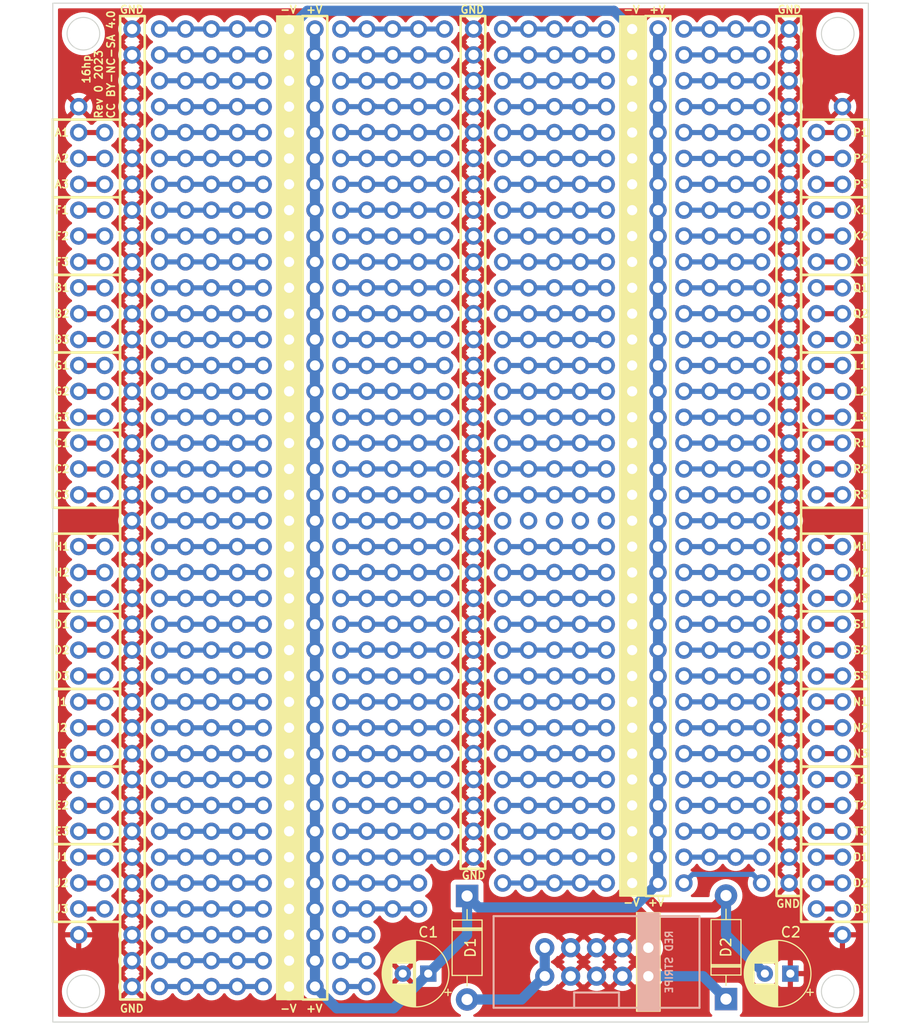
<source format=kicad_pcb>
(kicad_pcb (version 20211014) (generator pcbnew)
  (layers (0 "F.Cu" signal) (31 "B.Cu" signal) (34 "B.Paste" user) (35 "F.Paste" user) (36 "B.SilkS" user "B.Silkscreen") (37 "F.SilkS" user "F.Silkscreen") (38 "B.Mask" user) (39 "F.Mask" user) (44 "Edge.Cuts" user))
  (net 0 "")
  (net 1 "+12V")
  (net 2 "GND")
  (net 3 "-12V")
  (net 4 "Net-(J2-Pad1)")
  (net 5 "Net-(J2-Pad2)")
  (net 6 "Net-(J2-Pad3)")
  (net 7 "Net-(J2-Pad4)")
  (net 8 "Net-(J2-Pad5)")
  (net 9 "Net-(J2-Pad6)")
  (net 10 "Net-(J2-Pad7)")
  (net 11 "Net-(J2-Pad8)")
  (net 12 "Net-(J2-Pad9)")
  (net 13 "Net-(J2-Pad10)")
  (net 14 "Net-(J2-Pad11)")
  (net 15 "Net-(J2-Pad12)")
  (net 16 "Net-(J2-Pad13)")
  (net 17 "Net-(J2-Pad14)")
  (net 18 "Net-(J2-Pad15)")
  (net 19 "Net-(J3-Pad1)")
  (net 20 "Net-(J3-Pad2)")
  (net 21 "Net-(J3-Pad3)")
  (net 22 "Net-(J3-Pad4)")
  (net 23 "Net-(J3-Pad5)")
  (net 24 "Net-(J3-Pad6)")
  (net 25 "Net-(J3-Pad7)")
  (net 26 "Net-(J3-Pad8)")
  (net 27 "Net-(J3-Pad9)")
  (net 28 "Net-(J3-Pad10)")
  (net 29 "Net-(J3-Pad11)")
  (net 30 "Net-(J3-Pad12)")
  (net 31 "Net-(J3-Pad13)")
  (net 32 "Net-(J3-Pad14)")
  (net 33 "Net-(J3-Pad15)")
  (net 34 "Net-(J6-Pad1)")
  (net 35 "Net-(J6-Pad2)")
  (net 36 "Net-(J6-Pad3)")
  (net 37 "Net-(J6-Pad4)")
  (net 38 "Net-(J6-Pad5)")
  (net 39 "Net-(J6-Pad6)")
  (net 40 "Net-(J6-Pad7)")
  (net 41 "Net-(J6-Pad8)")
  (net 42 "Net-(J6-Pad9)")
  (net 43 "Net-(J6-Pad10)")
  (net 44 "Net-(J6-Pad11)")
  (net 45 "Net-(J6-Pad12)")
  (net 46 "Net-(J6-Pad13)")
  (net 47 "Net-(J6-Pad14)")
  (net 48 "Net-(J6-Pad15)")
  (net 49 "Net-(J7-Pad1)")
  (net 50 "Net-(J7-Pad2)")
  (net 51 "Net-(J7-Pad3)")
  (net 52 "Net-(J7-Pad4)")
  (net 53 "Net-(J7-Pad5)")
  (net 54 "Net-(J7-Pad6)")
  (net 55 "Net-(J7-Pad7)")
  (net 56 "Net-(J7-Pad8)")
  (net 57 "Net-(J7-Pad9)")
  (net 58 "Net-(J7-Pad10)")
  (net 59 "Net-(J7-Pad11)")
  (net 60 "Net-(J7-Pad12)")
  (net 61 "Net-(J7-Pad13)")
  (net 62 "Net-(J7-Pad14)")
  (net 63 "Net-(J7-Pad15)")
  (net 64 "Net-(TP4-Pad1)")
  (net 65 "Net-(J1-Pad10)")
  (net 66 "Net-(D2-Pad1)")
  (footprint "TestPoint:TestPoint_THTPad_D2.0mm_Drill1.0mm" (layer "F.Cu") (at 35.8775 40.64)
    (fp_text reference "TP4" hide)
    (fp_text value "TPR1")
  )
  (footprint "TestPoint:TestPoint_THTPad_D2.0mm_Drill1.0mm" (layer "F.Cu") (at 18.0975 88.9)
    (fp_text reference "TP4" hide)
    (fp_text value "TPR1")
  )
  (footprint "TestPoint:TestPoint_THTPad_D2.0mm_Drill1.0mm" (layer "F.Cu") (at 30.7975 2.54)
    (fp_text reference "TP7" hide)
    (fp_text value "TPR4")
  )
  (footprint "TestPoint:TestPoint_THTPad_D2.0mm_Drill1.0mm" (layer "F.Cu") (at 69.5325 35.56)
    (fp_text reference "TP4" hide)
    (fp_text value "TPR1")
  )
  (footprint "TestPoint:TestPoint_THTPad_D2.0mm_Drill1.0mm" (layer "F.Cu") (at 38.4175 55.88)
    (fp_text reference "TP6" hide)
    (fp_text value "TPR3")
  )
  (footprint "TestPoint:TestPoint_THTPad_D2.0mm_Drill1.0mm" (layer "F.Cu") (at 69.5325 30.48)
    (fp_text reference "TP4" hide)
    (fp_text value "TPR1")
  )
  (footprint "TestPoint:TestPoint_THTPad_D2.0mm_Drill1.0mm" (layer "F.Cu") (at 7.77875 43.18)
    (fp_text reference "TP3" hide)
    (fp_text value "TPGND")
  )
  (footprint "TestPoint:TestPoint_THTPad_D2.0mm_Drill1.0mm" (layer "F.Cu") (at 25.7175 63.5)
    (fp_text reference "TP1" hide)
    (fp_text value "TP+12V")
  )
  (footprint "TestPoint:TestPoint_THTPad_D2.0mm_Drill1.0mm" (layer "F.Cu") (at 49.2125 50.8)
    (fp_text reference "TP5" hide)
    (fp_text value "TPR2")
  )
  (footprint "TestPoint:TestPoint_THTPad_D2.0mm_Drill1.0mm" (layer "F.Cu") (at 30.7975 93.98)
    (fp_text reference "TP7" hide)
    (fp_text value "TPR4")
  )
  (footprint "TestPoint:TestPoint_THTPad_D2.0mm_Drill1.0mm" (layer "F.Cu") (at 64.4525 5.08)
    (fp_text reference "TP7" hide)
    (fp_text value "TPR4")
  )
  (footprint "TestPoint:TestPoint_THTPad_D2.0mm_Drill1.0mm" (layer "F.Cu") (at 33.3375 76.2)
    (fp_text reference "TP5" hide)
    (fp_text value "TPR2")
  )
  (footprint "TestPoint:TestPoint_THTPad_D2.0mm_Drill1.0mm" (layer "F.Cu") (at 13.0175 38.1)
    (fp_text reference "TP7" hide)
    (fp_text value "TPR4")
  )
  (footprint "TestPoint:TestPoint_THTPad_D2.0mm_Drill1.0mm" (layer "F.Cu") (at 59.3725 55.88)
    (fp_text reference "TP1" hide)
    (fp_text value "TP+12V")
  )
  (footprint "TestPoint:TestPoint_THTPad_D2.0mm_Drill1.0mm" (layer "F.Cu") (at 18.0975 60.96)
    (fp_text reference "TP4" hide)
    (fp_text value "TPR1")
  )
  (footprint "TestPoint:TestPoint_THTPad_D2.0mm_Drill1.0mm" (layer "F.Cu") (at 30.7975 22.86)
    (fp_text reference "TP7" hide)
    (fp_text value "TPR4")
  )
  (footprint "TestPoint:TestPoint_THTPad_D2.0mm_Drill1.0mm" (layer "F.Cu") (at 33.3375 17.78)
    (fp_text reference "TP5" hide)
    (fp_text value "TPR2")
  )
  (footprint "TestPoint:TestPoint_THTPad_D2.0mm_Drill1.0mm" (layer "F.Cu") (at 10.4775 33.02)
    (fp_text reference "TP8" hide)
    (fp_text value "TPR5")
  )
  (footprint "TestPoint:TestPoint_THTPad_D2.0mm_Drill1.0mm" (layer "F.Cu") (at 10.4775 88.9)
    (fp_text reference "TP8" hide)
    (fp_text value "TPR5")
  )
  (footprint "TestPoint:TestPoint_THTPad_D2.0mm_Drill1.0mm" (layer "F.Cu") (at 25.7175 58.42)
    (fp_text reference "TP1" hide)
    (fp_text value "TP+12V")
  )
  (footprint "TestPoint:TestPoint_THTPad_D2.0mm_Drill1.0mm" (layer "F.Cu") (at 66.9925 66.04)
    (fp_text reference "TP5" hide)
    (fp_text value "TPR2")
  )
  (footprint "TestPoint:TestPoint_THTPad_D2.0mm_Drill1.0mm" (layer "F.Cu") (at 35.8775 43.18)
    (fp_text reference "TP4" hide)
    (fp_text value "TPR1")
  )
  (footprint "TestPoint:TestPoint_THTPad_D2.0mm_Drill1.0mm" (layer "F.Cu") (at 20.6375 83.82)
    (fp_text reference "TP6" hide)
    (fp_text value "TPR3")
  )
  (footprint "TestPoint:TestPoint_THTPad_D2.0mm_Drill1.0mm" (layer "F.Cu") (at 35.8775 5.08)
    (fp_text reference "TP4" hide)
    (fp_text value "TPR1")
  )
  (footprint "Connector_PinHeader_2.54mm:PinHeader_1x15_P2.54mm_Vertical" (layer "F.Cu") (at 74.92 12.7)
    (fp_text reference "J6" hide)
    (fp_text value "Conn_01x15_Male")
  )
  (footprint "TestPoint:TestPoint_THTPad_D2.0mm_Drill1.0mm" (layer "F.Cu") (at 18.0975 45.72)
    (fp_text reference "TP4" hide)
    (fp_text value "TPR1")
  )
  (footprint "TestPoint:TestPoint_THTPad_D2.0mm_Drill1.0mm" (layer "F.Cu") (at 61.9125 5.08)
    (fp_text reference "TP8" hide)
    (fp_text value "TPR5")
  )
  (footprint "TestPoint:TestPoint_THTPad_D2.0mm_Drill1.0mm" (layer "F.Cu") (at 7.77875 50.8)
    (fp_text reference "TP3" hide)
    (fp_text value "TPGND")
  )
  (footprint "TestPoint:TestPoint_THTPad_D2.0mm_Drill1.0mm" (layer "F.Cu") (at 35.8775 17.78)
    (fp_text reference "TP4" hide)
    (fp_text value "TPR1")
  )
  (footprint "TestPoint:TestPoint_THTPad_D2.0mm_Drill1.0mm" (layer "F.Cu") (at 35.8775 60.96)
    (fp_text reference "TP4" hide)
    (fp_text value "TPR1")
  )
  (footprint "TestPoint:TestPoint_THTPad_D2.0mm_Drill1.0mm" (layer "F.Cu") (at 51.7525 45.72)
    (fp_text reference "TP4" hide)
    (fp_text value "TPR1")
  )
  (footprint "TestPoint:TestPoint_THTPad_D2.0mm_Drill1.0mm" (layer "F.Cu") (at 51.7525 78.74)
    (fp_text reference "TP4" hide)
    (fp_text value "TPR1")
  )
  (footprint "TestPoint:TestPoint_THTPad_D2.0mm_Drill1.0mm" (layer "F.Cu") (at 38.4175 43.18)
    (fp_text reference "TP6" hide)
    (fp_text value "TPR3")
  )
  (footprint "TestPoint:TestPoint_THTPad_D2.0mm_Drill1.0mm" (layer "F.Cu") (at 33.3375 35.56)
    (fp_text reference "TP5" hide)
    (fp_text value "TPR2")
  )
  (footprint "TestPoint:TestPoint_THTPad_D2.0mm_Drill1.0mm" (layer "F.Cu") (at 30.7975 25.4)
    (fp_text reference "TP7" hide)
    (fp_text value "TPR4")
  )
  (footprint "TestPoint:TestPoint_THTPad_D2.0mm_Drill1.0mm" (layer "F.Cu") (at 35.8775 48.26)
    (fp_text reference "TP4" hide)
    (fp_text value "TPR1")
  )
  (footprint "TestPoint:TestPoint_THTPad_D2.0mm_Drill1.0mm" (layer "F.Cu") (at 41.275 38.1)
    (fp_text reference "TP3" hide)
    (fp_text value "TPGND")
  )
  (footprint "TestPoint:TestPoint_THTPad_D2.0mm_Drill1.0mm" (layer "F.Cu") (at 23.1775 86.36)
    (fp_text reference "TP2" hide)
    (fp_text value "TP-12V")
  )
  (footprint "TestPoint:TestPoint_THTPad_D2.0mm_Drill1.0mm" (layer "F.Cu") (at 18.0975 96.52)
    (fp_text reference "TP4" hide)
    (fp_text value "TPR1")
  )
  (footprint "TestPoint:TestPoint_THTPad_D2.0mm_Drill1.0mm" (layer "F.Cu") (at 46.6725 40.64)
    (fp_text reference "TP7" hide)
    (fp_text value "TPR4")
  )
  (footprint "TestPoint:TestPoint_THTPad_D2.0mm_Drill1.0mm" (layer "F.Cu") (at 66.9925 76.2)
    (fp_text reference "TP5" hide)
    (fp_text value "TPR2")
  )
  (footprint "TestPoint:TestPoint_THTPad_D2.0mm_Drill1.0mm" (layer "F.Cu") (at 61.9125 33.02)
    (fp_text reference "TP8" hide)
    (fp_text value "TPR5")
  )
  (footprint "TestPoint:TestPoint_THTPad_D2.0mm_Drill1.0mm" (layer "F.Cu") (at 10.4775 53.34)
    (fp_text reference "TP8" hide)
    (fp_text value "TPR5")
  )
  (footprint "TestPoint:TestPoint_THTPad_D2.0mm_Drill1.0mm" (layer "F.Cu") (at 13.0175 93.98)
    (fp_text reference "TP7" hide)
    (fp_text value "TPR4")
  )
  (footprint "TestPoint:TestPoint_THTPad_D2.0mm_Drill1.0mm" (layer "F.Cu") (at 41.275 48.26)
    (fp_text reference "TP3" hide)
    (fp_text value "TPGND")
  )
  (footprint "TestPoint:TestPoint_THTPad_D2.0mm_Drill1.0mm" (layer "F.Cu") (at 28.2575 2.54)
    (fp_text reference "TP8" hide)
    (fp_text value "TPR5")
  )
  (footprint "TestPoint:TestPoint_THTPad_D2.0mm_Drill1.0mm" (layer "F.Cu") (at 28.2575 93.98)
    (fp_text reference "TP8" hide)
    (fp_text value "TPR5")
  )
  (footprint "TestPoint:TestPoint_THTPad_D2.0mm_Drill1.0mm" (layer "F.Cu") (at 38.4175 45.72)
    (fp_text reference "TP6" hide)
    (fp_text value "TPR3")
  )
  (footprint "TestPoint:TestPoint_THTPad_D2.0mm_Drill1.0mm" (layer "F.Cu") (at 72.23125 22.86)
    (fp_text reference "TP3" hide)
    (fp_text value "TPGND")
  )
  (footprint "TestPoint:TestPoint_THTPad_D2.0mm_Drill1.0mm" (layer "F.Cu") (at 10.4775 71.12)
    (fp_text reference "TP8" hide)
    (fp_text value "TPR5")
  )
  (footprint "TestPoint:TestPoint_THTPad_D2.0mm_Drill1.0mm" (layer "F.Cu") (at 49.2125 27.94)
    (fp_text reference "TP5" hide)
    (fp_text value "TPR2")
  )
  (footprint "TestPoint:TestPoint_THTPad_D2.0mm_Drill1.0mm" (layer "F.Cu") (at 49.2125 38.1)
    (fp_text reference "TP5" hide)
    (fp_text value "TPR2")
  )
  (footprint "TestPoint:TestPoint_THTPad_D2.0mm_Drill1.0mm" (layer "F.Cu") (at 41.275 17.78)
    (fp_text reference "TP3" hide)
    (fp_text value "TPGND")
  )
  (footprint "TestPoint:TestPoint_THTPad_D2.0mm_Drill1.0mm" (layer "F.Cu") (at 44.1325 40.64)
    (fp_text reference "TP8" hide)
    (fp_text value "TPR5")
  )
  (footprint "TestPoint:TestPoint_THTPad_D2.0mm_Drill1.0mm" (layer "F.Cu") (at 18.0975 66.04)
    (fp_text reference "TP4" hide)
    (fp_text value "TPR1")
  )
  (footprint "TestPoint:TestPoint_THTPad_D2.0mm_Drill1.0mm" (layer "F.Cu") (at 59.3725 7.62)
    (fp_text reference "TP1" hide)
    (fp_text value "TP+12V")
  )
  (footprint "TestPoint:TestPoint_THTPad_D2.0mm_Drill1.0mm" (layer "F.Cu") (at 13.0175 63.5)
    (fp_text reference "TP7" hide)
    (fp_text value "TPR4")
  )
  (footprint "TestPoint:TestPoint_THTPad_D2.0mm_Drill1.0mm" (layer "F.Cu") (at 30.7975 63.5)
    (fp_text reference "TP7" hide)
    (fp_text value "TPR4")
  )
  (footprint "TestPoint:TestPoint_THTPad_D2.0mm_Drill1.0mm" (layer "F.Cu") (at 61.9125 10.16)
    (fp_text reference "TP8" hide)
    (fp_text value "TPR5")
  )
  (footprint "TestPoint:TestPoint_THTPad_D2.0mm_Drill1.0mm" (layer "F.Cu") (at 51.7525 25.4)
    (fp_text reference "TP4" hide)
    (fp_text value "TPR1")
  )
  (footprint "TestPoint:TestPoint_THTPad_D2.0mm_Drill1.0mm" (layer "F.Cu") (at 69.5325 76.2)
    (fp_text reference "TP4" hide)
    (fp_text value "TPR1")
  )
  (footprint "TestPoint:TestPoint_THTPad_D2.0mm_Drill1.0mm" (layer "F.Cu") (at 41.275 60.96)
    (fp_text reference "TP3" hide)
    (fp_text value "TPGND")
  )
  (footprint "TestPoint:TestPoint_THTPad_D2.0mm_Drill1.0mm" (layer "F.Cu") (at 66.9925 5.08)
    (fp_text reference "TP5" hide)
    (fp_text value "TPR2")
  )
  (footprint "TestPoint:TestPoint_THTPad_D2.0mm_Drill1.0mm" (layer "F.Cu") (at 66.9925 20.32)
    (fp_text reference "TP5" hide)
    (fp_text value "TPR2")
  )
  (footprint "TestPoint:TestPoint_THTPad_D2.0mm_Drill1.0mm" (layer "F.Cu") (at 54.2925 50.8)
    (fp_text reference "TP6" hide)
    (fp_text value "TPR3")
  )
  (footprint "TestPoint:TestPoint_THTPad_D2.0mm_Drill1.0mm" (layer "F.Cu") (at 10.4775 40.64)
    (fp_text reference "TP8" hide)
    (fp_text value "TPR5")
  )
  (footprint "TestPoint:TestPoint_THTPad_D2.0mm_Drill1.0mm" (layer "F.Cu") (at 56.8325 30.48)
    (fp_text reference "TP2" hide)
    (fp_text value "TP-12V")
  )
  (footprint "TestPoint:TestPoint_THTPad_D2.0mm_Drill1.0mm" (layer "F.Cu") (at 46.6725 33.02)
    (fp_text reference "TP7" hide)
    (fp_text value "TPR4")
  )
  (footprint "TestPoint:TestPoint_THTPad_D2.0mm_Drill1.0mm" (layer "F.Cu") (at 69.5325 58.42)
    (fp_text reference "TP4" hide)
    (fp_text value "TPR1")
  )
  (footprint "TestPoint:TestPoint_THTPad_D2.0mm_Drill1.0mm" (layer "F.Cu") (at 66.9925 7.62)
    (fp_text reference "TP5" hide)
    (fp_text value "TPR2")
  )
  (footprint "TestPoint:TestPoint_THTPad_D2.0mm_Drill1.0mm" (layer "F.Cu") (at 49.2125 7.62)
    (fp_text reference "TP5" hide)
    (fp_text value "TPR2")
  )
  (footprint "TestPoint:TestPoint_THTPad_D2.0mm_Drill1.0mm" (layer "F.Cu") (at 69.5325 20.32)
    (fp_text reference "TP4" hide)
    (fp_text value "TPR1")
  )
  (footprint "TestPoint:TestPoint_THTPad_D2.0mm_Drill1.0mm" (layer "F.Cu") (at 25.7175 86.36)
    (fp_text reference "TP1" hide)
    (fp_text value "TP+12V")
  )
  (footprint "TestPoint:TestPoint_THTPad_D2.0mm_Drill1.0mm" (layer "F.Cu") (at 69.5325 2.54)
    (fp_text reference "TP4" hide)
    (fp_text value "TPR1")
  )
  (footprint "TestPoint:TestPoint_THTPad_D2.0mm_Drill1.0mm" (layer "F.Cu") (at 15.5575 30.48)
    (fp_text reference "TP5" hide)
    (fp_text value "TPR2")
  )
  (footprint "TestPoint:TestPoint_THTPad_D2.0mm_Drill1.0mm" (layer "F.Cu") (at 56.8325 2.54)
    (fp_text reference "TP2" hide)
    (fp_text value "TP-12V")
  )
  (footprint "TestPoint:TestPoint_THTPad_D2.0mm_Drill1.0mm" (layer "F.Cu") (at 28.2575 40.64)
    (fp_text reference "TP8" hide)
    (fp_text value "TPR5")
  )
  (footprint "TestPoint:TestPoint_THTPad_D2.0mm_Drill1.0mm" (layer "F.Cu") (at 61.9125 48.26)
    (fp_text reference "TP8" hide)
    (fp_text value "TPR5")
  )
  (footprint "TestPoint:TestPoint_THTPad_D2.0mm_Drill1.0mm" (layer "F.Cu") (at 44.1325 48.26)
    (fp_text reference "TP8" hide)
    (fp_text value "TPR5")
  )
  (footprint "TestPoint:TestPoint_THTPad_D2.0mm_Drill1.0mm" (layer "F.Cu") (at 44.1325 27.94)
    (fp_text reference "TP8" hide)
    (fp_text value "TPR5")
  )
  (footprint "TestPoint:TestPoint_THTPad_D2.0mm_Drill1.0mm" (layer "F.Cu") (at 7.77875 71.12)
    (fp_text reference "TP3" hide)
    (fp_text value "TPGND")
  )
  (footprint "Connector_PinHeader_2.54mm:PinHeader_1x15_P2.54mm_Vertical" (layer "F.Cu") (at 5.08 12.7)
    (fp_text reference "J2" hide)
    (fp_text value "Conn_01x15_Male")
  )
  (footprint "TestPoint:TestPoint_THTPad_D2.0mm_Drill1.0mm" (layer "F.Cu") (at 49.2125 53.34)
    (fp_text reference "TP5" hide)
    (fp_text value "TPR2")
  )
  (footprint "TestPoint:TestPoint_THTPad_D2.0mm_Drill1.0mm" (layer "F.Cu") (at 66.9925 45.72)
    (fp_text reference "TP5" hide)
    (fp_text value "TPR2")
  )
  (footprint "TestPoint:TestPoint_THTPad_D2.0mm_Drill1.0mm" (layer "F.Cu") (at 20.6375 2.54)
    (fp_text reference "TP6" hide)
    (fp_text value "TPR3")
  )
  (footprint "TestPoint:TestPoint_THTPad_D2.0mm_Drill1.0mm" (layer "F.Cu") (at 69.5325 83.82)
    (fp_text reference "TP4" hide)
    (fp_text value "TPR1")
  )
  (footprint "TestPoint:TestPoint_THTPad_D2.0mm_Drill1.0mm" (layer "F.Cu") (at 59.3725 30.48)
    (fp_text reference "TP1" hide)
    (fp_text value "TP+12V")
  )
  (footprint "TestPoint:TestPoint_THTPad_D2.0mm_Drill1.0mm" (layer "F.Cu") (at 64.4525 30.48)
    (fp_text reference "TP7" hide)
    (fp_text value "TPR4")
  )
  (footprint "TestPoint:TestPoint_THTPad_D2.0mm_Drill1.0mm" (layer "F.Cu") (at 23.1775 7.62)
    (fp_text reference "TP2" hide)
    (fp_text value "TP-12V")
  )
  (footprint "TestPoint:TestPoint_THTPad_D2.0mm_Drill1.0mm" (layer "F.Cu") (at 20.6375 55.88)
    (fp_text reference "TP6" hide)
    (fp_text value "TPR3")
  )
  (footprint "TestPoint:TestPoint_THTPad_D2.0mm_Drill1.0mm" (layer "F.Cu") (at 18.0975 25.4)
    (fp_text reference "TP4" hide)
    (fp_text value "TPR1")
  )
  (footprint "TestPoint:TestPoint_THTPad_D2.0mm_Drill1.0mm" (layer "F.Cu") (at 41.275 40.64)
    (fp_text reference "TP3" hide)
    (fp_text value "TPGND")
  )
  (footprint "TestPoint:TestPoint_THTPad_D2.0mm_Drill1.0mm" (layer "F.Cu") (at 28.2575 63.5)
    (fp_text reference "TP8" hide)
    (fp_text value "TPR5")
  )
  (footprint "TestPoint:TestPoint_THTPad_D2.0mm_Drill1.0mm" (layer "F.Cu") (at 7.77875 12.7)
    (fp_text reference "TP3" hide)
    (fp_text value "TPGND")
  )
  (footprint "TestPoint:TestPoint_THTPad_D2.0mm_Drill1.0mm" (layer "F.Cu") (at 25.7175 78.74)
    (fp_text reference "TP1" hide)
    (fp_text value "TP+12V")
  )
  (footprint "TestPoint:TestPoint_THTPad_D2.0mm_Drill1.0mm" (layer "F.Cu") (at 69.5325 25.4)
    (fp_text reference "TP4" hide)
    (fp_text value "TPR1")
  )
  (footprint "TestPoint:TestPoint_THTPad_D2.0mm_Drill1.0mm" (layer "F.Cu") (at 20.6375 76.2)
    (fp_text reference "TP6" hide)
    (fp_text value "TPR3")
  )
  (footprint "TestPoint:TestPoint_THTPad_D2.0mm_Drill1.0mm" (layer "F.Cu") (at 49.2125 81.28)
    (fp_text reference "TP5" hide)
    (fp_text value "TPR2")
  )
  (footprint "TestPoint:TestPoint_THTPad_D2.0mm_Drill1.0mm" (layer "F.Cu") (at 33.3375 30.48)
    (fp_text reference "TP5" hide)
    (fp_text value "TPR2")
  )
  (footprint "TestPoint:TestPoint_THTPad_D2.0mm_Drill1.0mm" (layer "F.Cu") (at 7.77875 48.26)
    (fp_text reference "TP3" hide)
    (fp_text value "TPGND")
  )
  (footprint "TestPoint:TestPoint_THTPad_D2.0mm_Drill1.0mm" (layer "F.Cu") (at 15.5575 12.7)
    (fp_text reference "TP5" hide)
    (fp_text value "TPR2")
  )
  (footprint "TestPoint:TestPoint_THTPad_D2.0mm_Drill1.0mm" (layer "F.Cu") (at 35.8775 68.58)
    (fp_text reference "TP4" hide)
    (fp_text value "TPR1")
  )
  (footprint "TestPoint:TestPoint_THTPad_D2.0mm_Drill1.0mm" (layer "F.Cu") (at 10.4775 27.94)
    (fp_text reference "TP8" hide)
    (fp_text value "TPR5")
  )
  (footprint "TestPoint:TestPoint_THTPad_D2.0mm_Drill1.0mm" (layer "F.Cu") (at 18.0975 12.7)
    (fp_text reference "TP4" hide)
    (fp_text value "TPR1")
  )
  (footprint "TestPoint:TestPoint_THTPad_D2.0mm_Drill1.0mm" (layer "F.Cu") (at 15.5575 81.28)
    (fp_text reference "TP5" hide)
    (fp_text value "TPR2")
  )
  (footprint "TestPoint:TestPoint_THTPad_D2.0mm_Drill1.0mm" (layer "F.Cu") (at 13.0175 58.42)
    (fp_text reference "TP7" hide)
    (fp_text value "TPR4")
  )
  (footprint "TestPoint:TestPoint_THTPad_D2.0mm_Drill1.0mm" (layer "F.Cu") (at 72.23125 40.64)
    (fp_text reference "TP3" hide)
    (fp_text value "TPGND")
  )
  (footprint "TestPoint:TestPoint_THTPad_D2.0mm_Drill1.0mm" (layer "F.Cu") (at 25.7175 30.48)
    (fp_text reference "TP1" hide)
    (fp_text value "TP+12V")
  )
  (footprint "TestPoint:TestPoint_THTPad_D2.0mm_Drill1.0mm" (layer "F.Cu") (at 28.2575 68.58)
    (fp_text reference "TP8" hide)
    (fp_text value "TPR5")
  )
  (footprint "TestPoint:TestPoint_THTPad_D2.0mm_Drill1.0mm" (layer "F.Cu") (at 15.5575 58.42)
    (fp_text reference "TP5" hide)
    (fp_text value "TPR2")
  )
  (footprint "TestPoint:TestPoint_THTPad_D2.0mm_Drill1.0mm" (layer "F.Cu") (at 10.4775 55.88)
    (fp_text reference "TP8" hide)
    (fp_text value "TPR5")
  )
  (footprint "TestPoint:TestPoint_THTPad_D2.0mm_Drill1.0mm" (layer "F.Cu") (at 25.7175 35.56)
    (fp_text reference "TP1" hide)
    (fp_text value "TP+12V")
  )
  (footprint "TestPoint:TestPoint_THTPad_D2.0mm_Drill1.0mm" (layer "F.Cu") (at 56.8325 33.02)
    (fp_text reference "TP2" hide)
    (fp_text value "TP-12V")
  )
  (footprint "TestPoint:TestPoint_THTPad_D2.0mm_Drill1.0mm" (layer "F.Cu") (at 49.2125 78.74)
    (fp_text reference "TP5" hide)
    (fp_text value "TPR2")
  )
  (footprint "TestPoint:TestPoint_THTPad_D2.0mm_Drill1.0mm" (layer "F.Cu") (at 23.1775 88.9)
    (fp_text reference "TP2" hide)
    (fp_text value "TP-12V")
  )
  (footprint "TestPoint:TestPoint_THTPad_D2.0mm_Drill1.0mm" (layer "F.Cu") (at 35.8775 30.48)
    (fp_text reference "TP4" hide)
    (fp_text value "TPR1")
  )
  (footprint "TestPoint:TestPoint_THTPad_D2.0mm_Drill1.0mm" (layer "F.Cu") (at 25.7175 50.8)
    (fp_text reference "TP1" hide)
    (fp_text value "TP+12V")
  )
  (footprint "TestPoint:TestPoint_THTPad_D2.0mm_Drill1.0mm" (layer "F.Cu") (at 54.2925 45.72)
    (fp_text reference "TP6" hide)
    (fp_text value "TPR3")
  )
  (footprint "TestPoint:TestPoint_THTPad_D2.0mm_Drill1.0mm" (layer "F.Cu") (at 33.3375 66.04)
    (fp_text reference "TP5" hide)
    (fp_text value "TPR2")
  )
  (footprint "TestPoint:TestPoint_THTPad_D2.0mm_Drill1.0mm" (layer "F.Cu") (at 51.7525 40.64)
    (fp_text reference "TP4" hide)
    (fp_text value "TPR1")
  )
  (footprint "TestPoint:TestPoint_THTPad_D2.0mm_Drill1.0mm" (layer "F.Cu") (at 33.3375 71.12)
    (fp_text reference "TP5" hide)
    (fp_text value "TPR2")
  )
  (footprint "TestPoint:TestPoint_THTPad_D2.0mm_Drill1.0mm" (layer "F.Cu") (at 69.5325 71.12)
    (fp_text reference "TP4" hide)
    (fp_text value "TPR1")
  )
  (footprint "TestPoint:TestPoint_THTPad_D2.0mm_Drill1.0mm" (layer "F.Cu") (at 46.6725 27.94)
    (fp_text reference "TP7" hide)
    (fp_text value "TPR4")
  )
  (footprint "TestPoint:TestPoint_THTPad_D2.0mm_Drill1.0mm" (layer "F.Cu") (at 7.77875 86.36)
    (fp_text reference "TP3" hide)
    (fp_text value "TPGND")
  )
  (footprint "TestPoint:TestPoint_THTPad_D2.0mm_Drill1.0mm" (layer "F.Cu") (at 49.2125 68.58)
    (fp_text reference "TP5" hide)
    (fp_text value "TPR2")
  )
  (footprint "TestPoint:TestPoint_THTPad_D2.0mm_Drill1.0mm" (layer "F.Cu") (at 54.2925 43.18)
    (fp_text reference "TP6" hide)
    (fp_text value "TPR3")
  )
  (footprint "TestPoint:TestPoint_THTPad_D2.0mm_Drill1.0mm" (layer "F.Cu") (at 54.2925 63.5)
    (fp_text reference "TP6" hide)
    (fp_text value "TPR3")
  )
  (footprint "TestPoint:TestPoint_THTPad_D2.0mm_Drill1.0mm" (layer "F.Cu") (at 10.4775 50.8)
    (fp_text reference "TP8" hide)
    (fp_text value "TPR5")
  )
  (footprint "TestPoint:TestPoint_THTPad_D2.0mm_Drill1.0mm" (layer "F.Cu") (at 41.275 50.8)
    (fp_text reference "TP3" hide)
    (fp_text value "TPGND")
  )
  (footprint "TestPoint:TestPoint_THTPad_D2.0mm_Drill1.0mm" (layer "F.Cu") (at 30.7975 48.26)
    (fp_text reference "TP7" hide)
    (fp_text value "TPR4")
  )
  (footprint "TestPoint:TestPoint_THTPad_D2.0mm_Drill1.0mm" (layer "F.Cu") (at 13.0175 66.04)
    (fp_text reference "TP7" hide)
    (fp_text value "TPR4")
  )
  (footprint "TestPoint:TestPoint_THTPad_D2.0mm_Drill1.0mm" (layer "F.Cu") (at 69.5325 40.64)
    (fp_text reference "TP4" hide)
    (fp_text value "TPR1")
  )
  (footprint "TestPoint:TestPoint_THTPad_D2.0mm_Drill1.0mm" (layer "F.Cu") (at 69.5325 17.78)
    (fp_text reference "TP4" hide)
    (fp_text value "TPR1")
  )
  (footprint "TestPoint:TestPoint_THTPad_D2.0mm_Drill1.0mm" (layer "F.Cu") (at 54.2925 35.56)
    (fp_text reference "TP6" hide)
    (fp_text value "TPR3")
  )
  (footprint "TestPoint:TestPoint_THTPad_D2.0mm_Drill1.0mm" (layer "F.Cu") (at 28.2575 48.26)
    (fp_text reference "TP8" hide)
    (fp_text value "TPR5")
  )
  (footprint "TestPoint:TestPoint_THTPad_D2.0mm_Drill1.0mm" (layer "F.Cu") (at 20.6375 45.72)
    (fp_text reference "TP6" hide)
    (fp_text value "TPR3")
  )
  (footprint "TestPoint:TestPoint_THTPad_D2.0mm_Drill1.0mm" (layer "F.Cu") (at 18.0975 43.18)
    (fp_text reference "TP4" hide)
    (fp_text value "TPR1")
  )
  (footprint "TestPoint:TestPoint_THTPad_D2.0mm_Drill1.0mm" (layer "F.Cu") (at 66.9925 12.7)
    (fp_text reference "TP5" hide)
    (fp_text value "TPR2")
  )
  (footprint "TestPoint:TestPoint_THTPad_D2.0mm_Drill1.0mm" (layer "F.Cu") (at 66.9925 55.88)
    (fp_text reference "TP5" hide)
    (fp_text value "TPR2")
  )
  (footprint "TestPoint:TestPoint_THTPad_D2.0mm_Drill1.0mm" (layer "F.Cu") (at 61.9125 40.64)
    (fp_text reference "TP8" hide)
    (fp_text value "TPR5")
  )
  (footprint "TestPoint:TestPoint_THTPad_D2.0mm_Drill1.0mm" (layer "F.Cu") (at 38.4175 30.48)
    (fp_text reference "TP6" hide)
    (fp_text value "TPR3")
  )
  (footprint "TestPoint:TestPoint_THTPad_D2.0mm_Drill1.0mm" (layer "F.Cu") (at 38.4175 71.12)
    (fp_text reference "TP6" hide)
    (fp_text value "TPR3")
  )
  (footprint "TestPoint:TestPoint_THTPad_D2.0mm_Drill1.0mm" (layer "F.Cu") (at 61.9125 55.88)
    (fp_text reference "TP8" hide)
    (fp_text value "TPR5")
  )
  (footprint "TestPoint:TestPoint_THTPad_D2.0mm_Drill1.0mm" (layer "F.Cu") (at 10.4775 10.16)
    (fp_text reference "TP8" hide)
    (fp_text value "TPR5")
  )
  (footprint "TestPoint:TestPoint_THTPad_D2.0mm_Drill1.0mm" (layer "F.Cu") (at 54.2925 27.94)
    (fp_text reference "TP6" hide)
    (fp_text value "TPR3")
  )
  (footprint "TestPoint:TestPoint_THTPad_D2.0mm_Drill1.0mm" (layer "F.Cu") (at 25.7175 25.4)
    (fp_text reference "TP1" hide)
    (fp_text value "TP+12V")
  )
  (footprint "TestPoint:TestPoint_THTPad_D2.0mm_Drill1.0mm" (layer "F.Cu") (at 51.7525 60.96)
    (fp_text reference "TP4" hide)
    (fp_text value "TPR1")
  )
  (footprint "TestPoint:TestPoint_THTPad_D2.0mm_Drill1.0mm" (layer "F.Cu") (at 35.8775 2.54)
    (fp_text reference "TP4" hide)
    (fp_text value "TPR1")
  )
  (footprint "TestPoint:TestPoint_THTPad_D2.0mm_Drill1.0mm" (layer "F.Cu") (at 69.5325 7.62)
    (fp_text reference "TP4" hide)
    (fp_text value "TPR1")
  )
  (footprint "TestPoint:TestPoint_THTPad_D2.0mm_Drill1.0mm" (layer "F.Cu") (at 23.1775 38.1)
    (fp_text reference "TP2" hide)
    (fp_text value "TP-12V")
  )
  (footprint "TestPoint:TestPoint_THTPad_D2.0mm_Drill1.0mm" (layer "F.Cu") (at 51.7525 43.18)
    (fp_text reference "TP4" hide)
    (fp_text value "TPR1")
  )
  (footprint "TestPoint:TestPoint_THTPad_D2.0mm_Drill1.0mm" (layer "F.Cu") (at 44.1325 68.58)
    (fp_text reference "TP8" hide)
    (fp_text value "TPR5")
  )
  (footprint "TestPoint:TestPoint_THTPad_D2.0mm_Drill1.0mm" (layer "F.Cu") (at 49.2125 5.08)
    (fp_text reference "TP5" hide)
    (fp_text value "TPR2")
  )
  (footprint "TestPoint:TestPoint_THTPad_D2.0mm_Drill1.0mm" (layer "F.Cu") (at 28.2575 83.82)
    (fp_text reference "TP8" hide)
    (fp_text value "TPR5")
  )
  (footprint "TestPoint:TestPoint_THTPad_D2.0mm_Drill1.0mm" (layer "F.Cu") (at 61.9125 53.34)
    (fp_text reference "TP8" hide)
    (fp_text value "TPR5")
  )
  (footprint "TestPoint:TestPoint_THTPad_D2.0mm_Drill1.0mm" (layer "F.Cu") (at 66.9925 83.82)
    (fp_text reference "TP5" hide)
    (fp_text value "TPR2")
  )
  (footprint "TestPoint:TestPoint_THTPad_D2.0mm_Drill1.0mm" (layer "F.Cu") (at 15.5575 2.54)
    (fp_text reference "TP5" hide)
    (fp_text value "TPR2")
  )
  (footprint "TestPoint:TestPoint_THTPad_D2.0mm_Drill1.0mm" (layer "F.Cu") (at 25.7175 73.66)
    (fp_text reference "TP1" hide)
    (fp_text value "TP+12V")
  )
  (footprint "TestPoint:TestPoint_THTPad_D2.0mm_Drill1.0mm" (layer "F.Cu") (at 59.3725 40.64)
    (fp_text reference "TP1" hide)
    (fp_text value "TP+12V")
  )
  (footprint "TestPoint:TestPoint_THTPad_D2.0mm_Drill1.0mm" (layer "F.Cu") (at 64.4525 43.18)
    (fp_text reference "TP7" hide)
    (fp_text value "TPR4")
  )
  (footprint "TestPoint:TestPoint_THTPad_D2.0mm_Drill1.0mm" (layer "F.Cu") (at 7.77875 22.86)
    (fp_text reference "TP3" hide)
    (fp_text value "TPGND")
  )
  (footprint "TestPoint:TestPoint_THTPad_D2.0mm_Drill1.0mm" (layer "F.Cu") (at 59.3725 12.7)
    (fp_text reference "TP1" hide)
    (fp_text value "TP+12V")
  )
  (footprint "TestPoint:TestPoint_THTPad_D2.0mm_Drill1.0mm" (layer "F.Cu") (at 30.7975 83.82)
    (fp_text reference "TP7" hide)
    (fp_text value "TPR4")
  )
  (footprint "TestPoint:TestPoint_THTPad_D2.0mm_Drill1.0mm" (layer "F.Cu") (at 35.8775 58.42)
    (fp_text reference "TP4" hide)
    (fp_text value "TPR1")
  )
  (footprint "TestPoint:TestPoint_THTPad_D2.0mm_Drill1.0mm" (layer "F.Cu") (at 49.2125 10.16)
    (fp_text reference "TP5" hide)
    (fp_text value "TPR2")
  )
  (footprint "TestPoint:TestPoint_THTPad_D2.0mm_Drill1.0mm" (layer "F.Cu") (at 20.6375 50.8)
    (fp_text reference "TP6" hide)
    (fp_text value "TPR3")
  )
  (footprint "TestPoint:TestPoint_THTPad_D2.0mm_Drill1.0mm" (layer "F.Cu") (at 33.3375 10.16)
    (fp_text reference "TP5" hide)
    (fp_text value "TPR2")
  )
  (footprint "TestPoint:TestPoint_THTPad_D2.0mm_Drill1.0mm" (layer "F.Cu") (at 59.3725 53.34)
    (fp_text reference "TP1" hide)
    (fp_text value "TP+12V")
  )
  (footprint "TestPoint:TestPoint_THTPad_D2.0mm_Drill1.0mm" (layer "F.Cu") (at 41.275 2.54)
    (fp_text reference "TP3" hide)
    (fp_text value "TPGND")
  )
  (footprint "TestPoint:TestPoint_THTPad_D2.0mm_Drill1.0mm" (layer "F.Cu") (at 28.2575 60.96)
    (fp_text reference "TP8" hide)
    (fp_text value "TPR5")
  )
  (footprint "TestPoint:TestPoint_THTPad_D2.0mm_Drill1.0mm" (layer "F.Cu") (at 7.77875 83.82)
    (fp_text reference "TP3" hide)
    (fp_text value "TPGND")
  )
  (footprint "TestPoint:TestPoint_THTPad_D2.0mm_Drill1.0mm" (layer "F.Cu") (at 56.8325 17.78)
    (fp_text reference "TP2" hide)
    (fp_text value "TP-12V")
  )
  (footprint "TestPoint:TestPoint_THTPad_D2.0mm_Drill1.0mm" (layer "F.Cu") (at 35.8775 27.94)
    (fp_text reference "TP4" hide)
    (fp_text value "TPR1")
  )
  (footprint "TestPoint:TestPoint_THTPad_D2.0mm_Drill1.0mm" (layer "F.Cu") (at 44.1325 78.74)
    (fp_text reference "TP8" hide)
    (fp_text value "TPR5")
  )
  (footprint "TestPoint:TestPoint_THTPad_D2.0mm_Drill1.0mm" (layer "F.Cu") (at 18.0975 86.36)
    (fp_text reference "TP4" hide)
    (fp_text value "TPR1")
  )
  (footprint "TestPoint:TestPoint_THTPad_D2.0mm_Drill1.0mm" (layer "F.Cu") (at 15.5575 66.04)
    (fp_text reference "TP5" hide)
    (fp_text value "TPR2")
  )
  (footprint "TestPoint:TestPoint_THTPad_D2.0mm_Drill1.0mm" (layer "F.Cu") (at 35.8775 83.82)
    (fp_text reference "TP4" hide)
    (fp_text value "TPR1")
  )
  (footprint "TestPoint:TestPoint_THTPad_D2.0mm_Drill1.0mm" (layer "F.Cu") (at 46.6725 58.42)
    (fp_text reference "TP7" hide)
    (fp_text value "TPR4")
  )
  (footprint "TestPoint:TestPoint_THTPad_D2.0mm_Drill1.0mm" (layer "F.Cu") (at 41.275 55.88)
    (fp_text reference "TP3" hide)
    (fp_text value "TPGND")
  )
  (footprint "TestPoint:TestPoint_THTPad_D2.0mm_Drill1.0mm" (layer "F.Cu") (at 41.275 71.12)
    (fp_text reference "TP3" hide)
    (fp_text value "TPGND")
  )
  (footprint "TestPoint:TestPoint_THTPad_D2.0mm_Drill1.0mm" (layer "F.Cu") (at 54.2925 5.08)
    (fp_text reference "TP6" hide)
    (fp_text value "TPR3")
  )
  (footprint "TestPoint:TestPoint_THTPad_D2.0mm_Drill1.0mm" (layer "F.Cu") (at 59.3725 10.16)
    (fp_text reference "TP1" hide)
    (fp_text value "TP+12V")
  )
  (footprint "TestPoint:TestPoint_THTPad_D2.0mm_Drill1.0mm" (layer "F.Cu") (at 56.8325 55.88)
    (fp_text reference "TP2" hide)
    (fp_text value "TP-12V")
  )
  (footprint "TestPoint:TestPoint_THTPad_D2.0mm_Drill1.0mm" (layer "F.Cu") (at 35.8775 78.74)
    (fp_text reference "TP4" hide)
    (fp_text value "TPR1")
  )
  (footprint "TestPoint:TestPoint_THTPad_D2.0mm_Drill1.0mm" (layer "F.Cu") (at 35.8775 10.16)
    (fp_text reference "TP4" hide)
    (fp_text value "TPR1")
  )
  (footprint "TestPoint:TestPoint_THTPad_D2.0mm_Drill1.0mm" (layer "F.Cu") (at 28.2575 38.1)
    (fp_text reference "TP8" hide)
    (fp_text value "TPR5")
  )
  (footprint "TestPoint:TestPoint_THTPad_D2.0mm_Drill1.0mm" (layer "F.Cu") (at 15.5575 86.36)
    (fp_text reference "TP5" hide)
    (fp_text value "TPR2")
  )
  (footprint "TestPoint:TestPoint_THTPad_D2.0mm_Drill1.0mm" (layer "F.Cu") (at 25.7175 17.78)
    (fp_text reference "TP1" hide)
    (fp_text value "TP+12V")
  )
  (footprint "TestPoint:TestPoint_THTPad_D2.0mm_Drill1.0mm" (layer "F.Cu") (at 10.4775 12.7)
    (fp_text reference "TP8" hide)
    (fp_text value "TPR5")
  )
  (footprint "TestPoint:TestPoint_THTPad_D2.0mm_Drill1.0mm" (layer "F.Cu") (at 69.5325 55.88)
    (fp_text reference "TP4" hide)
    (fp_text value "TPR1")
  )
  (footprint "TestPoint:TestPoint_THTPad_D2.0mm_Drill1.0mm" (layer "F.Cu") (at 35.8775 20.32)
    (fp_text reference "TP4" hide)
    (fp_text value "TPR1")
  )
  (footprint "TestPoint:TestPoint_THTPad_D2.0mm_Drill1.0mm" (layer "F.Cu") (at 72.23125 73.66)
    (fp_text reference "TP3" hide)
    (fp_text value "TPGND")
  )
  (footprint "TestPoint:TestPoint_THTPad_D2.0mm_Drill1.0mm" (layer "F.Cu") (at 30.7975 55.88)
    (fp_text reference "TP7" hide)
    (fp_text value "TPR4")
  )
  (footprint "TestPoint:TestPoint_THTPad_D2.0mm_Drill1.0mm" (layer "F.Cu") (at 44.1325 17.78)
    (fp_text reference "TP8" hide)
    (fp_text value "TPR5")
  )
  (footprint "TestPoint:TestPoint_THTPad_D2.0mm_Drill1.0mm" (layer "F.Cu") (at 64.4525 17.78)
    (fp_text reference "TP7" hide)
    (fp_text value "TPR4")
  )
  (footprint "TestPoint:TestPoint_THTPad_D2.0mm_Drill1.0mm" (layer "F.Cu") (at 15.5575 71.12)
    (fp_text reference "TP5" hide)
    (fp_text value "TPR2")
  )
  (footprint "TestPoint:TestPoint_THTPad_D2.0mm_Drill1.0mm" (layer "F.Cu") (at 18.0975 10.16)
    (fp_text reference "TP4" hide)
    (fp_text value "TPR1")
  )
  (footprint "TestPoint:TestPoint_THTPad_D2.0mm_Drill1.0mm" (layer "F.Cu") (at 72.23125 12.7)
    (fp_text reference "TP3" hide)
    (fp_text value "TPGND")
  )
  (footprint "TestPoint:TestPoint_THTPad_D2.0mm_Drill1.0mm" (layer "F.Cu") (at 30.7975 86.36)
    (fp_text reference "TP7" hide)
    (fp_text value "TPR4")
  )
  (footprint "TestPoint:TestPoint_THTPad_D2.0mm_Drill1.0mm" (layer "F.Cu") (at 54.2925 22.86)
    (fp_text reference "TP6" hide)
    (fp_text value "TPR3")
  )
  (footprint "TestPoint:TestPoint_THTPad_D2.0mm_Drill1.0mm" (layer "F.Cu") (at 10.4775 15.24)
    (fp_text reference "TP8" hide)
    (fp_text value "TPR5")
  )
  (footprint "TestPoint:TestPoint_THTPad_D2.0mm_Drill1.0mm" (layer "F.Cu") (at 66.9925 35.56)
    (fp_text reference "TP5" hide)
    (fp_text value "TPR2")
  )
  (footprint "TestPoint:TestPoint_THTPad_D2.0mm_Drill1.0mm" (layer "F.Cu") (at 44.1325 20.32)
    (fp_text reference "TP8" hide)
    (fp_text value "TPR5")
  )
  (footprint "TestPoint:TestPoint_THTPad_D2.0mm_Drill1.0mm" (layer "F.Cu") (at 7.77875 20.32)
    (fp_text reference "TP3" hide)
    (fp_text value "TPGND")
  )
  (footprint "TestPoint:TestPoint_THTPad_D2.0mm_Drill1.0mm" (layer "F.Cu") (at 20.6375 86.36)
    (fp_text reference "TP6" hide)
    (fp_text value "TPR3")
  )
  (footprint "TestPoint:TestPoint_THTPad_D2.0mm_Drill1.0mm" (layer "F.Cu") (at 15.5575 5.08)
    (fp_text reference "TP5" hide)
    (fp_text value "TPR2")
  )
  (footprint "TestPoint:TestPoint_THTPad_D2.0mm_Drill1.0mm" (layer "F.Cu") (at 51.7525 73.66)
    (fp_text reference "TP4" hide)
    (fp_text value "TPR1")
  )
  (footprint "Capacitor_THT:CP_Radial_D6.3mm_P2.50mm" (layer "F.Cu") (at 72.35 95.25 180)
    (fp_text reference "C2")
    (fp_text value "10uF")
  )
  (footprint "TestPoint:TestPoint_THTPad_D2.0mm_Drill1.0mm" (layer "F.Cu") (at 49.2125 43.18)
    (fp_text reference "TP5" hide)
    (fp_text value "TPR2")
  )
  (footprint "TestPoint:TestPoint_THTPad_D2.0mm_Drill1.0mm" (layer "F.Cu") (at 66.9925 17.78)
    (fp_text reference "TP5" hide)
    (fp_text value "TPR2")
  )
  (footprint "TestPoint:TestPoint_THTPad_D2.0mm_Drill1.0mm" (layer "F.Cu") (at 51.7525 38.1)
    (fp_text reference "TP4" hide)
    (fp_text value "TPR1")
  )
  (footprint "TestPoint:TestPoint_THTPad_D2.0mm_Drill1.0mm" (layer "F.Cu") (at 30.7975 38.1)
    (fp_text reference "TP7" hide)
    (fp_text value "TPR4")
  )
  (footprint "TestPoint:TestPoint_THTPad_D2.0mm_Drill1.0mm" (layer "F.Cu") (at 49.2125 40.64)
    (fp_text reference "TP5" hide)
    (fp_text value "TPR2")
  )
  (footprint "TestPoint:TestPoint_THTPad_D2.0mm_Drill1.0mm" (layer "F.Cu") (at 38.4175 7.62)
    (fp_text reference "TP6" hide)
    (fp_text value "TPR3")
  )
  (footprint "TestPoint:TestPoint_THTPad_D2.0mm_Drill1.0mm" (layer "F.Cu") (at 10.4775 45.72)
    (fp_text reference "TP8" hide)
    (fp_text value "TPR5")
  )
  (footprint "TestPoint:TestPoint_THTPad_D2.0mm_Drill1.0mm" (layer "F.Cu") (at 7.77875 53.34)
    (fp_text reference "TP3" hide)
    (fp_text value "TPGND")
  )
  (footprint "TestPoint:TestPoint_THTPad_D2.0mm_Drill1.0mm" (layer "F.Cu") (at 13.0175 12.7)
    (fp_text reference "TP7" hide)
    (fp_text value "TPR4")
  )
  (footprint "TestPoint:TestPoint_THTPad_D2.0mm_Drill1.0mm" (layer "F.Cu") (at 7.77875 68.58)
    (fp_text reference "TP3" hide)
    (fp_text value "TPGND")
  )
  (footprint "TestPoint:TestPoint_THTPad_D2.0mm_Drill1.0mm" (layer "F.Cu") (at 51.7525 22.86)
    (fp_text reference "TP4" hide)
    (fp_text value "TPR1")
  )
  (footprint "TestPoint:TestPoint_THTPad_D2.0mm_Drill1.0mm" (layer "F.Cu") (at 46.6725 10.16)
    (fp_text reference "TP7" hide)
    (fp_text value "TPR4")
  )
  (footprint "TestPoint:TestPoint_THTPad_D2.0mm_Drill1.0mm" (layer "F.Cu") (at 23.1775 63.5)
    (fp_text reference "TP2" hide)
    (fp_text value "TP-12V")
  )
  (footprint "TestPoint:TestPoint_THTPad_D2.0mm_Drill1.0mm" (layer "F.Cu") (at 44.1325 83.82)
    (fp_text reference "TP8" hide)
    (fp_text value "TPR5")
  )
  (footprint "TestPoint:TestPoint_THTPad_D2.0mm_Drill1.0mm" (layer "F.Cu") (at 23.1775 25.4)
    (fp_text reference "TP2" hide)
    (fp_text value "TP-12V")
  )
  (footprint "TestPoint:TestPoint_THTPad_D2.0mm_Drill1.0mm" (layer "F.Cu") (at 35.8775 50.8)
    (fp_text reference "TP4" hide)
    (fp_text value "TPR1")
  )
  (footprint "TestPoint:TestPoint_THTPad_D2.0mm_Drill1.0mm" (layer "F.Cu") (at 46.6725 7.62)
    (fp_text reference "TP7" hide)
    (fp_text value "TPR4")
  )
  (footprint "TestPoint:TestPoint_THTPad_D2.0mm_Drill1.0mm" (layer "F.Cu") (at 33.3375 15.24)
    (fp_text reference "TP5" hide)
    (fp_text value "TPR2")
  )
  (footprint "TestPoint:TestPoint_THTPad_D2.0mm_Drill1.0mm" (layer "F.Cu") (at 72.23125 60.96)
    (fp_text reference "TP3" hide)
    (fp_text value "TPGND")
  )
  (footprint "TestPoint:TestPoint_THTPad_D2.0mm_Drill1.0mm" (layer "F.Cu") (at 15.5575 15.24)
    (fp_text reference "TP5" hide)
    (fp_text value "TPR2")
  )
  (footprint "TestPoint:TestPoint_THTPad_D2.0mm_Drill1.0mm" (layer "F.Cu") (at 54.2925 68.58)
    (fp_text reference "TP6" hide)
    (fp_text value "TPR3")
  )
  (footprint "TestPoint:TestPoint_THTPad_D2.0mm_Drill1.0mm" (layer "F.Cu") (at 61.9125 17.78)
    (fp_text reference "TP8" hide)
    (fp_text value "TPR5")
  )
  (footprint "TestPoint:TestPoint_THTPad_D2.0mm_Drill1.0mm" (layer "F.Cu") (at 7.77875 5.08)
    (fp_text reference "TP3" hide)
    (fp_text value "TPGND")
  )
  (footprint "TestPoint:TestPoint_THTPad_D2.0mm_Drill1.0mm" (layer "F.Cu") (at 72.23125 71.12)
    (fp_text reference "TP3" hide)
    (fp_text value "TPGND")
  )
  (footprint "TestPoint:TestPoint_THTPad_D2.0mm_Drill1.0mm" (layer "F.Cu") (at 33.3375 2.54)
    (fp_text reference "TP5" hide)
    (fp_text value "TPR2")
  )
  (footprint "TestPoint:TestPoint_THTPad_D2.0mm_Drill1.0mm" (layer "F.Cu") (at 64.4525 38.1)
    (fp_text reference "TP7" hide)
    (fp_text value "TPR4")
  )
  (footprint "TestPoint:TestPoint_THTPad_D2.0mm_Drill1.0mm" (layer "F.Cu") (at 59.3725 60.96)
    (fp_text reference "TP1" hide)
    (fp_text value "TP+12V")
  )
  (footprint "TestPoint:TestPoint_THTPad_D2.0mm_Drill1.0mm" (layer "F.Cu") (at 38.4175 10.16)
    (fp_text reference "TP6" hide)
    (fp_text value "TPR3")
  )
  (footprint "TestPoint:TestPoint_THTPad_D2.0mm_Drill1.0mm" (layer "F.Cu") (at 41.275 5.08)
    (fp_text reference "TP3" hide)
    (fp_text value "TPGND")
  )
  (footprint "TestPoint:TestPoint_THTPad_D2.0mm_Drill1.0mm" (layer "F.Cu") (at 10.4775 20.32)
    (fp_text reference "TP8" hide)
    (fp_text value "TPR5")
  )
  (footprint "TestPoint:TestPoint_THTPad_D2.0mm_Drill1.0mm" (layer "F.Cu") (at 41.275 45.72)
    (fp_text reference "TP3" hide)
    (fp_text value "TPGND")
  )
  (footprint "TestPoint:TestPoint_THTPad_D2.0mm_Drill1.0mm" (layer "F.Cu") (at 46.6725 76.2)
    (fp_text reference "TP7" hide)
    (fp_text value "TPR4")
  )
  (footprint "TestPoint:TestPoint_THTPad_D2.0mm_Drill1.0mm" (layer "F.Cu") (at 28.2575 53.34)
    (fp_text reference "TP8" hide)
    (fp_text value "TPR5")
  )
  (footprint "TestPoint:TestPoint_THTPad_D2.0mm_Drill1.0mm" (layer "F.Cu") (at 35.8775 66.04)
    (fp_text reference "TP4" hide)
    (fp_text value "TPR1")
  )
  (footprint "TestPoint:TestPoint_THTPad_D2.0mm_Drill1.0mm" (layer "F.Cu") (at 15.5575 17.78)
    (fp_text reference "TP5" hide)
    (fp_text value "TPR2")
  )
  (footprint "TestPoint:TestPoint_THTPad_D2.0mm_Drill1.0mm" (layer "F.Cu") (at 59.3725 78.74)
    (fp_text reference "TP1" hide)
    (fp_text value "TP+12V")
  )
  (footprint "TestPoint:TestPoint_THTPad_D2.0mm_Drill1.0mm" (layer "F.Cu") (at 10.4775 60.96)
    (fp_text reference "TP8" hide)
    (fp_text value "TPR5")
  )
  (footprint "TestPoint:TestPoint_THTPad_D2.0mm_Drill1.0mm" (layer "F.Cu") (at 20.6375 63.5)
    (fp_text reference "TP6" hide)
    (fp_text value "TPR3")
  )
  (footprint "TestPoint:TestPoint_THTPad_D2.0mm_Drill1.0mm" (layer "F.Cu") (at 59.3725 83.82)
    (fp_text reference "TP1" hide)
    (fp_text value "TP+12V")
  )
  (footprint "TestPoint:TestPoint_THTPad_D2.0mm_Drill1.0mm" (layer "F.Cu") (at 61.9125 38.1)
    (fp_text reference "TP8" hide)
    (fp_text value "TPR5")
  )
  (footprint "TestPoint:TestPoint_THTPad_D2.0mm_Drill1.0mm" (layer "F.Cu") (at 23.1775 45.72)
    (fp_text reference "TP2" hide)
    (fp_text value "TP-12V")
  )
  (footprint "TestPoint:TestPoint_THTPad_D2.0mm_Drill1.0mm" (layer "F.Cu") (at 23.1775 40.64)
    (fp_text reference "TP2" hide)
    (fp_text value "TP-12V")
  )
  (footprint "TestPoint:TestPoint_THTPad_D2.0mm_Drill1.0mm" (layer "F.Cu") (at 61.9125 27.94)
    (fp_text reference "TP8" hide)
    (fp_text value "TPR5")
  )
  (footprint "TestPoint:TestPoint_THTPad_D2.0mm_Drill1.0mm" (layer "F.Cu") (at 30.7975 81.28)
    (fp_text reference "TP7" hide)
    (fp_text value "TPR4")
  )
  (footprint "TestPoint:TestPoint_THTPad_D2.0mm_Drill1.0mm" (layer "F.Cu") (at 15.5575 96.52)
    (fp_text reference "TP5" hide)
    (fp_text value "TPR2")
  )
  (footprint "TestPoint:TestPoint_THTPad_D2.0mm_Drill1.0mm" (layer "F.Cu") (at 49.2125 86.36)
    (fp_text reference "TP5" hide)
    (fp_text value "TPR2")
  )
  (footprint "TestPoint:TestPoint_THTPad_D2.0mm_Drill1.0mm" (layer "F.Cu") (at 66.9925 27.94)
    (fp_text reference "TP5" hide)
    (fp_text value "TPR2")
  )
  (footprint "TestPoint:TestPoint_THTPad_D2.0mm_Drill1.0mm" (layer "F.Cu") (at 28.2575 45.72)
    (fp_text reference "TP8" hide)
    (fp_text value "TPR5")
  )
  (footprint "TestPoint:TestPoint_THTPad_D2.0mm_Drill1.0mm" (layer "F.Cu") (at 25.7175 71.12)
    (fp_text reference "TP1" hide)
    (fp_text value "TP+12V")
  )
  (footprint "TestPoint:TestPoint_THTPad_D2.0mm_Drill1.0mm" (layer "F.Cu") (at 51.7525 30.48)
    (fp_text reference "TP4" hide)
    (fp_text value "TPR1")
  )
  (footprint "TestPoint:TestPoint_THTPad_D2.0mm_Drill1.0mm" (layer "F.Cu") (at 49.2125 48.26)
    (fp_text reference "TP5" hide)
    (fp_text value "TPR2")
  )
  (footprint "TestPoint:TestPoint_THTPad_D2.0mm_Drill1.0mm" (layer "F.Cu") (at 51.7525 55.88)
    (fp_text reference "TP4" hide)
    (fp_text value "TPR1")
  )
  (footprint "TestPoint:TestPoint_THTPad_D2.0mm_Drill1.0mm" (layer "F.Cu") (at 35.8775 22.86)
    (fp_text reference "TP4" hide)
    (fp_text value "TPR1")
  )
  (footprint "TestPoint:TestPoint_THTPad_D2.0mm_Drill1.0mm" (layer "F.Cu") (at 18.0975 15.24)
    (fp_text reference "TP4" hide)
    (fp_text value "TPR1")
  )
  (footprint "TestPoint:TestPoint_THTPad_D2.0mm_Drill1.0mm" (layer "F.Cu") (at 13.0175 50.8)
    (fp_text reference "TP7" hide)
    (fp_text value "TPR4")
  )
  (footprint "TestPoint:TestPoint_THTPad_D2.0mm_Drill1.0mm" (layer "F.Cu") (at 20.6375 60.96)
    (fp_text reference "TP6" hide)
    (fp_text value "TPR3")
  )
  (footprint "TestPoint:TestPoint_THTPad_D2.0mm_Drill1.0mm" (layer "F.Cu") (at 20.6375 27.94)
    (fp_text reference "TP6" hide)
    (fp_text value "TPR3")
  )
  (footprint "TestPoint:TestPoint_THTPad_D2.0mm_Drill1.0mm" (layer "F.Cu") (at 51.7525 5.08)
    (fp_text reference "TP4" hide)
    (fp_text value "TPR1")
  )
  (footprint "TestPoint:TestPoint_THTPad_D2.0mm_Drill1.0mm" (layer "F.Cu") (at 18.0975 91.44)
    (fp_text reference "TP4" hide)
    (fp_text value "TPR1")
  )
  (footprint "TestPoint:TestPoint_THTPad_D2.0mm_Drill1.0mm" (layer "F.Cu") (at 28.2575 15.24)
    (fp_text reference "TP8" hide)
    (fp_text value "TPR5")
  )
  (footprint "TestPoint:TestPoint_THTPad_D2.0mm_Drill1.0mm" (layer "F.Cu") (at 18.0975 27.94)
    (fp_text reference "TP4" hide)
    (fp_text value "TPR1")
  )
  (footprint "TestPoint:TestPoint_THTPad_D2.0mm_Drill1.0mm" (layer "F.Cu") (at 54.2925 86.36)
    (fp_text reference "TP6" hide)
    (fp_text value "TPR3")
  )
  (footprint "TestPoint:TestPoint_THTPad_D2.0mm_Drill1.0mm" (layer "F.Cu") (at 7.77875 17.78)
    (fp_text reference "TP3" hide)
    (fp_text value "TPGND")
  )
  (footprint "TestPoint:TestPoint_THTPad_D2.0mm_Drill1.0mm" (layer "F.Cu") (at 64.4525 2.54)
    (fp_text reference "TP7" hide)
    (fp_text value "TPR4")
  )
  (footprint "TestPoint:TestPoint_THTPad_D2.0mm_Drill1.0mm" (layer "F.Cu") (at 10.4775 66.04)
    (fp_text reference "TP8" hide)
    (fp_text value "TPR5")
  )
  (footprint "TestPoint:TestPoint_THTPad_D2.0mm_Drill1.0mm" (layer "F.Cu") (at 35.8775 88.9)
    (fp_text reference "TP4" hide)
    (fp_text value "TPR1")
  )
  (footprint "TestPoint:TestPoint_THTPad_D2.0mm_Drill1.0mm" (layer "F.Cu") (at 69.5325 86.36)
    (fp_text reference "TP4" hide)
    (fp_text value "TPR1")
  )
  (footprint "TestPoint:TestPoint_THTPad_D2.0mm_Drill1.0mm" (layer "F.Cu") (at 54.2925 10.16)
    (fp_text reference "TP6" hide)
    (fp_text value "TPR3")
  )
  (footprint "TestPoint:TestPoint_THTPad_D2.0mm_Drill1.0mm" (layer "F.Cu") (at 20.6375 71.12)
    (fp_text reference "TP6" hide)
    (fp_text value "TPR3")
  )
  (footprint "TestPoint:TestPoint_THTPad_D2.0mm_Drill1.0mm" (layer "F.Cu") (at 44.1325 10.16)
    (fp_text reference "TP8" hide)
    (fp_text value "TPR5")
  )
  (footprint "TestPoint:TestPoint_THTPad_D2.0mm_Drill1.0mm" (layer "F.Cu") (at 56.8325 27.94)
    (fp_text reference "TP2" hide)
    (fp_text value "TP-12V")
  )
  (footprint "TestPoint:TestPoint_THTPad_D2.0mm_Drill1.0mm" (layer "F.Cu") (at 72.23125 27.94)
    (fp_text reference "TP3" hide)
    (fp_text value "TPGND")
  )
  (footprint "TestPoint:TestPoint_THTPad_D2.0mm_Drill1.0mm" (layer "F.Cu") (at 64.4525 45.72)
    (fp_text reference "TP7" hide)
    (fp_text value "TPR4")
  )
  (footprint "TestPoint:TestPoint_THTPad_D2.0mm_Drill1.0mm" (layer "F.Cu") (at 56.8325 63.5)
    (fp_text reference "TP2" hide)
    (fp_text value "TP-12V")
  )
  (footprint "TestPoint:TestPoint_THTPad_D2.0mm_Drill1.0mm" (layer "F.Cu") (at 13.0175 10.16)
    (fp_text reference "TP7" hide)
    (fp_text value "TPR4")
  )
  (footprint "TestPoint:TestPoint_THTPad_D2.0mm_Drill1.0mm" (layer "F.Cu") (at 56.8325 35.56)
    (fp_text reference "TP2" hide)
    (fp_text value "TP-12V")
  )
  (footprint "TestPoint:TestPoint_THTPad_D2.0mm_Drill1.0mm" (layer "F.Cu") (at 41.275 12.7)
    (fp_text reference "TP3" hide)
    (fp_text value "TPGND")
  )
  (footprint "TestPoint:TestPoint_THTPad_D2.0mm_Drill1.0mm" (layer "F.Cu") (at 30.7975 58.42)
    (fp_text reference "TP7" hide)
    (fp_text value "TPR4")
  )
  (footprint "TestPoint:TestPoint_THTPad_D2.0mm_Drill1.0mm" (layer "F.Cu") (at 20.6375 43.18)
    (fp_text reference "TP6" hide)
    (fp_text value "TPR3")
  )
  (footprint "TestPoint:TestPoint_THTPad_D2.0mm_Drill1.0mm" (layer "F.Cu") (at 59.3725 81.28)
    (fp_text reference "TP1" hide)
    (fp_text value "TP+12V")
  )
  (footprint "TestPoint:TestPoint_THTPad_D2.0mm_Drill1.0mm" (layer "F.Cu") (at 20.6375 68.58)
    (fp_text reference "TP6" hide)
    (fp_text value "TPR3")
  )
  (footprint "TestPoint:TestPoint_THTPad_D2.0mm_Drill1.0mm" (layer "F.Cu") (at 20.6375 7.62)
    (fp_text reference "TP6" hide)
    (fp_text value "TPR3")
  )
  (footprint "TestPoint:TestPoint_THTPad_D2.0mm_Drill1.0mm" (layer "F.Cu") (at 49.2125 83.82)
    (fp_text reference "TP5" hide)
    (fp_text value "TPR2")
  )
  (footprint "TestPoint:TestPoint_THTPad_D2.0mm_Drill1.0mm" (layer "F.Cu") (at 38.4175 48.26)
    (fp_text reference "TP6" hide)
    (fp_text value "TPR3")
  )
  (footprint "TestPoint:TestPoint_THTPad_D2.0mm_Drill1.0mm" (layer "F.Cu") (at 56.8325 60.96)
    (fp_text reference "TP2" hide)
    (fp_text value "TP-12V")
  )
  (footprint "TestPoint:TestPoint_THTPad_D2.0mm_Drill1.0mm" (layer "F.Cu") (at 64.4525 63.5)
    (fp_text reference "TP7" hide)
    (fp_text value "TPR4")
  )
  (footprint "TestPoint:TestPoint_THTPad_D2.0mm_Drill1.0mm" (layer "F.Cu") (at 54.2925 7.62)
    (fp_text reference "TP6" hide)
    (fp_text value "TPR3")
  )
  (footprint "TestPoint:TestPoint_THTPad_D2.0mm_Drill1.0mm" (layer "F.Cu") (at 61.9125 43.18)
    (fp_text reference "TP8" hide)
    (fp_text value "TPR5")
  )
  (footprint "TestPoint:TestPoint_THTPad_D2.0mm_Drill1.0mm" (layer "F.Cu") (at 23.1775 73.66)
    (fp_text reference "TP2" hide)
    (fp_text value "TP-12V")
  )
  (footprint "TestPoint:TestPoint_THTPad_D2.0mm_Drill1.0mm" (layer "F.Cu") (at 51.7525 15.24)
    (fp_text reference "TP4" hide)
    (fp_text value "TPR1")
  )
  (footprint "TestPoint:TestPoint_THTPad_D2.0mm_Drill1.0mm" (layer "F.Cu") (at 49.2125 33.02)
    (fp_text reference "TP5" hide)
    (fp_text value "TPR2")
  )
  (footprint "TestPoint:TestPoint_THTPad_D2.0mm_Drill1.0mm" (layer "F.Cu") (at 49.2125 30.48)
    (fp_text reference "TP5" hide)
    (fp_text value "TPR2")
  )
  (footprint "TestPoint:TestPoint_THTPad_D2.0mm_Drill1.0mm" (layer "F.Cu") (at 13.0175 78.74)
    (fp_text reference "TP7" hide)
    (fp_text value "TPR4")
  )
  (footprint "TestPoint:TestPoint_THTPad_D2.0mm_Drill1.0mm" (layer "F.Cu") (at 41.275 15.24)
    (fp_text reference "TP3" hide)
    (fp_text value "TPGND")
  )
  (footprint "TestPoint:TestPoint_THTPad_D2.0mm_Drill1.0mm" (layer "F.Cu") (at 59.3725 35.56)
    (fp_text reference "TP1" hide)
    (fp_text value "TP+12V")
  )
  (footprint "TestPoint:TestPoint_THTPad_D2.0mm_Drill1.0mm" (layer "F.Cu") (at 30.7975 33.02)
    (fp_text reference "TP7" hide)
    (fp_text value "TPR4")
  )
  (footprint "TestPoint:TestPoint_THTPad_D2.0mm_Drill1.0mm" (layer "F.Cu") (at 15.5575 60.96)
    (fp_text reference "TP5" hide)
    (fp_text value "TPR2")
  )
  (footprint "TestPoint:TestPoint_THTPad_D2.0mm_Drill1.0mm" (layer "F.Cu") (at 28.2575 10.16)
    (fp_text reference "TP8" hide)
    (fp_text value "TPR5")
  )
  (footprint "TestPoint:TestPoint_THTPad_D2.0mm_Drill1.0mm" (layer "F.Cu") (at 20.6375 88.9)
    (fp_text reference "TP6" hide)
    (fp_text value "TPR3")
  )
  (footprint "TestPoint:TestPoint_THTPad_D2.0mm_Drill1.0mm" (layer "F.Cu") (at 25.7175 91.44)
    (fp_text reference "TP1" hide)
    (fp_text value "TP+12V")
  )
  (footprint "TestPoint:TestPoint_THTPad_D2.0mm_Drill1.0mm" (layer "F.Cu") (at 41.275 30.48)
    (fp_text reference "TP3" hide)
    (fp_text value "TPGND")
  )
  (footprint "TestPoint:TestPoint_THTPad_D2.0mm_Drill1.0mm" (layer "F.Cu") (at 28.2575 58.42)
    (fp_text reference "TP8" hide)
    (fp_text value "TPR5")
  )
  (footprint "TestPoint:TestPoint_THTPad_D2.0mm_Drill1.0mm" (layer "F.Cu") (at 18.0975 35.56)
    (fp_text reference "TP4" hide)
    (fp_text value "TPR1")
  )
  (footprint "TestPoint:TestPoint_THTPad_D2.0mm_Drill1.0mm" (layer "F.Cu") (at 33.3375 81.28)
    (fp_text reference "TP5" hide)
    (fp_text value "TPR2")
  )
  (footprint "TestPoint:TestPoint_THTPad_D2.0mm_Drill1.0mm" (layer "F.Cu") (at 13.0175 35.56)
    (fp_text reference "TP7" hide)
    (fp_text value "TPR4")
  )
  (footprint "TestPoint:TestPoint_THTPad_D2.0mm_Drill1.0mm" (layer "F.Cu") (at 20.6375 35.56)
    (fp_text reference "TP6" hide)
    (fp_text value "TPR3")
  )
  (footprint "TestPoint:TestPoint_THTPad_D2.0mm_Drill1.0mm" (layer "F.Cu") (at 18.0975 7.62)
    (fp_text reference "TP4" hide)
    (fp_text value "TPR1")
  )
  (footprint "TestPoint:TestPoint_THTPad_D2.0mm_Drill1.0mm" (layer "F.Cu") (at 61.9125 58.42)
    (fp_text reference "TP8" hide)
    (fp_text value "TPR5")
  )
  (footprint "TestPoint:TestPoint_THTPad_D2.0mm_Drill1.0mm" (layer "F.Cu") (at 61.9125 63.5)
    (fp_text reference "TP8" hide)
    (fp_text value "TPR5")
  )
  (footprint "TestPoint:TestPoint_THTPad_D2.0mm_Drill1.0mm" (layer "F.Cu") (at 69.5325 33.02)
    (fp_text reference "TP4" hide)
    (fp_text value "TPR1")
  )
  (footprint "TestPoint:TestPoint_THTPad_D2.0mm_Drill1.0mm" (layer "F.Cu") (at 49.2125 17.78)
    (fp_text reference "TP5" hide)
    (fp_text value "TPR2")
  )
  (footprint "TestPoint:TestPoint_THTPad_D2.0mm_Drill1.0mm" (layer "F.Cu") (at 72.23125 68.58)
    (fp_text reference "TP3" hide)
    (fp_text value "TPGND")
  )
  (footprint "TestPoint:TestPoint_THTPad_D2.0mm_Drill1.0mm" (layer "F.Cu") (at 64.4525 10.16)
    (fp_text reference "TP7" hide)
    (fp_text value "TPR4")
  )
  (footprint "TestPoint:TestPoint_THTPad_D2.0mm_Drill1.0mm" (layer "F.Cu") (at 54.2925 55.88)
    (fp_text reference "TP6" hide)
    (fp_text value "TPR3")
  )
  (footprint "TestPoint:TestPoint_THTPad_D2.0mm_Drill1.0mm" (layer "F.Cu") (at 28.2575 73.66)
    (fp_text reference "TP8" hide)
    (fp_text value "TPR5")
  )
  (footprint "TestPoint:TestPoint_THTPad_D2.0mm_Drill1.0mm" (layer "F.Cu") (at 54.2925 33.02)
    (fp_text reference "TP6" hide)
    (fp_text value "TPR3")
  )
  (footprint "TestPoint:TestPoint_THTPad_D2.0mm_Drill1.0mm" (layer "F.Cu") (at 64.4525 81.28)
    (fp_text reference "TP7" hide)
    (fp_text value "TPR4")
  )
  (footprint "TestPoint:TestPoint_THTPad_D2.0mm_Drill1.0mm" (layer "F.Cu") (at 61.9125 15.24)
    (fp_text reference "TP8" hide)
    (fp_text value "TPR5")
  )
  (footprint "TestPoint:TestPoint_THTPad_D2.0mm_Drill1.0mm" (layer "F.Cu") (at 18.0975 63.5)
    (fp_text reference "TP4" hide)
    (fp_text value "TPR1")
  )
  (footprint "TestPoint:TestPoint_THTPad_D2.0mm_Drill1.0mm" (layer "F.Cu") (at 46.6725 43.18)
    (fp_text reference "TP7" hide)
    (fp_text value "TPR4")
  )
  (footprint "TestPoint:TestPoint_THTPad_D2.0mm_Drill1.0mm" (layer "F.Cu") (at 54.2925 40.64)
    (fp_text reference "TP6" hide)
    (fp_text value "TPR3")
  )
  (footprint "TestPoint:TestPoint_THTPad_D2.0mm_Drill1.0mm" (layer "F.Cu") (at 10.4775 96.52)
    (fp_text reference "TP8" hide)
    (fp_text value "TPR5")
  )
  (footprint "TestPoint:TestPoint_THTPad_D2.0mm_Drill1.0mm" (layer "F.Cu") (at 64.4525 20.32)
    (fp_text reference "TP7" hide)
    (fp_text value "TPR4")
  )
  (footprint "TestPoint:TestPoint_THTPad_D2.0mm_Drill1.0mm" (layer "F.Cu") (at 46.6725 2.54)
    (fp_text reference "TP7" hide)
    (fp_text value "TPR4")
  )
  (footprint "TestPoint:TestPoint_THTPad_D2.0mm_Drill1.0mm" (layer "F.Cu") (at 7.77875 15.24)
    (fp_text reference "TP3" hide)
    (fp_text value "TPGND")
  )
  (footprint "TestPoint:TestPoint_THTPad_D2.0mm_Drill1.0mm" (layer "F.Cu") (at 69.5325 5.08)
    (fp_text reference "TP4" hide)
    (fp_text value "TPR1")
  )
  (footprint "TestPoint:TestPoint_THTPad_D2.0mm_Drill1.0mm" (layer "F.Cu") (at 61.9125 7.62)
    (fp_text reference "TP8" hide)
    (fp_text value "TPR5")
  )
  (footprint "TestPoint:TestPoint_THTPad_D2.0mm_Drill1.0mm" (layer "F.Cu") (at 35.8775 38.1)
    (fp_text reference "TP4" hide)
    (fp_text value "TPR1")
  )
  (footprint "TestPoint:TestPoint_THTPad_D2.0mm_Drill1.0mm" (layer "F.Cu") (at 13.0175 40.64)
    (fp_text reference "TP7" hide)
    (fp_text value "TPR4")
  )
  (footprint "TestPoint:TestPoint_THTPad_D2.0mm_Drill1.0mm" (layer "F.Cu") (at 69.5325 38.1)
    (fp_text reference "TP4" hide)
    (fp_text value "TPR1")
  )
  (footprint "TestPoint:TestPoint_THTPad_D2.0mm_Drill1.0mm" (layer "F.Cu") (at 56.8325 50.8)
    (fp_text reference "TP2" hide)
    (fp_text value "TP-12V")
  )
  (footprint "TestPoint:TestPoint_THTPad_D2.0mm_Drill1.0mm" (layer "F.Cu") (at 59.3725 73.66)
    (fp_text reference "TP1" hide)
    (fp_text value "TP+12V")
  )
  (footprint "TestPoint:TestPoint_THTPad_D2.0mm_Drill1.0mm" (layer "F.Cu") (at 51.7525 68.58)
    (fp_text reference "TP4" hide)
    (fp_text value "TPR1")
  )
  (footprint "TestPoint:TestPoint_THTPad_D2.0mm_Drill1.0mm" (layer "F.Cu") (at 61.9125 83.82)
    (fp_text reference "TP8" hide)
    (fp_text value "TPR5")
  )
  (footprint "TestPoint:TestPoint_THTPad_D2.0mm_Drill1.0mm" (layer "F.Cu") (at 33.3375 7.62)
    (fp_text reference "TP5" hide)
    (fp_text value "TPR2")
  )
  (footprint "TestPoint:TestPoint_THTPad_D2.0mm_Drill1.0mm" (layer "F.Cu") (at 15.5575 73.66)
    (fp_text reference "TP5" hide)
    (fp_text value "TPR2")
  )
  (footprint "TestPoint:TestPoint_THTPad_D2.0mm_Drill1.0mm" (layer "F.Cu") (at 72.23125 81.28)
    (fp_text reference "TP3" hide)
    (fp_text value "TPGND")
  )
  (footprint "TestPoint:TestPoint_THTPad_D2.0mm_Drill1.0mm" (layer "F.Cu") (at 13.0175 96.52)
    (fp_text reference "TP7" hide)
    (fp_text value "TPR4")
  )
  (footprint "TestPoint:TestPoint_THTPad_D2.0mm_Drill1.0mm" (layer "F.Cu") (at 25.7175 53.34)
    (fp_text reference "TP1" hide)
    (fp_text value "TP+12V")
  )
  (footprint "TestPoint:TestPoint_THTPad_D2.0mm_Drill1.0mm" (layer "F.Cu") (at 13.0175 5.08)
    (fp_text reference "TP7" hide)
    (fp_text value "TPR4")
  )
  (footprint "TestPoint:TestPoint_THTPad_D2.0mm_Drill1.0mm" (layer "F.Cu") (at 7.77875 93.98)
    (fp_text reference "TP3" hide)
    (fp_text value "TPGND")
  )
  (footprint "TestPoint:TestPoint_THTPad_D2.0mm_Drill1.0mm" (layer "F.Cu") (at 56.8325 38.1)
    (fp_text reference "TP2" hide)
    (fp_text value "TP-12V")
  )
  (footprint "TestPoint:TestPoint_THTPad_D2.0mm_Drill1.0mm" (layer "F.Cu") (at 20.6375 78.74)
    (fp_text reference "TP6" hide)
    (fp_text value "TPR3")
  )
  (footprint "TestPoint:TestPoint_THTPad_D2.0mm_Drill1.0mm" (layer "F.Cu") (at 15.5575 88.9)
    (fp_text reference "TP5" hide)
    (fp_text value "TPR2")
  )
  (footprint "TestPoint:TestPoint_THTPad_D2.0mm_Drill1.0mm" (layer "F.Cu") (at 20.6375 33.02)
    (fp_text reference "TP6" hide)
    (fp_text value "TPR3")
  )
  (footprint "TestPoint:TestPoint_THTPad_D2.0mm_Drill1.0mm" (layer "F.Cu") (at 35.8775 73.66)
    (fp_text reference "TP4" hide)
    (fp_text value "TPR1")
  )
  (footprint "TestPoint:TestPoint_THTPad_D2.0mm_Drill1.0mm" (layer "F.Cu") (at 35.8775 35.56)
    (fp_text reference "TP4" hide)
    (fp_text value "TPR1")
  )
  (footprint "TestPoint:TestPoint_THTPad_D2.0mm_Drill1.0mm" (layer "F.Cu") (at 35.8775 63.5)
    (fp_text reference "TP4" hide)
    (fp_text value "TPR1")
  )
  (footprint "TestPoint:TestPoint_THTPad_D2.0mm_Drill1.0mm" (layer "F.Cu") (at 18.0975 53.34)
    (fp_text reference "TP4" hide)
    (fp_text value "TPR1")
  )
  (footprint "TestPoint:TestPoint_THTPad_D2.0mm_Drill1.0mm" (layer "F.Cu") (at 38.4175 81.28)
    (fp_text reference "TP6" hide)
    (fp_text value "TPR3")
  )
  (footprint "TestPoint:TestPoint_THTPad_D2.0mm_Drill1.0mm" (layer "F.Cu") (at 13.0175 43.18)
    (fp_text reference "TP7" hide)
    (fp_text value "TPR4")
  )
  (footprint "TestPoint:TestPoint_THTPad_D2.0mm_Drill1.0mm" (layer "F.Cu") (at 23.1775 20.32)
    (fp_text reference "TP2" hide)
    (fp_text value "TP-12V")
  )
  (footprint "TestPoint:TestPoint_THTPad_D2.0mm_Drill1.0mm" (layer "F.Cu") (at 44.1325 63.5)
    (fp_text reference "TP8" hide)
    (fp_text value "TPR5")
  )
  (footprint "TestPoint:TestPoint_THTPad_D2.0mm_Drill1.0mm" (layer "F.Cu") (at 15.5575 38.1)
    (fp_text reference "TP5" hide)
    (fp_text value "TPR2")
  )
  (footprint "TestPoint:TestPoint_THTPad_D2.0mm_Drill1.0mm" (layer "F.Cu") (at 18.0975 76.2)
    (fp_text reference "TP4" hide)
    (fp_text value "TPR1")
  )
  (footprint "TestPoint:TestPoint_THTPad_D2.0mm_Drill1.0mm" (layer "F.Cu") (at 56.8325 25.4)
    (fp_text reference "TP2" hide)
    (fp_text value "TP-12V")
  )
  (footprint "TestPoint:TestPoint_THTPad_D2.0mm_Drill1.0mm" (layer "F.Cu") (at 51.7525 66.04)
    (fp_text reference "TP4" hide)
    (fp_text value "TPR1")
  )
  (footprint "TestPoint:TestPoint_THTPad_D2.0mm_Drill1.0mm" (layer "F.Cu") (at 49.2125 76.2)
    (fp_text reference "TP5" hide)
    (fp_text value "TPR2")
  )
  (footprint "TestPoint:TestPoint_THTPad_D2.0mm_Drill1.0mm" (layer "F.Cu") (at 20.6375 10.16)
    (fp_text reference "TP6" hide)
    (fp_text value "TPR3")
  )
  (footprint "TestPoint:TestPoint_THTPad_D2.0mm_Drill1.0mm" (layer "F.Cu") (at 7.77875 40.64)
    (fp_text reference "TP3" hide)
    (fp_text value "TPGND")
  )
  (footprint "TestPoint:TestPoint_THTPad_D2.0mm_Drill1.0mm" (layer "F.Cu") (at 46.6725 12.7)
    (fp_text reference "TP7" hide)
    (fp_text value "TPR4")
  )
  (footprint "TestPoint:TestPoint_THTPad_D2.0mm_Drill1.0mm" (layer "F.Cu") (at 7.77875 58.42)
    (fp_text reference "TP3" hide)
    (fp_text value "TPGND")
  )
  (footprint "TestPoint:TestPoint_THTPad_D2.0mm_Drill1.0mm" (layer "F.Cu") (at 30.7975 45.72)
    (fp_text reference "TP7" hide)
    (fp_text value "TPR4")
  )
  (footprint "TestPoint:TestPoint_THTPad_D2.0mm_Drill1.0mm" (layer "F.Cu") (at 66.9925 15.24)
    (fp_text reference "TP5" hide)
    (fp_text value "TPR2")
  )
  (footprint "TestPoint:TestPoint_THTPad_D2.0mm_Drill1.0mm" (layer "F.Cu") (at 23.1775 60.96)
    (fp_text reference "TP2" hide)
    (fp_text value "TP-12V")
  )
  (footprint "TestPoint:TestPoint_THTPad_D2.0mm_Drill1.0mm" (layer "F.Cu") (at 20.6375 53.34)
    (fp_text reference "TP6" hide)
    (fp_text value "TPR3")
  )
  (footprint "TestPoint:TestPoint_THTPad_D2.0mm_Drill1.0mm" (layer "F.Cu") (at 38.4175 27.94)
    (fp_text reference "TP6" hide)
    (fp_text value "TPR3")
  )
  (footprint "TestPoint:TestPoint_THTPad_D2.0mm_Drill1.0mm" (layer "F.Cu") (at 35.8775 81.28)
    (fp_text reference "TP4" hide)
    (fp_text value "TPR1")
  )
  (footprint "TestPoint:TestPoint_THTPad_D2.0mm_Drill1.0mm" (layer "F.Cu") (at 59.3725 50.8)
    (fp_text reference "TP1" hide)
    (fp_text value "TP+12V")
  )
  (footprint "TestPoint:TestPoint_THTPad_D2.0mm_Drill1.0mm" (layer "F.Cu") (at 72.23125 25.4)
    (fp_text reference "TP3" hide)
    (fp_text value "TPGND")
  )
  (footprint "TestPoint:TestPoint_THTPad_D2.0mm_Drill1.0mm" (layer "F.Cu") (at 51.7525 63.5)
    (fp_text reference "TP4" hide)
    (fp_text value "TPR1")
  )
  (footprint "TestPoint:TestPoint_THTPad_D2.0mm_Drill1.0mm" (layer "F.Cu") (at 38.4175 66.04)
    (fp_text reference "TP6" hide)
    (fp_text value "TPR3")
  )
  (footprint "TestPoint:TestPoint_THTPad_D2.0mm_Drill1.0mm" (layer "F.Cu") (at 10.4775 58.42)
    (fp_text reference "TP8" hide)
    (fp_text value "TPR5")
  )
  (footprint "TestPoint:TestPoint_THTPad_D2.0mm_Drill1.0mm" (layer "F.Cu") (at 54.2925 38.1)
    (fp_text reference "TP6" hide)
    (fp_text value "TPR3")
  )
  (footprint "TestPoint:TestPoint_THTPad_D2.0mm_Drill1.0mm" (layer "F.Cu") (at 38.4175 25.4)
    (fp_text reference "TP6" hide)
    (fp_text value "TPR3")
  )
  (footprint "TestPoint:TestPoint_THTPad_D2.0mm_Drill1.0mm" (layer "F.Cu") (at 72.23125 66.04)
    (fp_text reference "TP3" hide)
    (fp_text value "TPGND")
  )
  (footprint "TestPoint:TestPoint_THTPad_D2.0mm_Drill1.0mm" (layer "F.Cu") (at 10.4775 86.36)
    (fp_text reference "TP8" hide)
    (fp_text value "TPR5")
  )
  (footprint "TestPoint:TestPoint_THTPad_D2.0mm_Drill1.0mm" (layer "F.Cu") (at 33.3375 58.42)
    (fp_text reference "TP5" hide)
    (fp_text value "TPR2")
  )
  (footprint "TestPoint:TestPoint_THTPad_D2.0mm_Drill1.0mm" (layer "F.Cu") (at 56.8325 73.66)
    (fp_text reference "TP2" hide)
    (fp_text value "TP-12V")
  )
  (footprint "TestPoint:TestPoint_THTPad_D2.0mm_Drill1.0mm" (layer "F.Cu") (at 44.1325 12.7)
    (fp_text reference "TP8" hide)
    (fp_text value "TPR5")
  )
  (footprint "TestPoint:TestPoint_THTPad_D2.0mm_Drill1.0mm" (layer "F.Cu") (at 7.77875 25.4)
    (fp_text reference "TP3" hide)
    (fp_text value "TPGND")
  )
  (footprint "TestPoint:TestPoint_THTPad_D2.0mm_Drill1.0mm" (layer "F.Cu") (at 28.2575 66.04)
    (fp_text reference "TP8" hide)
    (fp_text value "TPR5")
  )
  (footprint "TestPoint:TestPoint_THTPad_D2.0mm_Drill1.0mm" (layer "F.Cu") (at 28.2575 91.44)
    (fp_text reference "TP8" hide)
    (fp_text value "TPR5")
  )
  (footprint "Connector_PinHeader_2.54mm:PinHeader_1x16_P2.54mm_Vertical" (layer "F.Cu") (at 2.54 10.16)
    (fp_text reference "J4" hide)
    (fp_text value "Conn_01x16_Female")
  )
  (footprint "TestPoint:TestPoint_THTPad_D2.0mm_Drill1.0mm" (layer "F.Cu") (at 18.0975 93.98)
    (fp_text reference "TP4" hide)
    (fp_text value "TPR1")
  )
  (footprint "Connector_PinHeader_2.54mm:PinHeader_1x15_P2.54mm_Vertical" (layer "F.Cu") (at 5.08 53.34)
    (fp_text reference "J3" hide)
    (fp_text value "Conn_01x15_Male")
  )
  (footprint "TestPoint:TestPoint_THTPad_D2.0mm_Drill1.0mm" (layer "F.Cu") (at 72.23125 38.1)
    (fp_text reference "TP3" hide)
    (fp_text value "TPGND")
  )
  (footprint "TestPoint:TestPoint_THTPad_D2.0mm_Drill1.0mm" (layer "F.Cu") (at 20.6375 40.64)
    (fp_text reference "TP6" hide)
    (fp_text value "TPR3")
  )
  (footprint "TestPoint:TestPoint_THTPad_D2.0mm_Drill1.0mm" (layer "F.Cu") (at 64.4525 12.7)
    (fp_text reference "TP7" hide)
    (fp_text value "TPR4")
  )
  (footprint "TestPoint:TestPoint_THTPad_D2.0mm_Drill1.0mm" (layer "F.Cu") (at 33.3375 60.96)
    (fp_text reference "TP5" hide)
    (fp_text value "TPR2")
  )
  (footprint "TestPoint:TestPoint_THTPad_D2.0mm_Drill1.0mm" (layer "F.Cu") (at 25.7175 40.64)
    (fp_text reference "TP1" hide)
    (fp_text value "TP+12V")
  )
  (footprint "TestPoint:TestPoint_THTPad_D2.0mm_Drill1.0mm" (layer "F.Cu") (at 41.275 76.2)
    (fp_text reference "TP3" hide)
    (fp_text value "TPGND")
  )
  (footprint "TestPoint:TestPoint_THTPad_D2.0mm_Drill1.0mm" (layer "F.Cu") (at 15.5575 40.64)
    (fp_text reference "TP5" hide)
    (fp_text value "TPR2")
  )
  (footprint "TestPoint:TestPoint_THTPad_D2.0mm_Drill1.0mm" (layer "F.Cu") (at 46.6725 17.78)
    (fp_text reference "TP7" hide)
    (fp_text value "TPR4")
  )
  (footprint "TestPoint:TestPoint_THTPad_D2.0mm_Drill1.0mm" (layer "F.Cu") (at 28.2575 35.56)
    (fp_text reference "TP8" hide)
    (fp_text value "TPR5")
  )
  (footprint "TestPoint:TestPoint_THTPad_D2.0mm_Drill1.0mm" (layer "F.Cu") (at 35.8775 71.12)
    (fp_text reference "TP4" hide)
    (fp_text value "TPR1")
  )
  (footprint "TestPoint:TestPoint_THTPad_D2.0mm_Drill1.0mm" (layer "F.Cu") (at 33.3375 63.5)
    (fp_text reference "TP5" hide)
    (fp_text value "TPR2")
  )
  (footprint "TestPoint:TestPoint_THTPad_D2.0mm_Drill1.0mm" (layer "F.Cu") (at 15.5575 35.56)
    (fp_text reference "TP5" hide)
    (fp_text value "TPR2")
  )
  (footprint "TestPoint:TestPoint_THTPad_D2.0mm_Drill1.0mm" (layer "F.Cu") (at 46.6725 81.28)
    (fp_text reference "TP7" hide)
    (fp_text value "TPR4")
  )
  (footprint "TestPoint:TestPoint_THTPad_D2.0mm_Drill1.0mm" (layer "F.Cu") (at 59.3725 2.54)
    (fp_text reference "TP1" hide)
    (fp_text value "TP+12V")
  )
  (footprint "TestPoint:TestPoint_THTPad_D2.0mm_Drill1.0mm" (layer "F.Cu") (at 66.9925 78.74)
    (fp_text reference "TP5" hide)
    (fp_text value "TPR2")
  )
  (footprint "TestPoint:TestPoint_THTPad_D2.0mm_Drill1.0mm" (layer "F.Cu") (at 23.1775 22.86)
    (fp_text reference "TP2" hide)
    (fp_text value "TP-12V")
  )
  (footprint "TestPoint:TestPoint_THTPad_D2.0mm_Drill1.0mm" (layer "F.Cu") (at 51.7525 81.28)
    (fp_text reference "TP4" hide)
    (fp_text value "TPR1")
  )
  (footprint "TestPoint:TestPoint_THTPad_D2.0mm_Drill1.0mm" (layer "F.Cu") (at 20.6375 48.26)
    (fp_text reference "TP6" hide)
    (fp_text value "TPR3")
  )
  (footprint "TestPoint:TestPoint_THTPad_D2.0mm_Drill1.0mm" (layer "F.Cu") (at 59.3725 43.18)
    (fp_text reference "TP1" hide)
    (fp_text value "TP+12V")
  )
  (footprint "TestPoint:TestPoint_THTPad_D2.0mm_Drill1.0mm" (layer "F.Cu") (at 28.2575 20.32)
    (fp_text reference "TP8" hide)
    (fp_text value "TPR5")
  )
  (footprint "TestPoint:TestPoint_THTPad_D2.0mm_Drill1.0mm" (layer "F.Cu") (at 15.5575 55.88)
    (fp_text reference "TP5" hide)
    (fp_text value "TPR2")
  )
  (footprint "TestPoint:TestPoint_THTPad_D2.0mm_Drill1.0mm" (layer "F.Cu") (at 18.0975 30.48)
    (fp_text reference "TP4" hide)
    (fp_text value "TPR1")
  )
  (footprint "TestPoint:TestPoint_THTPad_D2.0mm_Drill1.0mm" (layer "F.Cu") (at 66.9925 33.02)
    (fp_text reference "TP5" hide)
    (fp_text value "TPR2")
  )
  (footprint "TestPoint:TestPoint_THTPad_D2.0mm_Drill1.0mm" (layer "F.Cu") (at 56.8325 12.7)
    (fp_text reference "TP2" hide)
    (fp_text value "TP-12V")
  )
  (footprint "TestPoint:TestPoint_THTPad_D2.0mm_Drill1.0mm" (layer "F.Cu") (at 41.275 10.16)
    (fp_text reference "TP3" hide)
    (fp_text value "TPGND")
  )
  (footprint "TestPoint:TestPoint_THTPad_D2.0mm_Drill1.0mm" (layer "F.Cu") (at 7.77875 60.96)
    (fp_text reference "TP3" hide)
    (fp_text value "TPGND")
  )
  (footprint "TestPoint:TestPoint_THTPad_D2.0mm_Drill1.0mm" (layer "F.Cu") (at 66.9925 30.48)
    (fp_text reference "TP5" hide)
    (fp_text value "TPR2")
  )
  (footprint "TestPoint:TestPoint_THTPad_D2.0mm_Drill1.0mm" (layer "F.Cu") (at 64.4525 73.66)
    (fp_text reference "TP7" hide)
    (fp_text value "TPR4")
  )
  (footprint "TestPoint:TestPoint_THTPad_D2.0mm_Drill1.0mm" (layer "F.Cu") (at 54.2925 30.48)
    (fp_text reference "TP6" hide)
    (fp_text value "TPR3")
  )
  (footprint "TestPoint:TestPoint_THTPad_D2.0mm_Drill1.0mm" (layer "F.Cu") (at 41.275 22.86)
    (fp_text reference "TP3" hide)
    (fp_text value "TPGND")
  )
  (footprint "TestPoint:TestPoint_THTPad_D2.0mm_Drill1.0mm" (layer "F.Cu") (at 66.9925 10.16)
    (fp_text reference "TP5" hide)
    (fp_text value "TPR2")
  )
  (footprint "TestPoint:TestPoint_THTPad_D2.0mm_Drill1.0mm" (layer "F.Cu") (at 54.2925 15.24)
    (fp_text reference "TP6" hide)
    (fp_text value "TPR3")
  )
  (footprint "TestPoint:TestPoint_THTPad_D2.0mm_Drill1.0mm" (layer "F.Cu") (at 69.5325 68.58)
    (fp_text reference "TP4" hide)
    (fp_text value "TPR1")
  )
  (footprint "TestPoint:TestPoint_THTPad_D2.0mm_Drill1.0mm" (layer "F.Cu") (at 49.2125 58.42)
    (fp_text reference "TP5" hide)
    (fp_text value "TPR2")
  )
  (footprint "TestPoint:TestPoint_THTPad_D2.0mm_Drill1.0mm" (layer "F.Cu") (at 28.2575 50.8)
    (fp_text reference "TP8" hide)
    (fp_text value "TPR5")
  )
  (footprint "TestPoint:TestPoint_THTPad_D2.0mm_Drill1.0mm" (layer "F.Cu") (at 18.0975 5.08)
    (fp_text reference "TP4" hide)
    (fp_text value "TPR1")
  )
  (footprint "TestPoint:TestPoint_THTPad_D2.0mm_Drill1.0mm" (layer "F.Cu") (at 46.6725 78.74)
    (fp_text reference "TP7" hide)
    (fp_text value "TPR4")
  )
  (footprint "TestPoint:TestPoint_THTPad_D2.0mm_Drill1.0mm" (layer "F.Cu") (at 64.4525 33.02)
    (fp_text reference "TP7" hide)
    (fp_text value "TPR4")
  )
  (footprint "TestPoint:TestPoint_THTPad_D2.0mm_Drill1.0mm" (layer "F.Cu") (at 56.8325 48.26)
    (fp_text reference "TP2" hide)
    (fp_text value "TP-12V")
  )
  (footprint "TestPoint:TestPoint_THTPad_D2.0mm_Drill1.0mm" (layer "F.Cu") (at 18.0975 2.54)
    (fp_text reference "TP4" hide)
    (fp_text value "TPR1")
  )
  (footprint "TestPoint:TestPoint_THTPad_D2.0mm_Drill1.0mm" (layer "F.Cu") (at 72.23125 5.08)
    (fp_text reference "TP3" hide)
    (fp_text value "TPGND")
  )
  (footprint "TestPoint:TestPoint_THTPad_D2.0mm_Drill1.0mm" (layer "F.Cu") (at 30.7975 60.96)
    (fp_text reference "TP7" hide)
    (fp_text value "TPR4")
  )
  (footprint "TestPoint:TestPoint_THTPad_D2.0mm_Drill1.0mm" (layer "F.Cu") (at 54.2925 17.78)
    (fp_text reference "TP6" hide)
    (fp_text value "TPR3")
  )
  (footprint "TestPoint:TestPoint_THTPad_D2.0mm_Drill1.0mm" (layer "F.Cu") (at 25.7175 55.88)
    (fp_text reference "TP1" hide)
    (fp_text value "TP+12V")
  )
  (footprint "TestPoint:TestPoint_THTPad_D2.0mm_Drill1.0mm" (layer "F.Cu") (at 28.2575 22.86)
    (fp_text reference "TP8" hide)
    (fp_text value "TPR5")
  )
  (footprint "TestPoint:TestPoint_THTPad_D2.0mm_Drill1.0mm" (layer "F.Cu") (at 23.1775 48.26)
    (fp_text reference "TP2" hide)
    (fp_text value "TP-12V")
  )
  (footprint "TestPoint:TestPoint_THTPad_D2.0mm_Drill1.0mm" (layer "F.Cu") (at 13.0175 27.94)
    (fp_text reference "TP7" hide)
    (fp_text value "TPR4")
  )
  (footprint "TestPoint:TestPoint_THTPad_D2.0mm_Drill1.0mm" (layer "F.Cu") (at 44.1325 50.8)
    (fp_text reference "TP8" hide)
    (fp_text value "TPR5")
  )
  (footprint "TestPoint:TestPoint_THTPad_D2.0mm_Drill1.0mm" (layer "F.Cu") (at 30.7975 43.18)
    (fp_text reference "TP7" hide)
    (fp_text value "TPR4")
  )
  (footprint "TestPoint:TestPoint_THTPad_D2.0mm_Drill1.0mm" (layer "F.Cu") (at 10.4775 93.98)
    (fp_text reference "TP8" hide)
    (fp_text value "TPR5")
  )
  (footprint "TestPoint:TestPoint_THTPad_D2.0mm_Drill1.0mm" (layer "F.Cu") (at 61.9125 30.48)
    (fp_text reference "TP8" hide)
    (fp_text value "TPR5")
  )
  (footprint "TestPoint:TestPoint_THTPad_D2.0mm_Drill1.0mm" (layer "F.Cu") (at 13.0175 17.78)
    (fp_text reference "TP7" hide)
    (fp_text value "TPR4")
  )
  (footprint "Connector_PinHeader_2.54mm:PinHeader_1x16_P2.54mm_Vertical" (layer "F.Cu") (at 2.54 53.34)
    (fp_text reference "J5" hide)
    (fp_text value "Conn_01x16_Female")
  )
  (footprint "TestPoint:TestPoint_THTPad_D2.0mm_Drill1.0mm" (layer "F.Cu") (at 30.7975 53.34)
    (fp_text reference "TP7" hide)
    (fp_text value "TPR4")
  )
  (footprint "TestPoint:TestPoint_THTPad_D2.0mm_Drill1.0mm" (layer "F.Cu") (at 61.9125 71.12)
    (fp_text reference "TP8" hide)
    (fp_text value "TPR5")
  )
  (footprint "TestPoint:TestPoint_THTPad_D2.0mm_Drill1.0mm" (layer "F.Cu") (at 25.7175 20.32)
    (fp_text reference "TP1" hide)
    (fp_text value "TP+12V")
  )
  (footprint "TestPoint:TestPoint_THTPad_D2.0mm_Drill1.0mm" (layer "F.Cu") (at 54.2925 66.04)
    (fp_text reference "TP6" hide)
    (fp_text value "TPR3")
  )
  (footprint "TestPoint:TestPoint_THTPad_D2.0mm_Drill1.0mm" (layer "F.Cu") (at 56.8325 76.2)
    (fp_text reference "TP2" hide)
    (fp_text value "TP-12V")
  )
  (footprint "TestPoint:TestPoint_THTPad_D2.0mm_Drill1.0mm" (layer "F.Cu") (at 38.4175 60.96)
    (fp_text reference "TP6" hide)
    (fp_text value "TPR3")
  )
  (footprint "TestPoint:TestPoint_THTPad_D2.0mm_Drill1.0mm" (layer "F.Cu") (at 18.0975 17.78)
    (fp_text reference "TP4" hide)
    (fp_text value "TPR1")
  )
  (footprint "TestPoint:TestPoint_THTPad_D2.0mm_Drill1.0mm" (layer "F.Cu") (at 64.4525 27.94)
    (fp_text reference "TP7" hide)
    (fp_text value "TPR4")
  )
  (footprint "TestPoint:TestPoint_THTPad_D2.0mm_Drill1.0mm" (layer "F.Cu") (at 33.3375 88.9)
    (fp_text reference "TP5" hide)
    (fp_text value "TPR2")
  )
  (footprint "TestPoint:TestPoint_THTPad_D2.0mm_Drill1.0mm" (layer "F.Cu") (at 13.0175 91.44)
    (fp_text reference "TP7" hide)
    (fp_text value "TPR4")
  )
  (footprint "TestPoint:TestPoint_THTPad_D2.0mm_Drill1.0mm" (layer "F.Cu") (at 30.7975 30.48)
    (fp_text reference "TP7" hide)
    (fp_text value "TPR4")
  )
  (footprint "TestPoint:TestPoint_THTPad_D2.0mm_Drill1.0mm" (layer "F.Cu") (at 13.0175 53.34)
    (fp_text reference "TP7" hide)
    (fp_text value "TPR4")
  )
  (footprint "TestPoint:TestPoint_THTPad_D2.0mm_Drill1.0mm" (layer "F.Cu") (at 23.1775 66.04)
    (fp_text reference "TP2" hide)
    (fp_text value "TP-12V")
  )
  (footprint "TestPoint:TestPoint_THTPad_D2.0mm_Drill1.0mm" (layer "F.Cu") (at 28.2575 88.9)
    (fp_text reference "TP8" hide)
    (fp_text value "TPR5")
  )
  (footprint "TestPoint:TestPoint_THTPad_D2.0mm_Drill1.0mm" (layer "F.Cu") (at 59.3725 68.58)
    (fp_text reference "TP1" hide)
    (fp_text value "TP+12V")
  )
  (footprint "TestPoint:TestPoint_THTPad_D2.0mm_Drill1.0mm" (layer "F.Cu") (at 13.0175 83.82)
    (fp_text reference "TP7" hide)
    (fp_text value "TPR4")
  )
  (footprint "TestPoint:TestPoint_THTPad_D2.0mm_Drill1.0mm" (layer "F.Cu") (at 30.7975 7.62)
    (fp_text reference "TP7" hide)
    (fp_text value "TPR4")
  )
  (footprint "Diode_THT:D_DO-41_SOD81_P10.16mm_Horizontal" (layer "F.Cu") (at 40.64 87.63 -90)
    (fp_text reference "D1")
    (fp_text value "1N4001")
  )
  (footprint "TestPoint:TestPoint_THTPad_D2.0mm_Drill1.0mm" (layer "F.Cu") (at 23.1775 78.74)
    (fp_text reference "TP2" hide)
    (fp_text value "TP-12V")
  )
  (footprint "TestPoint:TestPoint_THTPad_D2.0mm_Drill1.0mm" (layer "F.Cu") (at 18.0975 20.32)
    (fp_text reference "TP4" hide)
    (fp_text value "TPR1")
  )
  (footprint "TestPoint:TestPoint_THTPad_D2.0mm_Drill1.0mm" (layer "F.Cu") (at 33.3375 68.58)
    (fp_text reference "TP5" hide)
    (fp_text value "TPR2")
  )
  (footprint "TestPoint:TestPoint_THTPad_D2.0mm_Drill1.0mm" (layer "F.Cu") (at 66.9925 63.5)
    (fp_text reference "TP5" hide)
    (fp_text value "TPR2")
  )
  (footprint "TestPoint:TestPoint_THTPad_D2.0mm_Drill1.0mm" (layer "F.Cu") (at 33.3375 33.02)
    (fp_text reference "TP5" hide)
    (fp_text value "TPR2")
  )
  (footprint "TestPoint:TestPoint_THTPad_D2.0mm_Drill1.0mm" (layer "F.Cu") (at 28.2575 30.48)
    (fp_text reference "TP8" hide)
    (fp_text value "TPR5")
  )
  (footprint "TestPoint:TestPoint_THTPad_D2.0mm_Drill1.0mm" (layer "F.Cu") (at 13.0175 2.54)
    (fp_text reference "TP7" hide)
    (fp_text value "TPR4")
  )
  (footprint "TestPoint:TestPoint_THTPad_D2.0mm_Drill1.0mm" (layer "F.Cu") (at 10.4775 43.18)
    (fp_text reference "TP8" hide)
    (fp_text value "TPR5")
  )
  (footprint "TestPoint:TestPoint_THTPad_D2.0mm_Drill1.0mm" (layer "F.Cu") (at 56.8325 10.16)
    (fp_text reference "TP2" hide)
    (fp_text value "TP-12V")
  )
  (footprint "TestPoint:TestPoint_THTPad_D2.0mm_Drill1.0mm" (layer "F.Cu") (at 13.0175 45.72)
    (fp_text reference "TP7" hide)
    (fp_text value "TPR4")
  )
  (footprint "TestPoint:TestPoint_THTPad_D2.0mm_Drill1.0mm" (layer "F.Cu") (at 61.9125 25.4)
    (fp_text reference "TP8" hide)
    (fp_text value "TPR5")
  )
  (footprint "TestPoint:TestPoint_THTPad_D2.0mm_Drill1.0mm" (layer "F.Cu") (at 49.2125 35.56)
    (fp_text reference "TP5" hide)
    (fp_text value "TPR2")
  )
  (footprint "TestPoint:TestPoint_THTPad_D2.0mm_Drill1.0mm" (layer "F.Cu") (at 44.1325 86.36)
    (fp_text reference "TP8" hide)
    (fp_text value "TPR5")
  )
  (footprint "TestPoint:TestPoint_THTPad_D2.0mm_Drill1.0mm" (layer "F.Cu") (at 35.8775 55.88)
    (fp_text reference "TP4" hide)
    (fp_text value "TPR1")
  )
  (footprint "TestPoint:TestPoint_THTPad_D2.0mm_Drill1.0mm" (layer "F.Cu") (at 30.7975 10.16)
    (fp_text reference "TP7" hide)
    (fp_text value "TPR4")
  )
  (footprint "TestPoint:TestPoint_THTPad_D2.0mm_Drill1.0mm" (layer "F.Cu") (at 28.2575 86.36)
    (fp_text reference "TP8" hide)
    (fp_text value "TPR5")
  )
  (footprint "TestPoint:TestPoint_THTPad_D2.0mm_Drill1.0mm" (layer "F.Cu") (at 72.23125 53.34)
    (fp_text reference "TP3" hide)
    (fp_text value "TPGND")
  )
  (footprint "TestPoint:TestPoint_THTPad_D2.0mm_Drill1.0mm" (layer "F.Cu") (at 15.5575 33.02)
    (fp_text reference "TP5" hide)
    (fp_text value "TPR2")
  )
  (footprint "TestPoint:TestPoint_THTPad_D2.0mm_Drill1.0mm" (layer "F.Cu") (at 66.9925 68.58)
    (fp_text reference "TP5" hide)
    (fp_text value "TPR2")
  )
  (footprint "TestPoint:TestPoint_THTPad_D2.0mm_Drill1.0mm" (layer "F.Cu") (at 38.4175 15.24)
    (fp_text reference "TP6" hide)
    (fp_text value "TPR3")
  )
  (footprint "TestPoint:TestPoint_THTPad_D2.0mm_Drill1.0mm" (layer "F.Cu") (at 64.4525 15.24)
    (fp_text reference "TP7" hide)
    (fp_text value "TPR4")
  )
  (footprint "TestPoint:TestPoint_THTPad_D2.0mm_Drill1.0mm" (layer "F.Cu") (at 13.0175 86.36)
    (fp_text reference "TP7" hide)
    (fp_text value "TPR4")
  )
  (footprint "TestPoint:TestPoint_THTPad_D2.0mm_Drill1.0mm" (layer "F.Cu") (at 54.2925 71.12)
    (fp_text reference "TP6" hide)
    (fp_text value "TPR3")
  )
  (footprint "TestPoint:TestPoint_THTPad_D2.0mm_Drill1.0mm" (layer "F.Cu") (at 10.4775 35.56)
    (fp_text reference "TP8" hide)
    (fp_text value "TPR5")
  )
  (footprint "TestPoint:TestPoint_THTPad_D2.0mm_Drill1.0mm" (layer "F.Cu") (at 61.9125 20.32)
    (fp_text reference "TP8" hide)
    (fp_text value "TPR5")
  )
  (footprint "TestPoint:TestPoint_THTPad_D2.0mm_Drill1.0mm" (layer "F.Cu") (at 49.2125 45.72)
    (fp_text reference "TP5" hide)
    (fp_text value "TPR2")
  )
  (footprint "TestPoint:TestPoint_THTPad_D2.0mm_Drill1.0mm" (layer "F.Cu") (at 69.5325 60.96)
    (fp_text reference "TP4" hide)
    (fp_text value "TPR1")
  )
  (footprint "TestPoint:TestPoint_THTPad_D2.0mm_Drill1.0mm" (layer "F.Cu") (at 15.5575 93.98)
    (fp_text reference "TP5" hide)
    (fp_text value "TPR2")
  )
  (footprint "TestPoint:TestPoint_THTPad_D2.0mm_Drill1.0mm" (layer "F.Cu") (at 28.2575 25.4)
    (fp_text reference "TP8" hide)
    (fp_text value "TPR5")
  )
  (footprint "TestPoint:TestPoint_THTPad_D2.0mm_Drill1.0mm" (layer "F.Cu") (at 20.6375 5.08)
    (fp_text reference "TP6" hide)
    (fp_text value "TPR3")
  )
  (footprint "TestPoint:TestPoint_THTPad_D2.0mm_Drill1.0mm" (layer "F.Cu") (at 10.4775 76.2)
    (fp_text reference "TP8" hide)
    (fp_text value "TPR5")
  )
  (footprint "TestPoint:TestPoint_THTPad_D2.0mm_Drill1.0mm" (layer "F.Cu") (at 46.6725 68.58)
    (fp_text reference "TP7" hide)
    (fp_text value "TPR4")
  )
  (footprint "TestPoint:TestPoint_THTPad_D2.0mm_Drill1.0mm" (layer "F.Cu") (at 15.5575 10.16)
    (fp_text reference "TP5" hide)
    (fp_text value "TPR2")
  )
  (footprint "TestPoint:TestPoint_THTPad_D2.0mm_Drill1.0mm" (layer "F.Cu") (at 33.3375 55.88)
    (fp_text reference "TP5" hide)
    (fp_text value "TPR2")
  )
  (footprint "TestPoint:TestPoint_THTPad_D2.0mm_Drill1.0mm" (layer "F.Cu") (at 56.8325 86.36)
    (fp_text reference "TP2" hide)
    (fp_text value "TP-12V")
  )
  (footprint "TestPoint:TestPoint_THTPad_D2.0mm_Drill1.0mm" (layer "F.Cu") (at 13.0175 33.02)
    (fp_text reference "TP7" hide)
    (fp_text value "TPR4")
  )
  (footprint "TestPoint:TestPoint_THTPad_D2.0mm_Drill1.0mm" (layer "F.Cu") (at 41.275 78.74)
    (fp_text reference "TP3" hide)
    (fp_text value "TPGND")
  )
  (footprint "TestPoint:TestPoint_THTPad_D2.0mm_Drill1.0mm" (layer "F.Cu") (at 54.2925 73.66)
    (fp_text reference "TP6" hide)
    (fp_text value "TPR3")
  )
  (footprint "TestPoint:TestPoint_THTPad_D2.0mm_Drill1.0mm" (layer "F.Cu") (at 38.4175 58.42)
    (fp_text reference "TP6" hide)
    (fp_text value "TPR3")
  )
  (footprint "TestPoint:TestPoint_THTPad_D2.0mm_Drill1.0mm" (layer "F.Cu") (at 41.275 43.18)
    (fp_text reference "TP3" hide)
    (fp_text value "TPGND")
  )
  (footprint "TestPoint:TestPoint_THTPad_D2.0mm_Drill1.0mm" (layer "F.Cu") (at 51.7525 53.34)
    (fp_text reference "TP4" hide)
    (fp_text value "TPR1")
  )
  (footprint "TestPoint:TestPoint_THTPad_D2.0mm_Drill1.0mm" (layer "F.Cu") (at 18.0975 81.28)
    (fp_text reference "TP4" hide)
    (fp_text value "TPR1")
  )
  (footprint "TestPoint:TestPoint_THTPad_D2.0mm_Drill1.0mm" (layer "F.Cu") (at 49.2125 60.96)
    (fp_text reference "TP5" hide)
    (fp_text value "TPR2")
  )
  (footprint "TestPoint:TestPoint_THTPad_D2.0mm_Drill1.0mm" (layer "F.Cu") (at 20.6375 17.78)
    (fp_text reference "TP6" hide)
    (fp_text value "TPR3")
  )
  (footprint "TestPoint:TestPoint_THTPad_D2.0mm_Drill1.0mm" (layer "F.Cu") (at 54.2925 58.42)
    (fp_text reference "TP6" hide)
    (fp_text value "TPR3")
  )
  (footprint "TestPoint:TestPoint_THTPad_D2.0mm_Drill1.0mm" (layer "F.Cu") (at 7.77875 91.44)
    (fp_text reference "TP3" hide)
    (fp_text value "TPGND")
  )
  (footprint "TestPoint:TestPoint_THTPad_D2.0mm_Drill1.0mm" (layer "F.Cu") (at 46.6725 5.08)
    (fp_text reference "TP7" hide)
    (fp_text value "TPR4")
  )
  (footprint "TestPoint:TestPoint_THTPad_D2.0mm_Drill1.0mm" (layer "F.Cu") (at 30.7975 78.74)
    (fp_text reference "TP7" hide)
    (fp_text value "TPR4")
  )
  (footprint "TestPoint:TestPoint_THTPad_D2.0mm_Drill1.0mm" (layer "F.Cu") (at 49.2125 20.32)
    (fp_text reference "TP5" hide)
    (fp_text value "TPR2")
  )
  (footprint "TestPoint:TestPoint_THTPad_D2.0mm_Drill1.0mm" (layer "F.Cu") (at 15.5575 48.26)
    (fp_text reference "TP5" hide)
    (fp_text value "TPR2")
  )
  (footprint "TestPoint:TestPoint_THTPad_D2.0mm_Drill1.0mm" (layer "F.Cu") (at 56.8325 20.32)
    (fp_text reference "TP2" hide)
    (fp_text value "TP-12V")
  )
  (footprint "TestPoint:TestPoint_THTPad_D2.0mm_Drill1.0mm" (layer "F.Cu") (at 51.7525 2.54)
    (fp_text reference "TP4" hide)
    (fp_text value "TPR1")
  )
  (footprint "TestPoint:TestPoint_THTPad_D2.0mm_Drill1.0mm" (layer "F.Cu") (at 23.1775 35.56)
    (fp_text reference "TP2" hide)
    (fp_text value "TP-12V")
  )
  (footprint "TestPoint:TestPoint_THTPad_D2.0mm_Drill1.0mm" (layer "F.Cu") (at 72.23125 55.88)
    (fp_text reference "TP3" hide)
    (fp_text value "TPGND")
  )
  (footprint "TestPoint:TestPoint_THTPad_D2.0mm_Drill1.0mm" (layer "F.Cu") (at 20.6375 22.86)
    (fp_text reference "TP6" hide)
    (fp_text value "TPR3")
  )
  (footprint "TestPoint:TestPoint_THTPad_D2.0mm_Drill1.0mm" (layer "F.Cu") (at 54.2925 48.26)
    (fp_text reference "TP6" hide)
    (fp_text value "TPR3")
  )
  (footprint "TestPoint:TestPoint_THTPad_D2.0mm_Drill1.0mm" (layer "F.Cu") (at 44.1325 35.56)
    (fp_text reference "TP8" hide)
    (fp_text value "TPR5")
  )
  (footprint "TestPoint:TestPoint_THTPad_D2.0mm_Drill1.0mm" (layer "F.Cu") (at 72.23125 15.24)
    (fp_text reference "TP3" hide)
    (fp_text value "TPGND")
  )
  (footprint "TestPoint:TestPoint_THTPad_D2.0mm_Drill1.0mm" (layer "F.Cu") (at 64.4525 58.42)
    (fp_text reference "TP7" hide)
    (fp_text value "TPR4")
  )
  (footprint "TestPoint:TestPoint_THTPad_D2.0mm_Drill1.0mm" (layer "F.Cu") (at 72.23125 58.42)
    (fp_text reference "TP3" hide)
    (fp_text value "TPGND")
  )
  (footprint "TestPoint:TestPoint_THTPad_D2.0mm_Drill1.0mm" (layer "F.Cu") (at 25.7175 48.26)
    (fp_text reference "TP1" hide)
    (fp_text value "TP+12V")
  )
  (footprint "TestPoint:TestPoint_THTPad_D2.0mm_Drill1.0mm" (layer "F.Cu") (at 41.275 27.94)
    (fp_text reference "TP3" hide)
    (fp_text value "TPGND")
  )
  (footprint "TestPoint:TestPoint_THTPad_D2.0mm_Drill1.0mm" (layer "F.Cu") (at 51.7525 27.94)
    (fp_text reference "TP4" hide)
    (fp_text value "TPR1")
  )
  (footprint "TestPoint:TestPoint_THTPad_D2.0mm_Drill1.0mm" (layer "F.Cu") (at 13.0175 30.48)
    (fp_text reference "TP7" hide)
    (fp_text value "TPR4")
  )
  (footprint "TestPoint:TestPoint_THTPad_D2.0mm_Drill1.0mm" (layer "F.Cu") (at 23.1775 83.82)
    (fp_text reference "TP2" hide)
    (fp_text value "TP-12V")
  )
  (footprint "TestPoint:TestPoint_THTPad_D2.0mm_Drill1.0mm" (layer "F.Cu") (at 38.4175 73.66)
    (fp_text reference "TP6" hide)
    (fp_text value "TPR3")
  )
  (footprint "TestPoint:TestPoint_THTPad_D2.0mm_Drill1.0mm" (layer "F.Cu") (at 72.23125 76.2)
    (fp_text reference "TP3" hide)
    (fp_text value "TPGND")
  )
  (footprint "TestPoint:TestPoint_THTPad_D2.0mm_Drill1.0mm" (layer "F.Cu") (at 7.77875 10.16)
    (fp_text reference "TP3" hide)
    (fp_text value "TPGND")
  )
  (footprint "TestPoint:TestPoint_THTPad_D2.0mm_Drill1.0mm" (layer "F.Cu") (at 59.3725 48.26)
    (fp_text reference "TP1" hide)
    (fp_text value "TP+12V")
  )
  (footprint "TestPoint:TestPoint_THTPad_D2.0mm_Drill1.0mm" (layer "F.Cu") (at 64.4525 25.4)
    (fp_text reference "TP7" hide)
    (fp_text value "TPR4")
  )
  (footprint "TestPoint:TestPoint_THTPad_D2.0mm_Drill1.0mm" (layer "F.Cu") (at 18.0975 83.82)
    (fp_text reference "TP4" hide)
    (fp_text value "TPR1")
  )
  (footprint "TestPoint:TestPoint_THTPad_D2.0mm_Drill1.0mm" (layer "F.Cu") (at 13.0175 73.66)
    (fp_text reference "TP7" hide)
    (fp_text value "TPR4")
  )
  (footprint "TestPoint:TestPoint_THTPad_D2.0mm_Drill1.0mm" (layer "F.Cu") (at 15.5575 63.5)
    (fp_text reference "TP5" hide)
    (fp_text value "TPR2")
  )
  (footprint "TestPoint:TestPoint_THTPad_D2.0mm_Drill1.0mm" (layer "F.Cu") (at 28.2575 81.28)
    (fp_text reference "TP8" hide)
    (fp_text value "TPR5")
  )
  (footprint "TestPoint:TestPoint_THTPad_D2.0mm_Drill1.0mm" (layer "F.Cu") (at 56.8325 71.12)
    (fp_text reference "TP2" hide)
    (fp_text value "TP-12V")
  )
  (footprint "TestPoint:TestPoint_THTPad_D2.0mm_Drill1.0mm" (layer "F.Cu") (at 72.23125 17.78)
    (fp_text reference "TP3" hide)
    (fp_text value "TPGND")
  )
  (footprint "TestPoint:TestPoint_THTPad_D2.0mm_Drill1.0mm" (layer "F.Cu") (at 18.0975 58.42)
    (fp_text reference "TP4" hide)
    (fp_text value "TPR1")
  )
  (footprint "TestPoint:TestPoint_THTPad_D2.0mm_Drill1.0mm" (layer "F.Cu") (at 41.275 33.02)
    (fp_text reference "TP3" hide)
    (fp_text value "TPGND")
  )
  (footprint "TestPoint:TestPoint_THTPad_D2.0mm_Drill1.0mm" (layer "F.Cu") (at 15.5575 7.62)
    (fp_text reference "TP5" hide)
    (fp_text value "TPR2")
  )
  (footprint "TestPoint:TestPoint_THTPad_D2.0mm_Drill1.0mm" (layer "F.Cu") (at 25.7175 7.62)
    (fp_text reference "TP1" hide)
    (fp_text value "TP+12V")
  )
  (footprint "TestPoint:TestPoint_THTPad_D2.0mm_Drill1.0mm" (layer "F.Cu") (at 15.5575 20.32)
    (fp_text reference "TP5" hide)
    (fp_text value "TPR2")
  )
  (footprint "TestPoint:TestPoint_THTPad_D2.0mm_Drill1.0mm" (layer "F.Cu") (at 23.1775 55.88)
    (fp_text reference "TP2" hide)
    (fp_text value "TP-12V")
  )
  (footprint "TestPoint:TestPoint_THTPad_D2.0mm_Drill1.0mm" (layer "F.Cu") (at 54.2925 20.32)
    (fp_text reference "TP6" hide)
    (fp_text value "TPR3")
  )
  (footprint "TestPoint:TestPoint_THTPad_D2.0mm_Drill1.0mm" (layer "F.Cu") (at 10.4775 68.58)
    (fp_text reference "TP8" hide)
    (fp_text value "TPR5")
  )
  (footprint "TestPoint:TestPoint_THTPad_D2.0mm_Drill1.0mm" (layer "F.Cu") (at 18.0975 73.66)
    (fp_text reference "TP4" hide)
    (fp_text value "TPR1")
  )
  (footprint "TestPoint:TestPoint_THTPad_D2.0mm_Drill1.0mm" (layer "F.Cu") (at 10.4775 48.26)
    (fp_text reference "TP8" hide)
    (fp_text value "TPR5")
  )
  (footprint "TestPoint:TestPoint_THTPad_D2.0mm_Drill1.0mm" (layer "F.Cu") (at 69.5325 78.74)
    (fp_text reference "TP4" hide)
    (fp_text value "TPR1")
  )
  (footprint "TestPoint:TestPoint_THTPad_D2.0mm_Drill1.0mm" (layer "F.Cu") (at 49.2125 22.86)
    (fp_text reference "TP5" hide)
    (fp_text value "TPR2")
  )
  (footprint "TestPoint:TestPoint_THTPad_D2.0mm_Drill1.0mm" (layer "F.Cu") (at 33.3375 45.72)
    (fp_text reference "TP5" hide)
    (fp_text value "TPR2")
  )
  (footprint "TestPoint:TestPoint_THTPad_D2.0mm_Drill1.0mm" (layer "F.Cu") (at 56.8325 15.24)
    (fp_text reference "TP2" hide)
    (fp_text value "TP-12V")
  )
  (footprint "TestPoint:TestPoint_THTPad_D2.0mm_Drill1.0mm" (layer "F.Cu") (at 7.77875 73.66)
    (fp_text reference "TP3" hide)
    (fp_text value "TPGND")
  )
  (footprint "TestPoint:TestPoint_THTPad_D2.0mm_Drill1.0mm" (layer "F.Cu") (at 10.4775 25.4)
    (fp_text reference "TP8" hide)
    (fp_text value "TPR5")
  )
  (footprint "TestPoint:TestPoint_THTPad_D2.0mm_Drill1.0mm" (layer "F.Cu") (at 13.0175 22.86)
    (fp_text reference "TP7" hide)
    (fp_text value "TPR4")
  )
  (footprint "TestPoint:TestPoint_THTPad_D2.0mm_Drill1.0mm" (layer "F.Cu") (at 56.8325 7.62)
    (fp_text reference "TP2" hide)
    (fp_text value "TP-12V")
  )
  (footprint "TestPoint:TestPoint_THTPad_D2.0mm_Drill1.0mm" (layer "F.Cu") (at 33.3375 43.18)
    (fp_text reference "TP5" hide)
    (fp_text value "TPR2")
  )
  (footprint "TestPoint:TestPoint_THTPad_D2.0mm_Drill1.0mm" (layer "F.Cu") (at 72.23125 7.62)
    (fp_text reference "TP3" hide)
    (fp_text value "TPGND")
  )
  (footprint "TestPoint:TestPoint_THTPad_D2.0mm_Drill1.0mm" (layer "F.Cu") (at 44.1325 76.2)
    (fp_text reference "TP8" hide)
    (fp_text value "TPR5")
  )
  (footprint "TestPoint:TestPoint_THTPad_D2.0mm_Drill1.0mm" (layer "F.Cu") (at 18.0975 40.64)
    (fp_text reference "TP4" hide)
    (fp_text value "TPR1")
  )
  (footprint "TestPoint:TestPoint_THTPad_D2.0mm_Drill1.0mm" (layer "F.Cu") (at 41.275 73.66)
    (fp_text reference "TP3" hide)
    (fp_text value "TPGND")
  )
  (footprint "TestPoint:TestPoint_THTPad_D2.0mm_Drill1.0mm" (layer "F.Cu") (at 38.4175 83.82)
    (fp_text reference "TP6" hide)
    (fp_text value "TPR3")
  )
  (footprint "TestPoint:TestPoint_THTPad_D2.0mm_Drill1.0mm" (layer "F.Cu") (at 61.9125 50.8)
    (fp_text reference "TP8" hide)
    (fp_text value "TPR5")
  )
  (footprint "TestPoint:TestPoint_THTPad_D2.0mm_Drill1.0mm" (layer "F.Cu") (at 69.5325 73.66)
    (fp_text reference "TP4" hide)
    (fp_text value "TPR1")
  )
  (footprint "TestPoint:TestPoint_THTPad_D2.0mm_Drill1.0mm" (layer "F.Cu") (at 46.6725 66.04)
    (fp_text reference "TP7" hide)
    (fp_text value "TPR4")
  )
  (footprint "TestPoint:TestPoint_THTPad_D2.0mm_Drill1.0mm" (layer "F.Cu") (at 20.6375 25.4)
    (fp_text reference "TP6" hide)
    (fp_text value "TPR3")
  )
  (footprint "TestPoint:TestPoint_THTPad_D2.0mm_Drill1.0mm" (layer "F.Cu") (at 72.23125 78.74)
    (fp_text reference "TP3" hide)
    (fp_text value "TPGND")
  )
  (footprint "TestPoint:TestPoint_THTPad_D2.0mm_Drill1.0mm" (layer "F.Cu") (at 7.77875 81.28)
    (fp_text reference "TP3" hide)
    (fp_text value "TPGND")
  )
  (footprint "TestPoint:TestPoint_THTPad_D2.0mm_Drill1.0mm" (layer "F.Cu") (at 44.1325 7.62)
    (fp_text reference "TP8" hide)
    (fp_text value "TPR5")
  )
  (footprint "TestPoint:TestPoint_THTPad_D2.0mm_Drill1.0mm" (layer "F.Cu") (at 18.0975 71.12)
    (fp_text reference "TP4" hide)
    (fp_text value "TPR1")
  )
  (footprint "TestPoint:TestPoint_THTPad_D2.0mm_Drill1.0mm" (layer "F.Cu") (at 64.4525 83.82)
    (fp_text reference "TP7" hide)
    (fp_text value "TPR4")
  )
  (footprint "TestPoint:TestPoint_THTPad_D2.0mm_Drill1.0mm" (layer "F.Cu") (at 44.1325 66.04)
    (fp_text reference "TP8" hide)
    (fp_text value "TPR5")
  )
  (footprint "TestPoint:TestPoint_THTPad_D2.0mm_Drill1.0mm" (layer "F.Cu") (at 54.2925 81.28)
    (fp_text reference "TP6" hide)
    (fp_text value "TPR3")
  )
  (footprint "TestPoint:TestPoint_THTPad_D2.0mm_Drill1.0mm" (layer "F.Cu") (at 35.8775 25.4)
    (fp_text reference "TP4" hide)
    (fp_text value "TPR1")
  )
  (footprint "TestPoint:TestPoint_THTPad_D2.0mm_Drill1.0mm" (layer "F.Cu") (at 38.4175 12.7)
    (fp_text reference "TP6" hide)
    (fp_text value "TPR3")
  )
  (footprint "TestPoint:TestPoint_THTPad_D2.0mm_Drill1.0mm" (layer "F.Cu") (at 7.77875 33.02)
    (fp_text reference "TP3" hide)
    (fp_text value "TPGND")
  )
  (footprint "TestPoint:TestPoint_THTPad_D2.0mm_Drill1.0mm" (layer "F.Cu") (at 35.8775 53.34)
    (fp_text reference "TP4" hide)
    (fp_text value "TPR1")
  )
  (footprint "TestPoint:TestPoint_THTPad_D2.0mm_Drill1.0mm" (layer "F.Cu") (at 33.3375 25.4)
    (fp_text reference "TP5" hide)
    (fp_text value "TPR2")
  )
  (footprint "TestPoint:TestPoint_THTPad_D2.0mm_Drill1.0mm" (layer "F.Cu") (at 20.6375 20.32)
    (fp_text reference "TP6" hide)
    (fp_text value "TPR3")
  )
  (footprint "TestPoint:TestPoint_THTPad_D2.0mm_Drill1.0mm" (layer "F.Cu") (at 56.8325 40.64)
    (fp_text reference "TP2" hide)
    (fp_text value "TP-12V")
  )
  (footprint "TestPoint:TestPoint_THTPad_D2.0mm_Drill1.0mm" (layer "F.Cu") (at 56.8325 83.82)
    (fp_text reference "TP2" hide)
    (fp_text value "TP-12V")
  )
  (footprint "Diode_THT:D_DO-41_SOD81_P10.16mm_Horizontal" (layer "F.Cu") (at 66.04 97.75 90)
    (fp_text reference "D2")
    (fp_text value "1N4001")
  )
  (footprint "TestPoint:TestPoint_THTPad_D2.0mm_Drill1.0mm" (layer "F.Cu") (at 69.5325 10.16)
    (fp_text reference "TP4" hide)
    (fp_text value "TPR1")
  )
  (footprint "TestPoint:TestPoint_THTPad_D2.0mm_Drill1.0mm" (layer "F.Cu") (at 10.4775 17.78)
    (fp_text reference "TP8" hide)
    (fp_text value "TPR5")
  )
  (footprint "TestPoint:TestPoint_THTPad_D2.0mm_Drill1.0mm" (layer "F.Cu") (at 23.1775 58.42)
    (fp_text reference "TP2" hide)
    (fp_text value "TP-12V")
  )
  (footprint "TestPoint:TestPoint_THTPad_D2.0mm_Drill1.0mm" (layer "F.Cu") (at 44.1325 45.72)
    (fp_text reference "TP8" hide)
    (fp_text value "TPR5")
  )
  (footprint "TestPoint:TestPoint_THTPad_D2.0mm_Drill1.0mm" (layer "F.Cu") (at 13.0175 55.88)
    (fp_text reference "TP7" hide)
    (fp_text value "TPR4")
  )
  (footprint "TestPoint:TestPoint_THTPad_D2.0mm_Drill1.0mm" (layer "F.Cu") (at 61.9125 35.56)
    (fp_text reference "TP8" hide)
    (fp_text value "TPR5")
  )
  (footprint "TestPoint:TestPoint_THTPad_D2.0mm_Drill1.0mm" (layer "F.Cu") (at 41.275 20.32)
    (fp_text reference "TP3" hide)
    (fp_text value "TPGND")
  )
  (footprint "TestPoint:TestPoint_THTPad_D2.0mm_Drill1.0mm" (layer "F.Cu") (at 15.5575 53.34)
    (fp_text reference "TP5" hide)
    (fp_text value "TPR2")
  )
  (footprint "TestPoint:TestPoint_THTPad_D2.0mm_Drill1.0mm" (layer "F.Cu") (at 51.7525 48.26)
    (fp_text reference "TP4" hide)
    (fp_text value "TPR1")
  )
  (footprint "TestPoint:TestPoint_THTPad_D2.0mm_Drill1.0mm" (layer "F.Cu") (at 10.4775 81.28)
    (fp_text reference "TP8" hide)
    (fp_text value "TPR5")
  )
  (footprint "TestPoint:TestPoint_THTPad_D2.0mm_Drill1.0mm" (layer "F.Cu") (at 25.7175 76.2)
    (fp_text reference "TP1" hide)
    (fp_text value "TP+12V")
  )
  (footprint "TestPoint:TestPoint_THTPad_D2.0mm_Drill1.0mm" (layer "F.Cu") (at 28.2575 78.74)
    (fp_text reference "TP8" hide)
    (fp_text value "TPR5")
  )
  (footprint "TestPoint:TestPoint_THTPad_D2.0mm_Drill1.0mm" (layer "F.Cu") (at 46.6725 60.96)
    (fp_text reference "TP7" hide)
    (fp_text value "TPR4")
  )
  (footprint "TestPoint:TestPoint_THTPad_D2.0mm_Drill1.0mm" (layer "F.Cu") (at 64.4525 76.2)
    (fp_text reference "TP7" hide)
    (fp_text value "TPR4")
  )
  (footprint "TestPoint:TestPoint_THTPad_D2.0mm_Drill1.0mm" (layer "F.Cu") (at 59.3725 66.04)
    (fp_text reference "TP1" hide)
    (fp_text value "TP+12V")
  )
  (footprint "TestPoint:TestPoint_THTPad_D2.0mm_Drill1.0mm" (layer "F.Cu") (at 69.5325 53.34)
    (fp_text reference "TP4" hide)
    (fp_text value "TPR1")
  )
  (footprint "Connector_PinHeader_2.54mm:PinHeader_1x16_P2.54mm_Vertical" (layer "F.Cu") (at 77.46 10.16)
    (fp_text reference "J8" hide)
    (fp_text value "Conn_01x16_Female")
  )
  (footprint "TestPoint:TestPoint_THTPad_D2.0mm_Drill1.0mm" (layer "F.Cu") (at 69.5325 15.24)
    (fp_text reference "TP4" hide)
    (fp_text value "TPR1")
  )
  (footprint "TestPoint:TestPoint_THTPad_D2.0mm_Drill1.0mm" (layer "F.Cu") (at 30.7975 88.9)
    (fp_text reference "TP7" hide)
    (fp_text value "TPR4")
  )
  (footprint "TestPoint:TestPoint_THTPad_D2.0mm_Drill1.0mm" (layer "F.Cu") (at 13.0175 7.62)
    (fp_text reference "TP7" hide)
    (fp_text value "TPR4")
  )
  (footprint "TestPoint:TestPoint_THTPad_D2.0mm_Drill1.0mm" (layer "F.Cu") (at 61.9125 2.54)
    (fp_text reference "TP8" hide)
    (fp_text value "TPR5")
  )
  (footprint "TestPoint:TestPoint_THTPad_D2.0mm_Drill1.0mm" (layer "F.Cu") (at 23.1775 71.12)
    (fp_text reference "TP2" hide)
    (fp_text value "TP-12V")
  )
  (footprint "TestPoint:TestPoint_THTPad_D2.0mm_Drill1.0mm" (layer "F.Cu") (at 54.2925 76.2)
    (fp_text reference "TP6" hide)
    (fp_text value "TPR3")
  )
  (footprint "TestPoint:TestPoint_THTPad_D2.0mm_Drill1.0mm" (layer "F.Cu") (at 66.9925 60.96)
    (fp_text reference "TP5" hide)
    (fp_text value "TPR2")
  )
  (footprint "TestPoint:TestPoint_THTPad_D2.0mm_Drill1.0mm" (layer "F.Cu") (at 13.0175 60.96)
    (fp_text reference "TP7" hide)
    (fp_text value "TPR4")
  )
  (footprint "TestPoint:TestPoint_THTPad_D2.0mm_Drill1.0mm" (layer "F.Cu") (at 23.1775 17.78)
    (fp_text reference "TP2" hide)
    (fp_text value "TP-12V")
  )
  (footprint "TestPoint:TestPoint_THTPad_D2.0mm_Drill1.0mm" (layer "F.Cu") (at 64.4525 60.96)
    (fp_text reference "TP7" hide)
    (fp_text value "TPR4")
  )
  (footprint "TestPoint:TestPoint_THTPad_D2.0mm_Drill1.0mm" (layer "F.Cu") (at 41.275 25.4)
    (fp_text reference "TP3" hide)
    (fp_text value "TPGND")
  )
  (footprint "TestPoint:TestPoint_THTPad_D2.0mm_Drill1.0mm" (layer "F.Cu") (at 64.4525 40.64)
    (fp_text reference "TP7" hide)
    (fp_text value "TPR4")
  )
  (footprint "TestPoint:TestPoint_THTPad_D2.0mm_Drill1.0mm" (layer "F.Cu") (at 56.8325 45.72)
    (fp_text reference "TP2" hide)
    (fp_text value "TP-12V")
  )
  (footprint "TestPoint:TestPoint_THTPad_D2.0mm_Drill1.0mm" (layer "F.Cu") (at 25.7175 68.58)
    (fp_text reference "TP1" hide)
    (fp_text value "TP+12V")
  )
  (footprint "TestPoint:TestPoint_THTPad_D2.0mm_Drill1.0mm" (layer "F.Cu") (at 44.1325 25.4)
    (fp_text reference "TP8" hide)
    (fp_text value "TPR5")
  )
  (footprint "TestPoint:TestPoint_THTPad_D2.0mm_Drill1.0mm" (layer "F.Cu") (at 28.2575 12.7)
    (fp_text reference "TP8" hide)
    (fp_text value "TPR5")
  )
  (footprint "TestPoint:TestPoint_THTPad_D2.0mm_Drill1.0mm" (layer "F.Cu") (at 25.7175 15.24)
    (fp_text reference "TP1" hide)
    (fp_text value "TP+12V")
  )
  (footprint "TestPoint:TestPoint_THTPad_D2.0mm_Drill1.0mm" (layer "F.Cu") (at 54.2925 53.34)
    (fp_text reference "TP6" hide)
    (fp_text value "TPR3")
  )
  (footprint "TestPoint:TestPoint_THTPad_D2.0mm_Drill1.0mm" (layer "F.Cu") (at 49.2125 12.7)
    (fp_text reference "TP5" hide)
    (fp_text value "TPR2")
  )
  (footprint "TestPoint:TestPoint_THTPad_D2.0mm_Drill1.0mm" (layer "F.Cu") (at 72.23125 45.72)
    (fp_text reference "TP3" hide)
    (fp_text value "TPGND")
  )
  (footprint "TestPoint:TestPoint_THTPad_D2.0mm_Drill1.0mm" (layer "F.Cu") (at 51.7525 58.42)
    (fp_text reference "TP4" hide)
    (fp_text value "TPR1")
  )
  (footprint "TestPoint:TestPoint_THTPad_D2.0mm_Drill1.0mm" (layer "F.Cu") (at 54.2925 83.82)
    (fp_text reference "TP6" hide)
    (fp_text value "TPR3")
  )
  (footprint "TestPoint:TestPoint_THTPad_D2.0mm_Drill1.0mm" (layer "F.Cu") (at 35.8775 7.62)
    (fp_text reference "TP4" hide)
    (fp_text value "TPR1")
  )
  (footprint "TestPoint:TestPoint_THTPad_D2.0mm_Drill1.0mm" (layer "F.Cu") (at 35.8775 33.02)
    (fp_text reference "TP4" hide)
    (fp_text value "TPR1")
  )
  (footprint "TestPoint:TestPoint_THTPad_D2.0mm_Drill1.0mm" (layer "F.Cu") (at 56.8325 68.58)
    (fp_text reference "TP2" hide)
    (fp_text value "TP-12V")
  )
  (footprint "TestPoint:TestPoint_THTPad_D2.0mm_Drill1.0mm" (layer "F.Cu") (at 15.5575 27.94)
    (fp_text reference "TP5" hide)
    (fp_text value "TPR2")
  )
  (footprint "TestPoint:TestPoint_THTPad_D2.0mm_Drill1.0mm" (layer "F.Cu") (at 33.3375 5.08)
    (fp_text reference "TP5" hide)
    (fp_text value "TPR2")
  )
  (footprint "TestPoint:TestPoint_THTPad_D2.0mm_Drill1.0mm" (layer "F.Cu") (at 13.0175 71.12)
    (fp_text reference "TP7" hide)
    (fp_text value "TPR4")
  )
  (footprint "TestPoint:TestPoint_THTPad_D2.0mm_Drill1.0mm" (layer "F.Cu") (at 28.2575 27.94)
    (fp_text reference "TP8" hide)
    (fp_text value "TPR5")
  )
  (footprint "TestPoint:TestPoint_THTPad_D2.0mm_Drill1.0mm" (layer "F.Cu") (at 41.275 66.04)
    (fp_text reference "TP3" hide)
    (fp_text value "TPGND")
  )
  (footprint "TestPoint:TestPoint_THTPad_D2.0mm_Drill1.0mm" (layer "F.Cu") (at 35.8775 86.36)
    (fp_text reference "TP4" hide)
    (fp_text value "TPR1")
  )
  (footprint "TestPoint:TestPoint_THTPad_D2.0mm_Drill1.0mm" (layer "F.Cu") (at 51.7525 17.78)
    (fp_text reference "TP4" hide)
    (fp_text value "TPR1")
  )
  (footprint "TestPoint:TestPoint_THTPad_D2.0mm_Drill1.0mm" (layer "F.Cu") (at 44.1325 43.18)
    (fp_text reference "TP8" hide)
    (fp_text value "TPR5")
  )
  (footprint "TestPoint:TestPoint_THTPad_D2.0mm_Drill1.0mm" (layer "F.Cu") (at 25.7175 45.72)
    (fp_text reference "TP1" hide)
    (fp_text value "TP+12V")
  )
  (footprint "TestPoint:TestPoint_THTPad_D2.0mm_Drill1.0mm" (layer "F.Cu") (at 38.4175 33.02)
    (fp_text reference "TP6" hide)
    (fp_text value "TPR3")
  )
  (footprint "TestPoint:TestPoint_THTPad_D2.0mm_Drill1.0mm" (layer "F.Cu") (at 69.5325 12.7)
    (fp_text reference "TP4" hide)
    (fp_text value "TPR1")
  )
  (footprint "TestPoint:TestPoint_THTPad_D2.0mm_Drill1.0mm" (layer "F.Cu") (at 56.8325 53.34)
    (fp_text reference "TP2" hide)
    (fp_text value "TP-12V")
  )
  (footprint "TestPoint:TestPoint_THTPad_D2.0mm_Drill1.0mm" (layer "F.Cu") (at 66.9925 22.86)
    (fp_text reference "TP5" hide)
    (fp_text value "TPR2")
  )
  (footprint "TestPoint:TestPoint_THTPad_D2.0mm_Drill1.0mm" (layer "F.Cu") (at 20.6375 73.66)
    (fp_text reference "TP6" hide)
    (fp_text value "TPR3")
  )
  (footprint "TestPoint:TestPoint_THTPad_D2.0mm_Drill1.0mm" (layer "F.Cu") (at 46.6725 22.86)
    (fp_text reference "TP7" hide)
    (fp_text value "TPR4")
  )
  (footprint "TestPoint:TestPoint_THTPad_D2.0mm_Drill1.0mm" (layer "F.Cu") (at 46.6725 35.56)
    (fp_text reference "TP7" hide)
    (fp_text value "TPR4")
  )
  (footprint "TestPoint:TestPoint_THTPad_D2.0mm_Drill1.0mm" (layer "F.Cu") (at 10.4775 63.5)
    (fp_text reference "TP8" hide)
    (fp_text value "TPR5")
  )
  (footprint "TestPoint:TestPoint_THTPad_D2.0mm_Drill1.0mm" (layer "F.Cu") (at 72.23125 20.32)
    (fp_text reference "TP3" hide)
    (fp_text value "TPGND")
  )
  (footprint "TestPoint:TestPoint_THTPad_D2.0mm_Drill1.0mm" (layer "F.Cu") (at 72.23125 35.56)
    (fp_text reference "TP3" hide)
    (fp_text value "TPGND")
  )
  (footprint "TestPoint:TestPoint_THTPad_D2.0mm_Drill1.0mm" (layer "F.Cu") (at 49.2125 2.54)
    (fp_text reference "TP5" hide)
    (fp_text value "TPR2")
  )
  (footprint "TestPoint:TestPoint_THTPad_D2.0mm_Drill1.0mm" (layer "F.Cu") (at 49.2125 73.66)
    (fp_text reference "TP5" hide)
    (fp_text value "TPR2")
  )
  (footprint "TestPoint:TestPoint_THTPad_D2.0mm_Drill1.0mm" (layer "F.Cu") (at 23.1775 33.02)
    (fp_text reference "TP2" hide)
    (fp_text value "TP-12V")
  )
  (footprint "TestPoint:TestPoint_THTPad_D2.0mm_Drill1.0mm" (layer "F.Cu") (at 15.5575 50.8)
    (fp_text reference "TP5" hide)
    (fp_text value "TPR2")
  )
  (footprint "TestPoint:TestPoint_THTPad_D2.0mm_Drill1.0mm" (layer "F.Cu") (at 72.23125 2.54)
    (fp_text reference "TP3" hide)
    (fp_text value "TPGND")
  )
  (footprint "TestPoint:TestPoint_THTPad_D2.0mm_Drill1.0mm" (layer "F.Cu") (at 7.77875 38.1)
    (fp_text reference "TP3" hide)
    (fp_text value "TPGND")
  )
  (footprint "TestPoint:TestPoint_THTPad_D2.0mm_Drill1.0mm" (layer "F.Cu") (at 64.4525 66.04)
    (fp_text reference "TP7" hide)
    (fp_text value "TPR4")
  )
  (footprint "TestPoint:TestPoint_THTPad_D2.0mm_Drill1.0mm" (layer "F.Cu") (at 61.9125 68.58)
    (fp_text reference "TP8" hide)
    (fp_text value "TPR5")
  )
  (footprint "TestPoint:TestPoint_THTPad_D2.0mm_Drill1.0mm" (layer "F.Cu") (at 10.4775 91.44)
    (fp_text reference "TP8" hide)
    (fp_text value "TPR5")
  )
  (footprint "TestPoint:TestPoint_THTPad_D2.0mm_Drill1.0mm" (layer "F.Cu") (at 35.8775 76.2)
    (fp_text reference "TP4" hide)
    (fp_text value "TPR1")
  )
  (footprint "TestPoint:TestPoint_THTPad_D2.0mm_Drill1.0mm" (layer "F.Cu") (at 64.4525 55.88)
    (fp_text reference "TP7" hide)
    (fp_text value "TPR4")
  )
  (footprint "TestPoint:TestPoint_THTPad_D2.0mm_Drill1.0mm" (layer "F.Cu") (at 30.7975 91.44)
    (fp_text reference "TP7" hide)
    (fp_text value "TPR4")
  )
  (footprint "TestPoint:TestPoint_THTPad_D2.0mm_Drill1.0mm" (layer "F.Cu") (at 61.9125 45.72)
    (fp_text reference "TP8" hide)
    (fp_text value "TPR5")
  )
  (footprint "TestPoint:TestPoint_THTPad_D2.0mm_Drill1.0mm" (layer "F.Cu") (at 7.77875 30.48)
    (fp_text reference "TP3" hide)
    (fp_text value "TPGND")
  )
  (footprint "TestPoint:TestPoint_THTPad_D2.0mm_Drill1.0mm" (layer "F.Cu") (at 25.7175 2.54)
    (fp_text reference "TP1" hide)
    (fp_text value "TP+12V")
  )
  (footprint "TestPoint:TestPoint_THTPad_D2.0mm_Drill1.0mm" (layer "F.Cu") (at 61.9125 12.7)
    (fp_text reference "TP8" hide)
    (fp_text value "TPR5")
  )
  (footprint "TestPoint:TestPoint_THTPad_D2.0mm_Drill1.0mm" (layer "F.Cu") (at 10.4775 78.74)
    (fp_text reference "TP8" hide)
    (fp_text value "TPR5")
  )
  (footprint "TestPoint:TestPoint_THTPad_D2.0mm_Drill1.0mm" (layer "F.Cu") (at 20.6375 12.7)
    (fp_text reference "TP6" hide)
    (fp_text value "TPR3")
  )
  (footprint "TestPoint:TestPoint_THTPad_D2.0mm_Drill1.0mm" (layer "F.Cu") (at 30.7975 66.04)
    (fp_text reference "TP7" hide)
    (fp_text value "TPR4")
  )
  (footprint "TestPoint:TestPoint_THTPad_D2.0mm_Drill1.0mm" (layer "F.Cu") (at 44.1325 30.48)
    (fp_text reference "TP8" hide)
    (fp_text value "TPR5")
  )
  (footprint "TestPoint:TestPoint_THTPad_D2.0mm_Drill1.0mm" (layer "F.Cu") (at 30.7975 17.78)
    (fp_text reference "TP7" hide)
    (fp_text value "TPR4")
  )
  (footprint "TestPoint:TestPoint_THTPad_D2.0mm_Drill1.0mm" (layer "F.Cu") (at 49.2125 66.04)
    (fp_text reference "TP5" hide)
    (fp_text value "TPR2")
  )
  (footprint "TestPoint:TestPoint_THTPad_D2.0mm_Drill1.0mm" (layer "F.Cu") (at 54.2925 2.54)
    (fp_text reference "TP6" hide)
    (fp_text value "TPR3")
  )
  (footprint "TestPoint:TestPoint_THTPad_D2.0mm_Drill1.0mm" (layer "F.Cu") (at 46.6725 63.5)
    (fp_text reference "TP7" hide)
    (fp_text value "TPR4")
  )
  (footprint "TestPoint:TestPoint_THTPad_D2.0mm_Drill1.0mm" (layer "F.Cu") (at 59.3725 86.36)
    (fp_text reference "TP1" hide)
    (fp_text value "TP+12V")
  )
  (footprint "TestPoint:TestPoint_THTPad_D2.0mm_Drill1.0mm" (layer "F.Cu") (at 30.7975 12.7)
    (fp_text reference "TP7" hide)
    (fp_text value "TPR4")
  )
  (footprint "TestPoint:TestPoint_THTPad_D2.0mm_Drill1.0mm" (layer "F.Cu") (at 41.275 63.5)
    (fp_text reference "TP3" hide)
    (fp_text value "TPGND")
  )
  (footprint "TestPoint:TestPoint_THTPad_D2.0mm_Drill1.0mm" (layer "F.Cu") (at 23.1775 81.28)
    (fp_text reference "TP2" hide)
    (fp_text value "TP-12V")
  )
  (footprint "Connector_PinHeader_2.54mm:PinHeader_1x16_P2.54mm_Vertical" (layer "F.Cu") (at 77.46 53.34)
    (fp_text reference "J9" hide)
    (fp_text value "Conn_01x16_Female")
  )
  (footprint "TestPoint:TestPoint_THTPad_D2.0mm_Drill1.0mm" (layer "F.Cu") (at 38.4175 50.8)
    (fp_text reference "TP6" hide)
    (fp_text value "TPR3")
  )
  (footprint "TestPoint:TestPoint_THTPad_D2.0mm_Drill1.0mm" (layer "F.Cu") (at 10.4775 5.08)
    (fp_text reference "TP8" hide)
    (fp_text value "TPR5")
  )
  (footprint "TestPoint:TestPoint_THTPad_D2.0mm_Drill1.0mm" (layer "F.Cu") (at 13.0175 76.2)
    (fp_text reference "TP7" hide)
    (fp_text value "TPR4")
  )
  (footprint "TestPoint:TestPoint_THTPad_D2.0mm_Drill1.0mm" (layer "F.Cu") (at 25.7175 93.98)
    (fp_text reference "TP1" hide)
    (fp_text value "TP+12V")
  )
  (footprint "TestPoint:TestPoint_THTPad_D2.0mm_Drill1.0mm" (layer "F.Cu") (at 7.77875 66.04)
    (fp_text reference "TP3" hide)
    (fp_text value "TPGND")
  )
  (footprint "TestPoint:TestPoint_THTPad_D2.0mm_Drill1.0mm" (layer "F.Cu") (at 56.8325 81.28)
    (fp_text reference "TP2" hide)
    (fp_text value "TP-12V")
  )
  (footprint "TestPoint:TestPoint_THTPad_D2.0mm_Drill1.0mm" (layer "F.Cu") (at 13.0175 20.32)
    (fp_text reference "TP7" hide)
    (fp_text value "TPR4")
  )
  (footprint "TestPoint:TestPoint_THTPad_D2.0mm_Drill1.0mm" (layer "F.Cu") (at 25.7175 43.18)
    (fp_text reference "TP1" hide)
    (fp_text value "TP+12V")
  )
  (footprint "TestPoint:TestPoint_THTPad_D2.0mm_Drill1.0mm" (layer "F.Cu") (at 61.9125 66.04)
    (fp_text reference "TP8" hide)
    (fp_text value "TPR5")
  )
  (footprint "TestPoint:TestPoint_THTPad_D2.0mm_Drill1.0mm" (layer "F.Cu") (at 54.2925 78.74)
    (fp_text reference "TP6" hide)
    (fp_text value "TPR3")
  )
  (footprint "TestPoint:TestPoint_THTPad_D2.0mm_Drill1.0mm" (layer "F.Cu") (at 7.77875 78.74)
    (fp_text reference "TP3" hide)
    (fp_text value "TPGND")
  )
  (footprint "TestPoint:TestPoint_THTPad_D2.0mm_Drill1.0mm" (layer "F.Cu") (at 20.6375 15.24)
    (fp_text reference "TP6" hide)
    (fp_text value "TPR3")
  )
  (footprint "TestPoint:TestPoint_THTPad_D2.0mm_Drill1.0mm" (layer "F.Cu") (at 44.1325 15.24)
    (fp_text reference "TP8" hide)
    (fp_text value "TPR5")
  )
  (footprint "TestPoint:TestPoint_THTPad_D2.0mm_Drill1.0mm" (layer "F.Cu") (at 33.3375 22.86)
    (fp_text reference "TP5" hide)
    (fp_text value "TPR2")
  )
  (footprint "TestPoint:TestPoint_THTPad_D2.0mm_Drill1.0mm" (layer "F.Cu") (at 38.4175 2.54)
    (fp_text reference "TP6" hide)
    (fp_text value "TPR3")
  )
  (footprint "TestPoint:TestPoint_THTPad_D2.0mm_Drill1.0mm" (layer "F.Cu") (at 20.6375 66.04)
    (fp_text reference "TP6" hide)
    (fp_text value "TPR3")
  )
  (footprint "Connector_PinHeader_2.54mm:PinHeader_1x15_P2.54mm_Vertical" (layer "F.Cu") (at 74.92 53.34)
    (fp_text reference "J7" hide)
    (fp_text value "Conn_01x15_Male")
  )
  (footprint "TestPoint:TestPoint_THTPad_D2.0mm_Drill1.0mm" (layer "F.Cu") (at 41.275 35.56)
    (fp_text reference "TP3" hide)
    (fp_text value "TPGND")
  )
  (footprint "TestPoint:TestPoint_THTPad_D2.0mm_Drill1.0mm" (layer "F.Cu") (at 30.7975 35.56)
    (fp_text reference "TP7" hide)
    (fp_text value "TPR4")
  )
  (footprint "TestPoint:TestPoint_THTPad_D2.0mm_Drill1.0mm" (layer "F.Cu") (at 15.5575 83.82)
    (fp_text reference "TP5" hide)
    (fp_text value "TPR2")
  )
  (footprint "TestPoint:TestPoint_THTPad_D2.0mm_Drill1.0mm" (layer "F.Cu") (at 38.4175 76.2)
    (fp_text reference "TP6" hide)
    (fp_text value "TPR3")
  )
  (footprint "TestPoint:TestPoint_THTPad_D2.0mm_Drill1.0mm" (layer "F.Cu") (at 33.3375 86.36)
    (fp_text reference "TP5" hide)
    (fp_text value "TPR2")
  )
  (footprint "TestPoint:TestPoint_THTPad_D2.0mm_Drill1.0mm" (layer "F.Cu") (at 25.7175 12.7)
    (fp_text reference "TP1" hide)
    (fp_text value "TP+12V")
  )
  (footprint "TestPoint:TestPoint_THTPad_D2.0mm_Drill1.0mm" (layer "F.Cu") (at 56.8325 58.42)
    (fp_text reference "TP2" hide)
    (fp_text value "TP-12V")
  )
  (footprint "TestPoint:TestPoint_THTPad_D2.0mm_Drill1.0mm" (layer "F.Cu") (at 20.6375 93.98)
    (fp_text reference "TP6" hide)
    (fp_text value "TPR3")
  )
  (footprint "TestPoint:TestPoint_THTPad_D2.0mm_Drill1.0mm" (layer "F.Cu") (at 23.1775 30.48)
    (fp_text reference "TP2" hide)
    (fp_text value "TP-12V")
  )
  (footprint "TestPoint:TestPoint_THTPad_D2.0mm_Drill1.0mm" (layer "F.Cu") (at 30.7975 15.24)
    (fp_text reference "TP7" hide)
    (fp_text value "TPR4")
  )
  (footprint "TestPoint:TestPoint_THTPad_D2.0mm_Drill1.0mm" (layer "F.Cu") (at 15.5575 45.72)
    (fp_text reference "TP5" hide)
    (fp_text value "TPR2")
  )
  (footprint "TestPoint:TestPoint_THTPad_D2.0mm_Drill1.0mm" (layer "F.Cu") (at 33.3375 38.1)
    (fp_text reference "TP5" hide)
    (fp_text value "TPR2")
  )
  (footprint "TestPoint:TestPoint_THTPad_D2.0mm_Drill1.0mm" (layer "F.Cu") (at 69.5325 48.26)
    (fp_text reference "TP4" hide)
    (fp_text value "TPR1")
  )
  (footprint "TestPoint:TestPoint_THTPad_D2.0mm_Drill1.0mm" (layer "F.Cu") (at 20.6375 38.1)
    (fp_text reference "TP6" hide)
    (fp_text value "TPR3")
  )
  (footprint "TestPoint:TestPoint_THTPad_D2.0mm_Drill1.0mm" (layer "F.Cu") (at 61.9125 81.28)
    (fp_text reference "TP8" hide)
    (fp_text value "TPR5")
  )
  (footprint "TestPoint:TestPoint_THTPad_D2.0mm_Drill1.0mm" (layer "F.Cu") (at 38.4175 17.78)
    (fp_text reference "TP6" hide)
    (fp_text value "TPR3")
  )
  (footprint "TestPoint:TestPoint_THTPad_D2.0mm_Drill1.0mm" (layer "F.Cu") (at 66.9925 48.26)
    (fp_text reference "TP5" hide)
    (fp_text value "TPR2")
  )
  (footprint "TestPoint:TestPoint_THTPad_D2.0mm_Drill1.0mm" (layer "F.Cu") (at 28.2575 17.78)
    (fp_text reference "TP8" hide)
    (fp_text value "TPR5")
  )
  (footprint "TestPoint:TestPoint_THTPad_D2.0mm_Drill1.0mm" (layer "F.Cu") (at 41.275 81.28)
    (fp_text reference "TP3" hide)
    (fp_text value "TPGND")
  )
  (footprint "TestPoint:TestPoint_THTPad_D2.0mm_Drill1.0mm" (layer "F.Cu") (at 38.4175 40.64)
    (fp_text reference "TP6" hide)
    (fp_text value "TPR3")
  )
  (footprint "TestPoint:TestPoint_THTPad_D2.0mm_Drill1.0mm" (layer "F.Cu") (at 46.6725 83.82)
    (fp_text reference "TP7" hide)
    (fp_text value "TPR4")
  )
  (footprint "TestPoint:TestPoint_THTPad_D2.0mm_Drill1.0mm" (layer "F.Cu") (at 51.7525 10.16)
    (fp_text reference "TP4" hide)
    (fp_text value "TPR1")
  )
  (footprint "TestPoint:TestPoint_THTPad_D2.0mm_Drill1.0mm" (layer "F.Cu") (at 15.5575 78.74)
    (fp_text reference "TP5" hide)
    (fp_text value "TPR2")
  )
  (footprint "TestPoint:TestPoint_THTPad_D2.0mm_Drill1.0mm" (layer "F.Cu") (at 69.5325 27.94)
    (fp_text reference "TP4" hide)
    (fp_text value "TPR1")
  )
  (footprint "Capacitor_THT:CP_Radial_D6.3mm_P2.50mm" (layer "F.Cu") (at 36.83 95.25 180)
    (fp_text reference "C1")
    (fp_text value "10uF")
  )
  (footprint "TestPoint:TestPoint_THTPad_D2.0mm_Drill1.0mm" (layer "F.Cu") (at 64.4525 50.8)
    (fp_text reference "TP7" hide)
    (fp_text value "TPR4")
  )
  (footprint "TestPoint:TestPoint_THTPad_D2.0mm_Drill1.0mm" (layer "F.Cu") (at 23.1775 10.16)
    (fp_text reference "TP2" hide)
    (fp_text value "TP-12V")
  )
  (footprint "TestPoint:TestPoint_THTPad_D2.0mm_Drill1.0mm" (layer "F.Cu") (at 38.4175 68.58)
    (fp_text reference "TP6" hide)
    (fp_text value "TPR3")
  )
  (footprint "TestPoint:TestPoint_THTPad_D2.0mm_Drill1.0mm" (layer "F.Cu") (at 44.1325 5.08)
    (fp_text reference "TP8" hide)
    (fp_text value "TPR5")
  )
  (footprint "TestPoint:TestPoint_THTPad_D2.0mm_Drill1.0mm" (layer "F.Cu") (at 49.2125 63.5)
    (fp_text reference "TP5" hide)
    (fp_text value "TPR2")
  )
  (footprint "TestPoint:TestPoint_THTPad_D2.0mm_Drill1.0mm" (layer "F.Cu") (at 23.1775 50.8)
    (fp_text reference "TP2" hide)
    (fp_text value "TP-12V")
  )
  (footprint "TestPoint:TestPoint_THTPad_D2.0mm_Drill1.0mm" (layer "F.Cu") (at 20.6375 96.52)
    (fp_text reference "TP6" hide)
    (fp_text value "TPR3")
  )
  (footprint "TestPoint:TestPoint_THTPad_D2.0mm_Drill1.0mm" (layer "F.Cu") (at 38.4175 38.1)
    (fp_text reference "TP6" hide)
    (fp_text value "TPR3")
  )
  (footprint "TestPoint:TestPoint_THTPad_D2.0mm_Drill1.0mm" (layer "F.Cu") (at 66.9925 2.54)
    (fp_text reference "TP5" hide)
    (fp_text value "TPR2")
  )
  (footprint "TestPoint:TestPoint_THTPad_D2.0mm_Drill1.0mm" (layer "F.Cu") (at 51.7525 71.12)
    (fp_text reference "TP4" hide)
    (fp_text value "TPR1")
  )
  (footprint "TestPoint:TestPoint_THTPad_D2.0mm_Drill1.0mm" (layer "F.Cu") (at 59.3725 25.4)
    (fp_text reference "TP1" hide)
    (fp_text value "TP+12V")
  )
  (footprint "TestPoint:TestPoint_THTPad_D2.0mm_Drill1.0mm" (layer "F.Cu") (at 59.3725 20.32)
    (fp_text reference "TP1" hide)
    (fp_text value "TP+12V")
  )
  (footprint "TestPoint:TestPoint_THTPad_D2.0mm_Drill1.0mm" (layer "F.Cu") (at 51.7525 35.56)
    (fp_text reference "TP4" hide)
    (fp_text value "TPR1")
  )
  (footprint "TestPoint:TestPoint_THTPad_D2.0mm_Drill1.0mm" (layer "F.Cu") (at 20.6375 91.44)
    (fp_text reference "TP6" hide)
    (fp_text value "TPR3")
  )
  (footprint "TestPoint:TestPoint_THTPad_D2.0mm_Drill1.0mm" (layer "F.Cu") (at 25.7175 96.52)
    (fp_text reference "TP1" hide)
    (fp_text value "TP+12V")
  )
  (footprint "TestPoint:TestPoint_THTPad_D2.0mm_Drill1.0mm" (layer "F.Cu") (at 66.9925 81.28)
    (fp_text reference "TP5" hide)
    (fp_text value "TPR2")
  )
  (footprint "TestPoint:TestPoint_THTPad_D2.0mm_Drill1.0mm" (layer "F.Cu") (at 13.0175 25.4)
    (fp_text reference "TP7" hide)
    (fp_text value "TPR4")
  )
  (footprint "TestPoint:TestPoint_THTPad_D2.0mm_Drill1.0mm" (layer "F.Cu") (at 23.1775 68.58)
    (fp_text reference "TP2" hide)
    (fp_text value "TP-12V")
  )
  (footprint "TestPoint:TestPoint_THTPad_D2.0mm_Drill1.0mm" (layer "F.Cu") (at 13.0175 88.9)
    (fp_text reference "TP7" hide)
    (fp_text value "TPR4")
  )
  (footprint "TestPoint:TestPoint_THTPad_D2.0mm_Drill1.0mm" (layer "F.Cu") (at 64.4525 78.74)
    (fp_text reference "TP7" hide)
    (fp_text value "TPR4")
  )
  (footprint "TestPoint:TestPoint_THTPad_D2.0mm_Drill1.0mm" (layer "F.Cu") (at 23.1775 53.34)
    (fp_text reference "TP2" hide)
    (fp_text value "TP-12V")
  )
  (footprint "TestPoint:TestPoint_THTPad_D2.0mm_Drill1.0mm" (layer "F.Cu") (at 30.7975 76.2)
    (fp_text reference "TP7" hide)
    (fp_text value "TPR4")
  )
  (footprint "TestPoint:TestPoint_THTPad_D2.0mm_Drill1.0mm" (layer "F.Cu") (at 64.4525 22.86)
    (fp_text reference "TP7" hide)
    (fp_text value "TPR4")
  )
  (footprint "TestPoint:TestPoint_THTPad_D2.0mm_Drill1.0mm" (layer "F.Cu") (at 51.7525 33.02)
    (fp_text reference "TP4" hide)
    (fp_text value "TPR1")
  )
  (footprint "TestPoint:TestPoint_THTPad_D2.0mm_Drill1.0mm" (layer "F.Cu") (at 72.23125 50.8)
    (fp_text reference "TP3" hide)
    (fp_text value "TPGND")
  )
  (footprint "TestPoint:TestPoint_THTPad_D2.0mm_Drill1.0mm" (layer "F.Cu") (at 38.4175 78.74)
    (fp_text reference "TP6" hide)
    (fp_text value "TPR3")
  )
  (footprint "TestPoint:TestPoint_THTPad_D2.0mm_Drill1.0mm" (layer "F.Cu") (at 44.1325 22.86)
    (fp_text reference "TP8" hide)
    (fp_text value "TPR5")
  )
  (footprint "TestPoint:TestPoint_THTPad_D2.0mm_Drill1.0mm" (layer "F.Cu") (at 15.5575 76.2)
    (fp_text reference "TP5" hide)
    (fp_text value "TPR2")
  )
  (footprint "TestPoint:TestPoint_THTPad_D2.0mm_Drill1.0mm" (layer "F.Cu") (at 66.9925 71.12)
    (fp_text reference "TP5" hide)
    (fp_text value "TPR2")
  )
  (footprint "TestPoint:TestPoint_THTPad_D2.0mm_Drill1.0mm" (layer "F.Cu") (at 59.3725 76.2)
    (fp_text reference "TP1" hide)
    (fp_text value "TP+12V")
  )
  (footprint "TestPoint:TestPoint_THTPad_D2.0mm_Drill1.0mm" (layer "F.Cu") (at 7.77875 7.62)
    (fp_text reference "TP3" hide)
    (fp_text value "TPGND")
  )
  (footprint "TestPoint:TestPoint_THTPad_D2.0mm_Drill1.0mm" (layer "F.Cu") (at 59.3725 5.08)
    (fp_text reference "TP1" hide)
    (fp_text value "TP+12V")
  )
  (footprint "TestPoint:TestPoint_THTPad_D2.0mm_Drill1.0mm" (layer "F.Cu") (at 56.8325 43.18)
    (fp_text reference "TP2" hide)
    (fp_text value "TP-12V")
  )
  (footprint "TestPoint:TestPoint_THTPad_D2.0mm_Drill1.0mm" (layer "F.Cu") (at 64.4525 35.56)
    (fp_text reference "TP7" hide)
    (fp_text value "TPR4")
  )
  (footprint "TestPoint:TestPoint_THTPad_D2.0mm_Drill1.0mm" (layer "F.Cu") (at 72.23125 86.36)
    (fp_text reference "TP3" hide)
    (fp_text value "TPGND")
  )
  (footprint "TestPoint:TestPoint_THTPad_D2.0mm_Drill1.0mm" (layer "F.Cu") (at 41.275 7.62)
    (fp_text reference "TP3" hide)
    (fp_text value "TPGND")
  )
  (footprint "TestPoint:TestPoint_THTPad_D2.0mm_Drill1.0mm" (layer "F.Cu") (at 30.7975 27.94)
    (fp_text reference "TP7" hide)
    (fp_text value "TPR4")
  )
  (footprint "TestPoint:TestPoint_THTPad_D2.0mm_Drill1.0mm" (layer "F.Cu") (at 23.1775 91.44)
    (fp_text reference "TP2" hide)
    (fp_text value "TP-12V")
  )
  (footprint "TestPoint:TestPoint_THTPad_D2.0mm_Drill1.0mm" (layer "F.Cu") (at 10.4775 7.62)
    (fp_text reference "TP8" hide)
    (fp_text value "TPR5")
  )
  (footprint "TestPoint:TestPoint_THTPad_D2.0mm_Drill1.0mm" (layer "F.Cu") (at 46.6725 25.4)
    (fp_text reference "TP7" hide)
    (fp_text value "TPR4")
  )
  (footprint "TestPoint:TestPoint_THTPad_D2.0mm_Drill1.0mm" (layer "F.Cu") (at 33.3375 50.8)
    (fp_text reference "TP5" hide)
    (fp_text value "TPR2")
  )
  (footprint "TestPoint:TestPoint_THTPad_D2.0mm_Drill1.0mm" (layer "F.Cu") (at 18.0975 22.86)
    (fp_text reference "TP4" hide)
    (fp_text value "TPR1")
  )
  (footprint "TestPoint:TestPoint_THTPad_D2.0mm_Drill1.0mm" (layer "F.Cu") (at 59.3725 33.02)
    (fp_text reference "TP1" hide)
    (fp_text value "TP+12V")
  )
  (footprint "TestPoint:TestPoint_THTPad_D2.0mm_Drill1.0mm" (layer "F.Cu") (at 46.6725 38.1)
    (fp_text reference "TP7" hide)
    (fp_text value "TPR4")
  )
  (footprint "TestPoint:TestPoint_THTPad_D2.0mm_Drill1.0mm" (layer "F.Cu") (at 25.7175 60.96)
    (fp_text reference "TP1" hide)
    (fp_text value "TP+12V")
  )
  (footprint "TestPoint:TestPoint_THTPad_D2.0mm_Drill1.0mm" (layer "F.Cu") (at 64.4525 48.26)
    (fp_text reference "TP7" hide)
    (fp_text value "TPR4")
  )
  (footprint "TestPoint:TestPoint_THTPad_D2.0mm_Drill1.0mm" (layer "F.Cu") (at 23.1775 93.98)
    (fp_text reference "TP2" hide)
    (fp_text value "TP-12V")
  )
  (footprint "TestPoint:TestPoint_THTPad_D2.0mm_Drill1.0mm" (layer "F.Cu") (at 28.2575 96.52)
    (fp_text reference "TP8" hide)
    (fp_text value "TPR5")
  )
  (footprint "TestPoint:TestPoint_THTPad_D2.0mm_Drill1.0mm" (layer "F.Cu") (at 33.3375 40.64)
    (fp_text reference "TP5" hide)
    (fp_text value "TPR2")
  )
  (footprint "TestPoint:TestPoint_THTPad_D2.0mm_Drill1.0mm" (layer "F.Cu") (at 44.1325 71.12)
    (fp_text reference "TP8" hide)
    (fp_text value "TPR5")
  )
  (footprint "TestPoint:TestPoint_THTPad_D2.0mm_Drill1.0mm" (layer "F.Cu") (at 15.5575 43.18)
    (fp_text reference "TP5" hide)
    (fp_text value "TPR2")
  )
  (footprint "TestPoint:TestPoint_THTPad_D2.0mm_Drill1.0mm" (layer "F.Cu") (at 61.9125 60.96)
    (fp_text reference "TP8" hide)
    (fp_text value "TPR5")
  )
  (footprint "TestPoint:TestPoint_THTPad_D2.0mm_Drill1.0mm" (layer "F.Cu") (at 44.1325 2.54)
    (fp_text reference "TP8" hide)
    (fp_text value "TPR5")
  )
  (footprint "TestPoint:TestPoint_THTPad_D2.0mm_Drill1.0mm" (layer "F.Cu") (at 61.9125 73.66)
    (fp_text reference "TP8" hide)
    (fp_text value "TPR5")
  )
  (footprint "TestPoint:TestPoint_THTPad_D2.0mm_Drill1.0mm" (layer "F.Cu") (at 33.3375 48.26)
    (fp_text reference "TP5" hide)
    (fp_text value "TPR2")
  )
  (footprint "TestPoint:TestPoint_THTPad_D2.0mm_Drill1.0mm" (layer "F.Cu") (at 25.7175 83.82)
    (fp_text reference "TP1" hide)
    (fp_text value "TP+12V")
  )
  (footprint "TestPoint:TestPoint_THTPad_D2.0mm_Drill1.0mm" (layer "F.Cu") (at 18.0975 55.88)
    (fp_text reference "TP4" hide)
    (fp_text value "TPR1")
  )
  (footprint "TestPoint:TestPoint_THTPad_D2.0mm_Drill1.0mm" (layer "F.Cu") (at 25.7175 10.16)
    (fp_text reference "TP1" hide)
    (fp_text value "TP+12V")
  )
  (footprint "TestPoint:TestPoint_THTPad_D2.0mm_Drill1.0mm" (layer "F.Cu") (at 69.5325 81.28)
    (fp_text reference "TP4" hide)
    (fp_text value "TPR1")
  )
  (footprint "TestPoint:TestPoint_THTPad_D2.0mm_Drill1.0mm" (layer "F.Cu") (at 13.0175 15.24)
    (fp_text reference "TP7" hide)
    (fp_text value "TPR4")
  )
  (footprint "TestPoint:TestPoint_THTPad_D2.0mm_Drill1.0mm" (layer "F.Cu") (at 10.4775 22.86)
    (fp_text reference "TP8" hide)
    (fp_text value "TPR5")
  )
  (footprint "TestPoint:TestPoint_THTPad_D2.0mm_Drill1.0mm" (layer "F.Cu") (at 56.8325 22.86)
    (fp_text reference "TP2" hide)
    (fp_text value "TP-12V")
  )
  (footprint "TestPoint:TestPoint_THTPad_D2.0mm_Drill1.0mm" (layer "F.Cu") (at 56.8325 78.74)
    (fp_text reference "TP2" hide)
    (fp_text value "TP-12V")
  )
  (footprint "TestPoint:TestPoint_THTPad_D2.0mm_Drill1.0mm" (layer "F.Cu") (at 13.0175 81.28)
    (fp_text reference "TP7" hide)
    (fp_text value "TPR4")
  )
  (footprint "TestPoint:TestPoint_THTPad_D2.0mm_Drill1.0mm" (layer "F.Cu") (at 61.9125 78.74)
    (fp_text reference "TP8" hide)
    (fp_text value "TPR5")
  )
  (footprint "TestPoint:TestPoint_THTPad_D2.0mm_Drill1.0mm" (layer "F.Cu") (at 72.23125 33.02)
    (fp_text reference "TP3" hide)
    (fp_text value "TPGND")
  )
  (footprint "TestPoint:TestPoint_THTPad_D2.0mm_Drill1.0mm" (layer "F.Cu") (at 54.2925 60.96)
    (fp_text reference "TP6" hide)
    (fp_text value "TPR3")
  )
  (footprint "TestPoint:TestPoint_THTPad_D2.0mm_Drill1.0mm" (layer "F.Cu") (at 61.9125 76.2)
    (fp_text reference "TP8" hide)
    (fp_text value "TPR5")
  )
  (footprint "TestPoint:TestPoint_THTPad_D2.0mm_Drill1.0mm" (layer "F.Cu") (at 33.3375 78.74)
    (fp_text reference "TP5" hide)
    (fp_text value "TPR2")
  )
  (footprint "TestPoint:TestPoint_THTPad_D2.0mm_Drill1.0mm" (layer "F.Cu") (at 25.7175 38.1)
    (fp_text reference "TP1" hide)
    (fp_text value "TP+12V")
  )
  (footprint "TestPoint:TestPoint_THTPad_D2.0mm_Drill1.0mm" (layer "F.Cu") (at 30.7975 20.32)
    (fp_text reference "TP7" hide)
    (fp_text value "TPR4")
  )
  (footprint "TestPoint:TestPoint_THTPad_D2.0mm_Drill1.0mm" (layer "F.Cu") (at 7.77875 96.52)
    (fp_text reference "TP3" hide)
    (fp_text value "TPGND")
  )
  (footprint "TestPoint:TestPoint_THTPad_D2.0mm_Drill1.0mm" (layer "F.Cu") (at 25.7175 81.28)
    (fp_text reference "TP1" hide)
    (fp_text value "TP+12V")
  )
  (footprint "TestPoint:TestPoint_THTPad_D2.0mm_Drill1.0mm" (layer "F.Cu") (at 44.1325 60.96)
    (fp_text reference "TP8" hide)
    (fp_text value "TPR5")
  )
  (footprint "TestPoint:TestPoint_THTPad_D2.0mm_Drill1.0mm" (layer "F.Cu") (at 15.5575 91.44)
    (fp_text reference "TP5" hide)
    (fp_text value "TPR2")
  )
  (footprint "TestPoint:TestPoint_THTPad_D2.0mm_Drill1.0mm" (layer "F.Cu") (at 69.5325 22.86)
    (fp_text reference "TP4" hide)
    (fp_text value "TPR1")
  )
  (footprint "TestPoint:TestPoint_THTPad_D2.0mm_Drill1.0mm" (layer "F.Cu") (at 44.1325 73.66)
    (fp_text reference "TP8" hide)
    (fp_text value "TPR5")
  )
  (footprint "TestPoint:TestPoint_THTPad_D2.0mm_Drill1.0mm" (layer "F.Cu") (at 44.1325 55.88)
    (fp_text reference "TP8" hide)
    (fp_text value "TPR5")
  )
  (footprint "TestPoint:TestPoint_THTPad_D2.0mm_Drill1.0mm" (layer "F.Cu") (at 46.6725 55.88)
    (fp_text reference "TP7" hide)
    (fp_text value "TPR4")
  )
  (footprint "TestPoint:TestPoint_THTPad_D2.0mm_Drill1.0mm" (layer "F.Cu") (at 46.6725 71.12)
    (fp_text reference "TP7" hide)
    (fp_text value "TPR4")
  )
  (footprint "TestPoint:TestPoint_THTPad_D2.0mm_Drill1.0mm" (layer "F.Cu") (at 61.9125 22.86)
    (fp_text reference "TP8" hide)
    (fp_text value "TPR5")
  )
  (footprint "TestPoint:TestPoint_THTPad_D2.0mm_Drill1.0mm" (layer "F.Cu") (at 35.8775 45.72)
    (fp_text reference "TP4" hide)
    (fp_text value "TPR1")
  )
  (footprint "TestPoint:TestPoint_THTPad_D2.0mm_Drill1.0mm" (layer "F.Cu") (at 66.9925 43.18)
    (fp_text reference "TP5" hide)
    (fp_text value "TPR2")
  )
  (footprint "TestPoint:TestPoint_THTPad_D2.0mm_Drill1.0mm" (layer "F.Cu") (at 72.23125 83.82)
    (fp_text reference "TP3" hide)
    (fp_text value "TPGND")
  )
  (footprint "TestPoint:TestPoint_THTPad_D2.0mm_Drill1.0mm" (layer "F.Cu") (at 18.0975 38.1)
    (fp_text reference "TP4" hide)
    (fp_text value "TPR1")
  )
  (footprint "TestPoint:TestPoint_THTPad_D2.0mm_Drill1.0mm" (layer "F.Cu") (at 59.3725 58.42)
    (fp_text reference "TP1" hide)
    (fp_text value "TP+12V")
  )
  (footprint "TestPoint:TestPoint_THTPad_D2.0mm_Drill1.0mm" (layer "F.Cu") (at 69.5325 50.8)
    (fp_text reference "TP4" hide)
    (fp_text value "TPR1")
  )
  (footprint "TestPoint:TestPoint_THTPad_D2.0mm_Drill1.0mm" (layer "F.Cu") (at 35.8775 15.24)
    (fp_text reference "TP4" hide)
    (fp_text value "TPR1")
  )
  (footprint "TestPoint:TestPoint_THTPad_D2.0mm_Drill1.0mm" (layer "F.Cu") (at 10.4775 83.82)
    (fp_text reference "TP8" hide)
    (fp_text value "TPR5")
  )
  (footprint "TestPoint:TestPoint_THTPad_D2.0mm_Drill1.0mm" (layer "F.Cu") (at 18.0975 68.58)
    (fp_text reference "TP4" hide)
    (fp_text value "TPR1")
  )
  (footprint "TestPoint:TestPoint_THTPad_D2.0mm_Drill1.0mm" (layer "F.Cu") (at 23.1775 43.18)
    (fp_text reference "TP2" hide)
    (fp_text value "TP-12V")
  )
  (footprint "TestPoint:TestPoint_THTPad_D2.0mm_Drill1.0mm" (layer "F.Cu") (at 38.4175 35.56)
    (fp_text reference "TP6" hide)
    (fp_text value "TPR3")
  )
  (footprint "TestPoint:TestPoint_THTPad_D2.0mm_Drill1.0mm" (layer "F.Cu") (at 20.6375 30.48)
    (fp_text reference "TP6" hide)
    (fp_text value "TPR3")
  )
  (footprint "TestPoint:TestPoint_THTPad_D2.0mm_Drill1.0mm" (layer "F.Cu") (at 7.77875 2.54)
    (fp_text reference "TP3" hide)
    (fp_text value "TPGND")
  )
  (footprint "TestPoint:TestPoint_THTPad_D2.0mm_Drill1.0mm" (layer "F.Cu") (at 23.1775 5.08)
    (fp_text reference "TP2" hide)
    (fp_text value "TP-12V")
  )
  (footprint "TestPoint:TestPoint_THTPad_D2.0mm_Drill1.0mm" (layer "F.Cu") (at 15.5575 22.86)
    (fp_text reference "TP5" hide)
    (fp_text value "TPR2")
  )
  (footprint "TestPoint:TestPoint_THTPad_D2.0mm_Drill1.0mm" (layer "F.Cu") (at 33.3375 12.7)
    (fp_text reference "TP5" hide)
    (fp_text value "TPR2")
  )
  (footprint "TestPoint:TestPoint_THTPad_D2.0mm_Drill1.0mm" (layer "F.Cu") (at 28.2575 43.18)
    (fp_text reference "TP8" hide)
    (fp_text value "TPR5")
  )
  (footprint "TestPoint:TestPoint_THTPad_D2.0mm_Drill1.0mm" (layer "F.Cu") (at 33.3375 73.66)
    (fp_text reference "TP5" hide)
    (fp_text value "TPR2")
  )
  (footprint "TestPoint:TestPoint_THTPad_D2.0mm_Drill1.0mm" (layer "F.Cu") (at 46.6725 50.8)
    (fp_text reference "TP7" hide)
    (fp_text value "TPR4")
  )
  (footprint "TestPoint:TestPoint_THTPad_D2.0mm_Drill1.0mm" (layer "F.Cu") (at 18.0975 48.26)
    (fp_text reference "TP4" hide)
    (fp_text value "TPR1")
  )
  (footprint "TestPoint:TestPoint_THTPad_D2.0mm_Drill1.0mm" (layer "F.Cu") (at 59.3725 17.78)
    (fp_text reference "TP1" hide)
    (fp_text value "TP+12V")
  )
  (footprint "TestPoint:TestPoint_THTPad_D2.0mm_Drill1.0mm" (layer "F.Cu") (at 59.3725 22.86)
    (fp_text reference "TP1" hide)
    (fp_text value "TP+12V")
  )
  (footprint "TestPoint:TestPoint_THTPad_D2.0mm_Drill1.0mm" (layer "F.Cu") (at 66.9925 25.4)
    (fp_text reference "TP5" hide)
    (fp_text value "TPR2")
  )
  (footprint "TestPoint:TestPoint_THTPad_D2.0mm_Drill1.0mm" (layer "F.Cu") (at 64.4525 53.34)
    (fp_text reference "TP7" hide)
    (fp_text value "TPR4")
  )
  (footprint "TestPoint:TestPoint_THTPad_D2.0mm_Drill1.0mm" (layer "F.Cu") (at 51.7525 83.82)
    (fp_text reference "TP4" hide)
    (fp_text value "TPR1")
  )
  (footprint "TestPoint:TestPoint_THTPad_D2.0mm_Drill1.0mm" (layer "F.Cu") (at 23.1775 96.52)
    (fp_text reference "TP2" hide)
    (fp_text value "TP-12V")
  )
  (footprint "TestPoint:TestPoint_THTPad_D2.0mm_Drill1.0mm" (layer "F.Cu") (at 28.2575 5.08)
    (fp_text reference "TP8" hide)
    (fp_text value "TPR5")
  )
  (footprint "TestPoint:TestPoint_THTPad_D2.0mm_Drill1.0mm" (layer "F.Cu") (at 15.5575 68.58)
    (fp_text reference "TP5" hide)
    (fp_text value "TPR2")
  )
  (footprint "TestPoint:TestPoint_THTPad_D2.0mm_Drill1.0mm" (layer "F.Cu") (at 18.0975 78.74)
    (fp_text reference "TP4" hide)
    (fp_text value "TPR1")
  )
  (footprint "TestPoint:TestPoint_THTPad_D2.0mm_Drill1.0mm" (layer "F.Cu") (at 20.6375 58.42)
    (fp_text reference "TP6" hide)
    (fp_text value "TPR3")
  )
  (footprint "TestPoint:TestPoint_THTPad_D2.0mm_Drill1.0mm" (layer "F.Cu") (at 28.2575 55.88)
    (fp_text reference "TP8" hide)
    (fp_text value "TPR5")
  )
  (footprint "TestPoint:TestPoint_THTPad_D2.0mm_Drill1.0mm" (layer "F.Cu") (at 51.7525 86.36)
    (fp_text reference "TP4" hide)
    (fp_text value "TPR1")
  )
  (footprint "TestPoint:TestPoint_THTPad_D2.0mm_Drill1.0mm" (layer "F.Cu") (at 20.6375 81.28)
    (fp_text reference "TP6" hide)
    (fp_text value "TPR3")
  )
  (footprint "TestPoint:TestPoint_THTPad_D2.0mm_Drill1.0mm" (layer "F.Cu") (at 51.7525 50.8)
    (fp_text reference "TP4" hide)
    (fp_text value "TPR1")
  )
  (footprint "TestPoint:TestPoint_THTPad_D2.0mm_Drill1.0mm" (layer "F.Cu") (at 72.23125 63.5)
    (fp_text reference "TP3" hide)
    (fp_text value "TPGND")
  )
  (footprint "TestPoint:TestPoint_THTPad_D2.0mm_Drill1.0mm" (layer "F.Cu") (at 44.1325 38.1)
    (fp_text reference "TP8" hide)
    (fp_text value "TPR5")
  )
  (footprint "TestPoint:TestPoint_THTPad_D2.0mm_Drill1.0mm" (layer "F.Cu") (at 28.2575 71.12)
    (fp_text reference "TP8" hide)
    (fp_text value "TPR5")
  )
  (footprint "TestPoint:TestPoint_THTPad_D2.0mm_Drill1.0mm" (layer "F.Cu") (at 23.1775 76.2)
    (fp_text reference "TP2" hide)
    (fp_text value "TP-12V")
  )
  (footprint "TestPoint:TestPoint_THTPad_D2.0mm_Drill1.0mm" (layer "F.Cu") (at 25.7175 5.08)
    (fp_text reference "TP1" hide)
    (fp_text value "TP+12V")
  )
  (footprint "TestPoint:TestPoint_THTPad_D2.0mm_Drill1.0mm" (layer "F.Cu") (at 61.9125 86.36)
    (fp_text reference "TP8" hide)
    (fp_text value "TPR5")
  )
  (footprint "TestPoint:TestPoint_THTPad_D2.0mm_Drill1.0mm" (layer "F.Cu") (at 51.7525 7.62)
    (fp_text reference "TP4" hide)
    (fp_text value "TPR1")
  )
  (footprint "TestPoint:TestPoint_THTPad_D2.0mm_Drill1.0mm" (layer "F.Cu") (at 23.1775 2.54)
    (fp_text reference "TP2" hide)
    (fp_text value "TP-12V")
  )
  (footprint "TestPoint:TestPoint_THTPad_D2.0mm_Drill1.0mm" (layer "F.Cu") (at 59.3725 71.12)
    (fp_text reference "TP1" hide)
    (fp_text value "TP+12V")
  )
  (footprint "TestPoint:TestPoint_THTPad_D2.0mm_Drill1.0mm" (layer "F.Cu") (at 49.2125 25.4)
    (fp_text reference "TP5" hide)
    (fp_text value "TPR2")
  )
  (footprint "TestPoint:TestPoint_THTPad_D2.0mm_Drill1.0mm" (layer "F.Cu") (at 49.2125 55.88)
    (fp_text reference "TP5" hide)
    (fp_text value "TPR2")
  )
  (footprint "TestPoint:TestPoint_THTPad_D2.0mm_Drill1.0mm" (layer "F.Cu") (at 33.3375 27.94)
    (fp_text reference "TP5" hide)
    (fp_text value "TPR2")
  )
  (footprint "TestPoint:TestPoint_THTPad_D2.0mm_Drill1.0mm" (layer "F.Cu") (at 46.6725 45.72)
    (fp_text reference "TP7" hide)
    (fp_text value "TPR4")
  )
  (footprint "TestPoint:TestPoint_THTPad_D2.0mm_Drill1.0mm" (layer "F.Cu") (at 72.23125 48.26)
    (fp_text reference "TP3" hide)
    (fp_text value "TPGND")
  )
  (footprint "TestPoint:TestPoint_THTPad_D2.0mm_Drill1.0mm" (layer "F.Cu") (at 38.4175 5.08)
    (fp_text reference "TP6" hide)
    (fp_text value "TPR3")
  )
  (footprint "TestPoint:TestPoint_THTPad_D2.0mm_Drill1.0mm" (layer "F.Cu") (at 46.6725 15.24)
    (fp_text reference "TP7" hide)
    (fp_text value "TPR4")
  )
  (footprint "TestPoint:TestPoint_THTPad_D2.0mm_Drill1.0mm" (layer "F.Cu") (at 69.5325 63.5)
    (fp_text reference "TP4" hide)
    (fp_text value "TPR1")
  )
  (footprint "TestPoint:TestPoint_THTPad_D2.0mm_Drill1.0mm" (layer "F.Cu") (at 66.9925 38.1)
    (fp_text reference "TP5" hide)
    (fp_text value "TPR2")
  )
  (footprint "TestPoint:TestPoint_THTPad_D2.0mm_Drill1.0mm" (layer "F.Cu") (at 25.7175 66.04)
    (fp_text reference "TP1" hide)
    (fp_text value "TP+12V")
  )
  (footprint "TestPoint:TestPoint_THTPad_D2.0mm_Drill1.0mm" (layer "F.Cu") (at 30.7975 50.8)
    (fp_text reference "TP7" hide)
    (fp_text value "TPR4")
  )
  (footprint "TestPoint:TestPoint_THTPad_D2.0mm_Drill1.0mm" (layer "F.Cu") (at 72.23125 30.48)
    (fp_text reference "TP3" hide)
    (fp_text value "TPGND")
  )
  (footprint "TestPoint:TestPoint_THTPad_D2.0mm_Drill1.0mm" (layer "F.Cu") (at 49.2125 71.12)
    (fp_text reference "TP5" hide)
    (fp_text value "TPR2")
  )
  (footprint "TestPoint:TestPoint_THTPad_D2.0mm_Drill1.0mm" (layer "F.Cu") (at 66.9925 50.8)
    (fp_text reference "TP5" hide)
    (fp_text value "TPR2")
  )
  (footprint "TestPoint:TestPoint_THTPad_D2.0mm_Drill1.0mm" (layer "F.Cu") (at 66.9925 40.64)
    (fp_text reference "TP5" hide)
    (fp_text value "TPR2")
  )
  (footprint "TestPoint:TestPoint_THTPad_D2.0mm_Drill1.0mm" (layer "F.Cu") (at 23.1775 27.94)
    (fp_text reference "TP2" hide)
    (fp_text value "TP-12V")
  )
  (footprint "TestPoint:TestPoint_THTPad_D2.0mm_Drill1.0mm" (layer "F.Cu") (at 28.2575 7.62)
    (fp_text reference "TP8" hide)
    (fp_text value "TPR5")
  )
  (footprint "TestPoint:TestPoint_THTPad_D2.0mm_Drill1.0mm" (layer "F.Cu") (at 64.4525 68.58)
    (fp_text reference "TP7" hide)
    (fp_text value "TPR4")
  )
  (footprint "TestPoint:TestPoint_THTPad_D2.0mm_Drill1.0mm" (layer "F.Cu") (at 38.4175 22.86)
    (fp_text reference "TP6" hide)
    (fp_text value "TPR3")
  )
  (footprint "TestPoint:TestPoint_THTPad_D2.0mm_Drill1.0mm" (layer "F.Cu") (at 15.5575 25.4)
    (fp_text reference "TP5" hide)
    (fp_text value "TPR2")
  )
  (footprint "TestPoint:TestPoint_THTPad_D2.0mm_Drill1.0mm" (layer "F.Cu") (at 30.7975 40.64)
    (fp_text reference "TP7" hide)
    (fp_text value "TPR4")
  )
  (footprint "TestPoint:TestPoint_THTPad_D2.0mm_Drill1.0mm" (layer "F.Cu") (at 46.6725 20.32)
    (fp_text reference "TP7" hide)
    (fp_text value "TPR4")
  )
  (footprint "TestPoint:TestPoint_THTPad_D2.0mm_Drill1.0mm" (layer "F.Cu") (at 30.7975 73.66)
    (fp_text reference "TP7" hide)
    (fp_text value "TPR4")
  )
  (footprint "TestPoint:TestPoint_THTPad_D2.0mm_Drill1.0mm" (layer "F.Cu") (at 72.23125 10.16)
    (fp_text reference "TP3" hide)
    (fp_text value "TPGND")
  )
  (footprint "TestPoint:TestPoint_THTPad_D2.0mm_Drill1.0mm" (layer "F.Cu") (at 56.8325 5.08)
    (fp_text reference "TP2" hide)
    (fp_text value "TP-12V")
  )
  (footprint "TestPoint:TestPoint_THTPad_D2.0mm_Drill1.0mm" (layer "F.Cu") (at 59.3725 38.1)
    (fp_text reference "TP1" hide)
    (fp_text value "TP+12V")
  )
  (footprint "TestPoint:TestPoint_THTPad_D2.0mm_Drill1.0mm" (layer "F.Cu") (at 46.6725 48.26)
    (fp_text reference "TP7" hide)
    (fp_text value "TPR4")
  )
  (footprint "TestPoint:TestPoint_THTPad_D2.0mm_Drill1.0mm" (layer "F.Cu") (at 72.23125 43.18)
    (fp_text reference "TP3" hide)
    (fp_text value "TPGND")
  )
  (footprint "TestPoint:TestPoint_THTPad_D2.0mm_Drill1.0mm" (layer "F.Cu") (at 25.7175 27.94)
    (fp_text reference "TP1" hide)
    (fp_text value "TP+12V")
  )
  (footprint "TestPoint:TestPoint_THTPad_D2.0mm_Drill1.0mm" (layer "F.Cu") (at 41.275 83.82)
    (fp_text reference "TP3" hide)
    (fp_text value "TPGND")
  )
  (footprint "TestPoint:TestPoint_THTPad_D2.0mm_Drill1.0mm" (layer "F.Cu") (at 41.275 58.42)
    (fp_text reference "TP3" hide)
    (fp_text value "TPGND")
  )
  (footprint "TestPoint:TestPoint_THTPad_D2.0mm_Drill1.0mm" (layer "F.Cu") (at 44.1325 81.28)
    (fp_text reference "TP8" hide)
    (fp_text value "TPR5")
  )
  (footprint "TestPoint:TestPoint_THTPad_D2.0mm_Drill1.0mm" (layer "F.Cu") (at 7.77875 63.5)
    (fp_text reference "TP3" hide)
    (fp_text value "TPGND")
  )
  (footprint "TestPoint:TestPoint_THTPad_D2.0mm_Drill1.0mm" (layer "F.Cu") (at 38.4175 53.34)
    (fp_text reference "TP6" hide)
    (fp_text value "TPR3")
  )
  (footprint "TestPoint:TestPoint_THTPad_D2.0mm_Drill1.0mm" (layer "F.Cu") (at 44.1325 33.02)
    (fp_text reference "TP8" hide)
    (fp_text value "TPR5")
  )
  (footprint "TestPoint:TestPoint_THTPad_D2.0mm_Drill1.0mm" (layer "F.Cu") (at 44.1325 58.42)
    (fp_text reference "TP8" hide)
    (fp_text value "TPR5")
  )
  (footprint "TestPoint:TestPoint_THTPad_D2.0mm_Drill1.0mm" (layer "F.Cu") (at 66.9925 53.34)
    (fp_text reference "TP5" hide)
    (fp_text value "TPR2")
  )
  (footprint "TestPoint:TestPoint_THTPad_D2.0mm_Drill1.0mm" (layer "F.Cu") (at 69.5325 45.72)
    (fp_text reference "TP4" hide)
    (fp_text value "TPR1")
  )
  (footprint "TestPoint:TestPoint_THTPad_D2.0mm_Drill1.0mm" (layer "F.Cu") (at 7.77875 55.88)
    (fp_text reference "TP3" hide)
    (fp_text value "TPGND")
  )
  (footprint "TestPoint:TestPoint_THTPad_D2.0mm_Drill1.0mm" (layer "F.Cu") (at 38.4175 20.32)
    (fp_text reference "TP6" hide)
    (fp_text value "TPR3")
  )
  (footprint "TestPoint:TestPoint_THTPad_D2.0mm_Drill1.0mm" (layer "F.Cu") (at 7.77875 88.9)
    (fp_text reference "TP3" hide)
    (fp_text value "TPGND")
  )
  (footprint "TestPoint:TestPoint_THTPad_D2.0mm_Drill1.0mm" (layer "F.Cu") (at 7.77875 35.56)
    (fp_text reference "TP3" hide)
    (fp_text value "TPGND")
  )
  (footprint "TestPoint:TestPoint_THTPad_D2.0mm_Drill1.0mm" (layer "F.Cu") (at 10.4775 2.54)
    (fp_text reference "TP8" hide)
    (fp_text value "TPR5")
  )
  (footprint "TestPoint:TestPoint_THTPad_D2.0mm_Drill1.0mm" (layer "F.Cu") (at 66.9925 73.66)
    (fp_text reference "TP5" hide)
    (fp_text value "TPR2")
  )
  (footprint "TestPoint:TestPoint_THTPad_D2.0mm_Drill1.0mm" (layer "F.Cu") (at 30.7975 71.12)
    (fp_text reference "TP7" hide)
    (fp_text value "TPR4")
  )
  (footprint "TestPoint:TestPoint_THTPad_D2.0mm_Drill1.0mm" (layer "F.Cu") (at 46.6725 86.36)
    (fp_text reference "TP7" hide)
    (fp_text value "TPR4")
  )
  (footprint "TestPoint:TestPoint_THTPad_D2.0mm_Drill1.0mm" (layer "F.Cu") (at 49.2125 15.24)
    (fp_text reference "TP5" hide)
    (fp_text value "TPR2")
  )
  (footprint "TestPoint:TestPoint_THTPad_D2.0mm_Drill1.0mm" (layer "F.Cu") (at 13.0175 68.58)
    (fp_text reference "TP7" hide)
    (fp_text value "TPR4")
  )
  (footprint "TestPoint:TestPoint_THTPad_D2.0mm_Drill1.0mm" (layer "F.Cu") (at 28.2575 33.02)
    (fp_text reference "TP8" hide)
    (fp_text value "TPR5")
  )
  (footprint "TestPoint:TestPoint_THTPad_D2.0mm_Drill1.0mm" (layer "F.Cu") (at 41.275 53.34)
    (fp_text reference "TP3" hide)
    (fp_text value "TPGND")
  )
  (footprint "TestPoint:TestPoint_THTPad_D2.0mm_Drill1.0mm" (layer "F.Cu") (at 7.77875 27.94)
    (fp_text reference "TP3" hide)
    (fp_text value "TPGND")
  )
  (footprint "TestPoint:TestPoint_THTPad_D2.0mm_Drill1.0mm" (layer "F.Cu") (at 46.6725 73.66)
    (fp_text reference "TP7" hide)
    (fp_text value "TPR4")
  )
  (footprint "TestPoint:TestPoint_THTPad_D2.0mm_Drill1.0mm" (layer "F.Cu") (at 51.7525 12.7)
    (fp_text reference "TP4" hide)
    (fp_text value "TPR1")
  )
  (footprint "TestPoint:TestPoint_THTPad_D2.0mm_Drill1.0mm" (layer "F.Cu") (at 18.0975 33.02)
    (fp_text reference "TP4" hide)
    (fp_text value "TPR1")
  )
  (footprint "TestPoint:TestPoint_THTPad_D2.0mm_Drill1.0mm" (layer "F.Cu") (at 23.1775 12.7)
    (fp_text reference "TP2" hide)
    (fp_text value "TP-12V")
  )
  (footprint "TestPoint:TestPoint_THTPad_D2.0mm_Drill1.0mm" (layer "F.Cu") (at 59.3725 63.5)
    (fp_text reference "TP1" hide)
    (fp_text value "TP+12V")
  )
  (footprint "TestPoint:TestPoint_THTPad_D2.0mm_Drill1.0mm" (layer "F.Cu") (at 51.7525 20.32)
    (fp_text reference "TP4" hide)
    (fp_text value "TPR1")
  )
  (footprint "TestPoint:TestPoint_THTPad_D2.0mm_Drill1.0mm" (layer "F.Cu") (at 28.2575 76.2)
    (fp_text reference "TP8" hide)
    (fp_text value "TPR5")
  )
  (footprint "TestPoint:TestPoint_THTPad_D2.0mm_Drill1.0mm" (layer "F.Cu") (at 44.1325 53.34)
    (fp_text reference "TP8" hide)
    (fp_text value "TPR5")
  )
  (footprint "TestPoint:TestPoint_THTPad_D2.0mm_Drill1.0mm" (layer "F.Cu") (at 51.7525 76.2)
    (fp_text reference "TP4" hide)
    (fp_text value "TPR1")
  )
  (footprint "TestPoint:TestPoint_THTPad_D2.0mm_Drill1.0mm" (layer "F.Cu") (at 33.3375 53.34)
    (fp_text reference "TP5" hide)
    (fp_text value "TPR2")
  )
  (footprint "TestPoint:TestPoint_THTPad_D2.0mm_Drill1.0mm" (layer "F.Cu") (at 69.5325 43.18)
    (fp_text reference "TP4" hide)
    (fp_text value "TPR1")
  )
  (footprint "TestPoint:TestPoint_THTPad_D2.0mm_Drill1.0mm" (layer "F.Cu") (at 25.7175 22.86)
    (fp_text reference "TP1" hide)
    (fp_text value "TP+12V")
  )
  (footprint "TestPoint:TestPoint_THTPad_D2.0mm_Drill1.0mm" (layer "F.Cu") (at 54.2925 12.7)
    (fp_text reference "TP6" hide)
    (fp_text value "TPR3")
  )
  (footprint "TestPoint:TestPoint_THTPad_D2.0mm_Drill1.0mm" (layer "F.Cu") (at 7.77875 45.72)
    (fp_text reference "TP3" hide)
    (fp_text value "TPGND")
  )
  (footprint "TestPoint:TestPoint_THTPad_D2.0mm_Drill1.0mm" (layer "F.Cu") (at 10.4775 30.48)
    (fp_text reference "TP8" hide)
    (fp_text value "TPR5")
  )
  (footprint "TestPoint:TestPoint_THTPad_D2.0mm_Drill1.0mm" (layer "F.Cu") (at 41.275 68.58)
    (fp_text reference "TP3" hide)
    (fp_text value "TPGND")
  )
  (footprint "TestPoint:TestPoint_THTPad_D2.0mm_Drill1.0mm" (layer "F.Cu") (at 23.1775 15.24)
    (fp_text reference "TP2" hide)
    (fp_text value "TP-12V")
  )
  (footprint "TestPoint:TestPoint_THTPad_D2.0mm_Drill1.0mm" (layer "F.Cu") (at 25.7175 88.9)
    (fp_text reference "TP1" hide)
    (fp_text value "TP+12V")
  )
  (footprint "TestPoint:TestPoint_THTPad_D2.0mm_Drill1.0mm" (layer "F.Cu") (at 59.3725 45.72)
    (fp_text reference "TP1" hide)
    (fp_text value "TP+12V")
  )
  (footprint "TestPoint:TestPoint_THTPad_D2.0mm_Drill1.0mm" (layer "F.Cu") (at 46.6725 30.48)
    (fp_text reference "TP7" hide)
    (fp_text value "TPR4")
  )
  (footprint "TestPoint:TestPoint_THTPad_D2.0mm_Drill1.0mm" (layer "F.Cu") (at 33.3375 83.82)
    (fp_text reference "TP5" hide)
    (fp_text value "TPR2")
  )
  (footprint "TestPoint:TestPoint_THTPad_D2.0mm_Drill1.0mm" (layer "F.Cu") (at 59.3725 15.24)
    (fp_text reference "TP1" hide)
    (fp_text value "TP+12V")
  )
  (footprint "TestPoint:TestPoint_THTPad_D2.0mm_Drill1.0mm" (layer "F.Cu") (at 13.0175 48.26)
    (fp_text reference "TP7" hide)
    (fp_text value "TPR4")
  )
  (footprint "TestPoint:TestPoint_THTPad_D2.0mm_Drill1.0mm" (layer "F.Cu") (at 64.4525 7.62)
    (fp_text reference "TP7" hide)
    (fp_text value "TPR4")
  )
  (footprint "TestPoint:TestPoint_THTPad_D2.0mm_Drill1.0mm" (layer "F.Cu") (at 54.2925 25.4)
    (fp_text reference "TP6" hide)
    (fp_text value "TPR3")
  )
  (footprint "TestPoint:TestPoint_THTPad_D2.0mm_Drill1.0mm" (layer "F.Cu") (at 30.7975 5.08)
    (fp_text reference "TP7" hide)
    (fp_text value "TPR4")
  )
  (footprint "TestPoint:TestPoint_THTPad_D2.0mm_Drill1.0mm" (layer "F.Cu") (at 64.4525 71.12)
    (fp_text reference "TP7" hide)
    (fp_text value "TPR4")
  )
  (footprint "TestPoint:TestPoint_THTPad_D2.0mm_Drill1.0mm" (layer "F.Cu") (at 25.7175 33.02)
    (fp_text reference "TP1" hide)
    (fp_text value "TP+12V")
  )
  (footprint "TestPoint:TestPoint_THTPad_D2.0mm_Drill1.0mm" (layer "F.Cu") (at 30.7975 68.58)
    (fp_text reference "TP7" hide)
    (fp_text value "TPR4")
  )
  (footprint "TestPoint:TestPoint_THTPad_D2.0mm_Drill1.0mm" (layer "F.Cu") (at 46.6725 53.34)
    (fp_text reference "TP7" hide)
    (fp_text value "TPR4")
  )
  (footprint "TestPoint:TestPoint_THTPad_D2.0mm_Drill1.0mm" (layer "F.Cu") (at 59.3725 27.94)
    (fp_text reference "TP1" hide)
    (fp_text value "TP+12V")
  )
  (footprint "TestPoint:TestPoint_THTPad_D2.0mm_Drill1.0mm" (layer "F.Cu") (at 56.8325 66.04)
    (fp_text reference "TP2" hide)
    (fp_text value "TP-12V")
  )
  (footprint "TestPoint:TestPoint_THTPad_D2.0mm_Drill1.0mm" (layer "F.Cu") (at 66.9925 58.42)
    (fp_text reference "TP5" hide)
    (fp_text value "TPR2")
  )
  (footprint "TestPoint:TestPoint_THTPad_D2.0mm_Drill1.0mm" (layer "F.Cu") (at 38.4175 63.5)
    (fp_text reference "TP6" hide)
    (fp_text value "TPR3")
  )
  (footprint "TestPoint:TestPoint_THTPad_D2.0mm_Drill1.0mm" (layer "F.Cu") (at 18.0975 50.8)
    (fp_text reference "TP4" hide)
    (fp_text value "TPR1")
  )
  (footprint "TestPoint:TestPoint_THTPad_D2.0mm_Drill1.0mm" (layer "F.Cu") (at 10.4775 38.1)
    (fp_text reference "TP8" hide)
    (fp_text value "TPR5")
  )
  (footprint "TestPoint:TestPoint_THTPad_D2.0mm_Drill1.0mm" (layer "F.Cu") (at 35.8775 12.7)
    (fp_text reference "TP4" hide)
    (fp_text value "TPR1")
  )
  (footprint "TestPoint:TestPoint_THTPad_D2.0mm_Drill1.0mm" (layer "F.Cu") (at 30.7975 96.52)
    (fp_text reference "TP7" hide)
    (fp_text value "TPR4")
  )
  (footprint "TestPoint:TestPoint_THTPad_D2.0mm_Drill1.0mm" (layer "F.Cu") (at 33.3375 20.32)
    (fp_text reference "TP5" hide)
    (fp_text value "TPR2")
  )
  (footprint "TestPoint:TestPoint_THTPad_D2.0mm_Drill1.0mm" (layer "F.Cu") (at 69.5325 66.04)
    (fp_text reference "TP4" hide)
    (fp_text value "TPR1")
  )
  (footprint "TestPoint:TestPoint_THTPad_D2.0mm_Drill1.0mm" (layer "F.Cu") (at 10.4775 73.66)
    (fp_text reference "TP8" hide)
    (fp_text value "TPR5")
  )
  (footprint "TestPoint:TestPoint_THTPad_D2.0mm_Drill1.0mm" (layer "F.Cu") (at 7.77875 76.2)
    (fp_text reference "TP3" hide)
    (fp_text value "TPGND")
  )
  (footprint "winterbloom:Eurorack_Power_2x5_Shrouded" (layer "B.Cu") (at 58.42 95.504 180)
    (fp_text reference "J1" hide)
    (fp_text value "Eurorack_Power" hide)
  )
  (gr_rect (start 73.406 19.05) (end 80.01 26.67) (layer "F.SilkS") (width 0.25) (fill none))
  (gr_rect (start 57.277 89.281) (end 59.563 98.933) (layer "F.SilkS") (width 0.15) (fill solid))
  (gr_rect (start 26.924 97.79) (end 24.511 1.27) (layer "F.SilkS") (width 0.25) (fill none))
  (gr_rect (start 73.406 41.91) (end 80.01 49.53) (layer "F.SilkS") (width 0.25) (fill none))
  (gr_rect (start 73.406 87.63) (end 70.993 1.27) (layer "F.SilkS") (width 0.25) (fill none))
  (gr_rect (start 73.406 34.29) (end 80.01 41.91) (layer "F.SilkS") (width 0.25) (fill none))
  (gr_rect (start 0 74.93) (end 6.604 82.55) (layer "F.SilkS") (width 0.25) (fill none))
  (gr_rect (start 0 67.31) (end 6.604 74.93) (layer "F.SilkS") (width 0.25) (fill none))
  (gr_rect (start 55.626 87.63) (end 58.039 1.27) (layer "F.SilkS") (width 0.15) (fill solid))
  (gr_rect (start 0 19.05) (end 6.604 26.67) (layer "F.SilkS") (width 0.25) (fill none))
  (gr_rect (start 73.406 11.43) (end 80.01 19.05) (layer "F.SilkS") (width 0.25) (fill none))
  (gr_rect (start 0 11.43) (end 6.604 19.05) (layer "F.SilkS") (width 0.25) (fill none))
  (gr_rect (start 73.406 82.55) (end 80.01 90.17) (layer "F.SilkS") (width 0.25) (fill none))
  (gr_rect (start 0 26.67) (end 6.604 34.29) (layer "F.SilkS") (width 0.25) (fill none))
  (gr_rect (start 0 41.91) (end 6.604 49.53) (layer "F.SilkS") (width 0.25) (fill none))
  (gr_rect (start 73.406 74.93) (end 80.01 82.55) (layer "F.SilkS") (width 0.25) (fill none))
  (gr_rect (start 73.406 52.07) (end 80.01 59.69) (layer "F.SilkS") (width 0.25) (fill none))
  (gr_rect (start 21.971 97.79) (end 24.384 1.27) (layer "F.SilkS") (width 0.15) (fill solid))
  (gr_rect (start 0 82.55) (end 6.604 90.17) (layer "F.SilkS") (width 0.25) (fill none))
  (gr_rect (start 73.406 67.31) (end 80.01 74.93) (layer "F.SilkS") (width 0.25) (fill none))
  (gr_rect (start 9.017 97.79) (end 6.604 1.27) (layer "F.SilkS") (width 0.25) (fill none))
  (gr_rect (start 0 52.07) (end 6.604 59.69) (layer "F.SilkS") (width 0.25) (fill none))
  (gr_rect (start 73.406 26.67) (end 80.01 34.29) (layer "F.SilkS") (width 0.25) (fill none))
  (gr_rect (start 73.406 59.69) (end 80.01 67.31) (layer "F.SilkS") (width 0.25) (fill none))
  (gr_rect (start 0 59.69) (end 6.604 67.31) (layer "F.SilkS") (width 0.25) (fill none))
  (gr_rect (start 42.418 84.963) (end 40.005 1.27) (layer "F.SilkS") (width 0.25) (fill none))
  (gr_rect (start 60.579 87.63) (end 58.166 1.27) (layer "F.SilkS") (width 0.25) (fill none))
  (gr_rect (start 0 34.29) (end 6.604 41.91) (layer "F.SilkS") (width 0.25) (fill none))
  (gr_circle (center 77 97) (end 78.6 97) (layer "Edge.Cuts") (width 0.1) (fill none))
  (gr_circle (center 3 97) (end 4.6 97) (layer "Edge.Cuts") (width 0.1) (fill none))
  (gr_rect (start 0 0) (end 80 100) (layer "Edge.Cuts") (width 0.1) (fill none))
  (gr_circle (center 3 3) (end 4.6 3) (layer "Edge.Cuts") (width 0.1) (fill none))
  (gr_circle (center 77 3) (end 78.6 3) (layer "Edge.Cuts") (width 0.1) (fill none))
  (gr_text "-V" (at 23.114 98.679) (layer "F.SilkS") (effects (font (size 0.75 0.75))))
  (gr_text "-V" (at 23.114 0.635) (layer "F.SilkS") (effects (font (size 0.75 0.75))))
  (gr_text "Q1" (at 79.248 27.94) (layer "F.SilkS") (effects (font (size 0.75 0.75))))
  (gr_text "O3" (at 79.248 88.9) (layer "F.SilkS") (effects (font (size 0.75 0.75))))
  (gr_text "B3" (at 0.889 33.02) (layer "F.SilkS") (effects (font (size 0.75 0.75))))
  (gr_text "Q2" (at 79.248 30.48) (layer "F.SilkS") (effects (font (size 0.75 0.75))))
  (gr_text "A2" (at 0.889 15.24) (layer "F.SilkS") (effects (font (size 0.75 0.75))))
  (gr_text "H1" (at 0.889 53.34) (layer "F.SilkS") (effects (font (size 0.75 0.75))))
  (gr_text "F1" (at 0.889 20.32) (layer "F.SilkS") (effects (font (size 0.75 0.75))))
  (gr_text "T3" (at 79.248 81.28) (layer "F.SilkS") (effects (font (size 0.75 0.75))))
  (gr_text "L1" (at 79.248 35.56) (layer "F.SilkS") (effects (font (size 0.75 0.75))))
  (gr_text "T1" (at 79.248 76.2) (layer "F.SilkS") (effects (font (size 0.75 0.75))))
  (gr_text "GND" (at 7.747 98.679) (layer "F.SilkS") (effects (font (size 0.75 0.75))))
  (gr_text "C3" (at 0.889 48.26) (layer "F.SilkS") (effects (font (size 0.75 0.75))))
  (gr_text "B2" (at 0.889 30.48) (layer "F.SilkS") (effects (font (size 0.75 0.75))))
  (gr_text "+V" (at 25.654 0.635) (layer "F.SilkS") (effects (font (size 0.75 0.75))))
  (gr_text "H3" (at 0.889 58.42) (layer "F.SilkS") (effects (font (size 0.75 0.75))))
  (gr_text "G3" (at 0.889 40.64) (layer "F.SilkS") (effects (font (size 0.75 0.75))))
  (gr_text "M3" (at 79.248 58.42) (layer "F.SilkS") (effects (font (size 0.75 0.75))))
  (gr_text "K1" (at 79.248 20.32) (layer "F.SilkS") (effects (font (size 0.75 0.75))))
  (gr_text "I3" (at 0.889 73.66) (layer "F.SilkS") (effects (font (size 0.75 0.75))))
  (gr_text "F2" (at 0.889 22.86) (layer "F.SilkS") (effects (font (size 0.75 0.75))))
  (gr_text "GND" (at 72.263 0.635) (layer "F.SilkS") (effects (font (size 0.75 0.75))))
  (gr_text "K2" (at 79.248 22.86) (layer "F.SilkS") (effects (font (size 0.75 0.75))))
  (gr_text "      16hp\nRev 0 2023\nCC BY-NC-SA 4.0" (at 4.5 11.4 90) (layer "F.SilkS") (effects (font (size 0.75 0.75)) (justify left)))
  (gr_text "I2" (at 0.889 71.12) (layer "F.SilkS") (effects (font (size 0.75 0.75))))
  (gr_text "I1" (at 0.889 68.58) (layer "F.SilkS") (effects (font (size 0.75 0.75))))
  (gr_text "J3" (at 0.889 88.9) (layer "F.SilkS") (effects (font (size 0.75 0.75))))
  (gr_text "K3" (at 79.248 25.4) (layer "F.SilkS") (effects (font (size 0.75 0.75))))
  (gr_text "B1" (at 0.889 27.94) (layer "F.SilkS") (effects (font (size 0.75 0.75))))
  (gr_text "-V" (at 56.769 88.265) (layer "F.SilkS") (effects (font (size 0.75 0.75))))
  (gr_text "D2" (at 0.889 63.5) (layer "F.SilkS") (effects (font (size 0.75 0.75))))
  (gr_text "P3" (at 79.248 17.78) (layer "F.SilkS") (effects (font (size 0.75 0.75))))
  (gr_text "GND" (at 41.275 85.598) (layer "F.SilkS") (effects (font (size 0.75 0.75))))
  (gr_text "D1" (at 0.889 60.96) (layer "F.SilkS") (effects (font (size 0.75 0.75))))
  (gr_text "L2" (at 79.248 38.1) (layer "F.SilkS") (effects (font (size 0.75 0.75))))
  (gr_text "C2" (at 0.889 45.72) (layer "F.SilkS") (effects (font (size 0.75 0.75))))
  (gr_text "P2" (at 79.248 15.24) (layer "F.SilkS") (effects (font (size 0.75 0.75))))
  (gr_text "C1" (at 0.889 43.18) (layer "F.SilkS") (effects (font (size 0.75 0.75))))
  (gr_text "-V" (at 56.769 0.635) (layer "F.SilkS") (effects (font (size 0.75 0.75))))
  (gr_text "R2" (at 79.248 45.72) (layer "F.SilkS") (effects (font (size 0.75 0.75))))
  (gr_text "G2" (at 0.889 38.1) (layer "F.SilkS") (effects (font (size 0.75 0.75))))
  (gr_text "O1" (at 79.248 83.82) (layer "F.SilkS") (effects (font (size 0.75 0.75))))
  (gr_text "R1" (at 79.248 43.18) (layer "F.SilkS") (effects (font (size 0.75 0.75))))
  (gr_text "GND" (at 72.136 88.392) (layer "F.SilkS") (effects (font (size 0.75 0.75))))
  (gr_text "F3" (at 0.889 25.4) (layer "F.SilkS") (effects (font (size 0.75 0.75))))
  (gr_text "O2" (at 79.248 86.36) (layer "F.SilkS") (effects (font (size 0.75 0.75))))
  (gr_text "J1" (at 0.889 83.82) (layer "F.SilkS") (effects (font (size 0.75 0.75))))
  (gr_text "M1" (at 79.248 53.34) (layer "F.SilkS") (effects (font (size 0.75 0.75))))
  (gr_text "R3" (at 79.248 48.26) (layer "F.SilkS") (effects (font (size 0.75 0.75))))
  (gr_text "M2" (at 79.248 55.88) (layer "F.SilkS") (effects (font (size 0.75 0.75))))
  (gr_text "N2" (at 79.248 71.12) (layer "F.SilkS") (effects (font (size 0.75 0.75))))
  (gr_text "+V" (at 59.309 0.635) (layer "F.SilkS") (effects (font (size 0.75 0.75))))
  (gr_text "P1" (at 79.248 12.7) (layer "F.SilkS") (effects (font (size 0.75 0.75))))
  (gr_text "N3" (at 79.248 73.66) (layer "F.SilkS") (effects (font (size 0.75 0.75))))
  (gr_text "A3" (at 0.889 17.78) (layer "F.SilkS") (effects (font (size 0.75 0.75))))
  (gr_text "T2" (at 79.248 78.74) (layer "F.SilkS") (effects (font (size 0.75 0.75))))
  (gr_text "E2" (at 0.889 78.74) (layer "F.SilkS") (effects (font (size 0.75 0.75))))
  (gr_text "+V" (at 25.654 98.679) (layer "F.SilkS") (effects (font (size 0.75 0.75))))
  (gr_text "GND" (at 7.747 0.635) (layer "F.SilkS") (effects (font (size 0.75 0.75))))
  (gr_text "S3" (at 79.248 66.04) (layer "F.SilkS") (effects (font (size 0.75 0.75))))
  (gr_text "S2" (at 79.248 63.5) (layer "F.SilkS") (effects (font (size 0.75 0.75))))
  (gr_text "H2" (at 0.889 55.88) (layer "F.SilkS") (effects (font (size 0.75 0.75))))
  (gr_text "+V" (at 59.182 88.265) (layer "F.SilkS") (effects (font (size 0.75 0.75))))
  (gr_text "GND" (at 41.148 0.635) (layer "F.SilkS") (effects (font (size 0.75 0.75))))
  (gr_text "Q3" (at 79.248 33.02) (layer "F.SilkS") (effects (font (size 0.75 0.75))))
  (gr_text "E1" (at 0.889 76.2) (layer "F.SilkS") (effects (font (size 0.75 0.75))))
  (gr_text "G1" (at 0.889 35.56) (layer "F.SilkS") (effects (font (size 0.75 0.75))))
  (gr_text "J2" (at 0.889 86.36) (layer "F.SilkS") (effects (font (size 0.75 0.75))))
  (gr_text "A1" (at 0.889 12.7) (layer "F.SilkS") (effects (font (size 0.75 0.75))))
  (gr_text "E3" (at 0.889 81.28) (layer "F.SilkS") (effects (font (size 0.75 0.75))))
  (gr_text "D3" (at 0.889 66.04) (layer "F.SilkS") (effects (font (size 0.75 0.75))))
  (gr_text "L3" (at 79.248 40.64) (layer "F.SilkS") (effects (font (size 0.75 0.75))))
  (gr_text "S1" (at 79.248 60.96) (layer "F.SilkS") (effects (font (size 0.75 0.75))))
  (gr_text "N1" (at 79.248 68.58) (layer "F.SilkS") (effects (font (size 0.75 0.75))))
  (segment (start 40.64 87.63) (end 41.76 88.75) (width 1) (layer "B.Cu") (net 1))
  (segment (start 33.4264 98.6536) (end 27.8511 98.6536) (width 1) (layer "B.Cu") (net 1))
  (segment (start 25.7175 10.16) (end 25.7175 7.62) (width 1) (layer "B.Cu") (net 1))
  (segment (start 25.7175 48.26) (end 25.7175 45.72) (width 1) (layer "B.Cu") (net 1))
  (segment (start 25.7175 33.02) (end 25.7175 30.48) (width 1) (layer "B.Cu") (net 1))
  (segment (start 25.7175 53.34) (end 25.7175 50.8) (width 1) (layer "B.Cu") (net 1))
  (segment (start 59.3725 58.42) (end 59.3725 55.88) (width 1) (layer "B.Cu") (net 1))
  (segment (start 59.3725 81.28) (end 59.3725 78.74) (width 1) (layer "B.Cu") (net 1))
  (segment (start 25.7175 88.9) (end 25.7175 86.36) (width 1) (layer "B.Cu") (net 1))
  (segment (start 59.3725 78.74) (end 59.3725 76.2) (width 1) (layer "B.Cu") (net 1))
  (segment (start 59.3725 27.94) (end 59.3725 25.4) (width 1) (layer "B.Cu") (net 1))
  (segment (start 25.7175 17.78) (end 25.7175 15.24) (width 1) (layer "B.Cu") (net 1))
  (segment (start 59.3725 30.48) (end 59.3725 27.94) (width 1) (layer "B.Cu") (net 1))
  (segment (start 25.7175 60.96) (end 25.7175 58.42) (width 1) (layer "B.Cu") (net 1))
  (segment (start 25.7175 25.4) (end 25.7175 22.86) (width 1) (layer "B.Cu") (net 1))
  (segment (start 25.7175 86.36) (end 25.7175 83.82) (width 1) (layer "B.Cu") (net 1))
  (segment (start 25.7175 50.8) (end 25.7175 48.26) (width 1) (layer "B.Cu") (net 1))
  (segment (start 25.7175 83.82) (end 25.7175 81.28) (width 1) (layer "B.Cu") (net 1))
  (segment (start 59.3725 38.1) (end 59.3725 35.56) (width 1) (layer "B.Cu") (net 1))
  (segment (start 59.3725 20.32) (end 59.3725 17.78) (width 1) (layer "B.Cu") (net 1))
  (segment (start 59.3725 35.56) (end 59.3725 33.02) (width 1) (layer "B.Cu") (net 1))
  (segment (start 59.3725 71.12) (end 59.3725 68.58) (width 1) (layer "B.Cu") (net 1))
  (segment (start 36.83 95.25) (end 33.4264 98.6536) (width 1) (layer "B.Cu") (net 1))
  (segment (start 27.8511 98.6536) (end 25.7175 96.52) (width 1) (layer "B.Cu") (net 1))
  (segment (start 25.7175 27.94) (end 25.7175 25.4) (width 1) (layer "B.Cu") (net 1))
  (segment (start 59.3725 53.34) (end 59.3725 50.8) (width 1) (layer "B.Cu") (net 1))
  (segment (start 41.76 88.75) (end 56.9825 88.75) (width 1) (layer "B.Cu") (net 1))
  (segment (start 25.7175 15.24) (end 25.7175 12.7) (width 1) (layer "B.Cu") (net 1))
  (segment (start 59.3725 45.72) (end 59.3725 43.18) (width 1) (layer "B.Cu") (net 1))
  (segment (start 59.3725 40.64) (end 59.3725 38.1) (width 1) (layer "B.Cu") (net 1))
  (segment (start 59.3725 60.96) (end 59.3725 58.42) (width 1) (layer "B.Cu") (net 1))
  (segment (start 25.7175 76.2) (end 25.7175 73.66) (width 1) (layer "B.Cu") (net 1))
  (segment (start 25.7175 12.7) (end 25.7175 10.16) (width 1) (layer "B.Cu") (net 1))
  (segment (start 25.7175 55.88) (end 25.7175 53.34) (width 1) (layer "B.Cu") (net 1))
  (segment (start 59.3725 25.4) (end 59.3725 22.86) (width 1) (layer "B.Cu") (net 1))
  (segment (start 59.3725 5.08) (end 59.3725 2.54) (width 1) (layer "B.Cu") (net 1))
  (segment (start 59.3725 33.02) (end 59.3725 30.48) (width 1) (layer "B.Cu") (net 1))
  (segment (start 25.7175 43.18) (end 25.7175 40.64) (width 1) (layer "B.Cu") (net 1))
  (segment (start 25.7175 71.12) (end 25.7175 68.58) (width 1) (layer "B.Cu") (net 1))
  (segment (start 25.7175 78.74) (end 25.7175 76.2) (width 1) (layer "B.Cu") (net 1))
  (segment (start 25.7175 35.56) (end 25.7175 33.02) (width 1) (layer "B.Cu") (net 1))
  (segment (start 25.7175 91.44) (end 25.7175 88.9) (width 1) (layer "B.Cu") (net 1))
  (segment (start 25.7175 93.98) (end 25.7175 91.44) (width 1) (layer "B.Cu") (net 1))
  (segment (start 25.7175 30.48) (end 25.7175 27.94) (width 1) (layer "B.Cu") (net 1))
  (segment (start 59.3725 12.7) (end 59.3725 10.16) (width 1) (layer "B.Cu") (net 1))
  (segment (start 59.3725 68.58) (end 59.3725 66.04) (width 1) (layer "B.Cu") (net 1))
  (segment (start 59.3725 7.62) (end 59.3725 5.08) (width 1) (layer "B.Cu") (net 1))
  (segment (start 59.3725 83.82) (end 59.3725 81.28) (width 1) (layer "B.Cu") (net 1))
  (segment (start 59.3725 17.78) (end 59.3725 15.24) (width 1) (layer "B.Cu") (net 1))
  (segment (start 25.7175 45.72) (end 25.7175 43.18) (width 1) (layer "B.Cu") (net 1))
  (segment (start 25.7175 38.1) (end 25.7175 35.56) (width 1) (layer "B.Cu") (net 1))
  (segment (start 25.7175 81.28) (end 25.7175 78.74) (width 1) (layer "B.Cu") (net 1))
  (segment (start 25.7175 5.08) (end 25.7175 2.54) (width 1) (layer "B.Cu") (net 1))
  (segment (start 59.3725 48.26) (end 59.3725 45.72) (width 1) (layer "B.Cu") (net 1))
  (segment (start 59.3725 43.18) (end 59.3725 40.64) (width 1) (layer "B.Cu") (net 1))
  (segment (start 25.7175 66.04) (end 25.7175 63.5) (width 1) (layer "B.Cu") (net 1))
  (segment (start 59.3725 22.86) (end 59.3725 20.32) (width 1) (layer "B.Cu") (net 1))
  (segment (start 59.3725 15.24) (end 59.3725 12.7) (width 1) (layer "B.Cu") (net 1))
  (segment (start 40.64 91.44) (end 36.83 95.25) (width 1) (layer "B.Cu") (net 1))
  (segment (start 25.7175 40.64) (end 25.7175 38.1) (width 1) (layer "B.Cu") (net 1))
  (segment (start 59.3725 73.66) (end 59.3725 71.12) (width 1) (layer "B.Cu") (net 1))
  (segment (start 25.7175 96.52) (end 25.7175 93.98) (width 1) (layer "B.Cu") (net 1))
  (segment (start 59.3725 76.2) (end 59.3725 73.66) (width 1) (layer "B.Cu") (net 1))
  (segment (start 25.7175 22.86) (end 25.7175 20.32) (width 1) (layer "B.Cu") (net 1))
  (segment (start 59.3725 10.16) (end 59.3725 7.62) (width 1) (layer "B.Cu") (net 1))
  (segment (start 59.3725 50.8) (end 59.3725 48.26) (width 1) (layer "B.Cu") (net 1))
  (segment (start 25.7175 73.66) (end 25.7175 71.12) (width 1) (layer "B.Cu") (net 1))
  (segment (start 59.3725 63.5) (end 59.3725 60.96) (width 1) (layer "B.Cu") (net 1))
  (segment (start 25.7175 58.42) (end 25.7175 55.88) (width 1) (layer "B.Cu") (net 1))
  (segment (start 59.3725 86.36) (end 59.3725 83.82) (width 1) (layer "B.Cu") (net 1))
  (segment (start 56.9825 88.75) (end 59.3725 86.36) (width 1) (layer "B.Cu") (net 1))
  (segment (start 25.7175 20.32) (end 25.7175 17.78) (width 1) (layer "B.Cu") (net 1))
  (segment (start 25.7175 7.62) (end 25.7175 5.08) (width 1) (layer "B.Cu") (net 1))
  (segment (start 40.64 87.63) (end 40.64 91.44) (width 1) (layer "B.Cu") (net 1))
  (segment (start 25.7175 68.58) (end 25.7175 66.04) (width 1) (layer "B.Cu") (net 1))
  (segment (start 25.7175 63.5) (end 25.7175 60.96) (width 1) (layer "B.Cu") (net 1))
  (segment (start 59.3725 55.88) (end 59.3725 53.34) (width 1) (layer "B.Cu") (net 1))
  (segment (start 59.3725 66.04) (end 59.3725 63.5) (width 1) (layer "B.Cu") (net 1))
  (segment (start 59.2225 88.75) (end 64.88 88.75) (width 1) (layer "F.Cu") (net 3))
  (segment (start 64.88 88.75) (end 66.04 87.59) (width 1) (layer "F.Cu") (net 3))
  (segment (start 56.8325 86.36) (end 59.2225 88.75) (width 1) (layer "F.Cu") (net 3))
  (segment (start 56.8325 83.82) (end 56.8325 81.28) (width 1) (layer "B.Cu") (net 3))
  (segment (start 56.8325 7.62) (end 56.8325 5.08) (width 1) (layer "B.Cu") (net 3))
  (segment (start 56.8325 33.02) (end 56.8325 30.48) (width 1) (layer "B.Cu") (net 3))
  (segment (start 56.8325 17.78) (end 56.8325 15.24) (width 1) (layer "B.Cu") (net 3))
  (segment (start 56.8325 15.24) (end 56.8325 12.7) (width 1) (layer "B.Cu") (net 3))
  (segment (start 23.1775 88.9) (end 23.1775 91.44) (width 1) (layer "B.Cu") (net 3))
  (segment (start 23.1775 30.48) (end 23.1775 33.02) (width 1) (layer "B.Cu") (net 3))
  (segment (start 66.04 91.44) (end 69.85 95.25) (width 1) (layer "B.Cu") (net 3))
  (segment (start 56.8325 63.5) (end 56.8325 60.96) (width 1) (layer "B.Cu") (net 3))
  (segment (start 56.8325 35.56) (end 56.8325 33.02) (width 1) (layer "B.Cu") (net 3))
  (segment (start 55.0425 0.75) (end 56.8325 2.54) (width 1) (layer "B.Cu") (net 3))
  (segment (start 23.1775 63.5) (end 23.1775 66.04) (width 1) (layer "B.Cu") (net 3))
  (segment (start 56.8325 55.88) (end 56.8325 53.34) (width 1) (layer "B.Cu") (net 3))
  (segment (start 23.1775 50.8) (end 23.1775 53.34) (width 1) (layer "B.Cu") (net 3))
  (segment (start 56.8325 12.7) (end 56.8325 10.16) (width 1) (layer "B.Cu") (net 3))
  (segment (start 23.1775 38.1) (end 23.1775 40.64) (width 1) (layer "B.Cu") (net 3))
  (segment (start 23.1775 93.98) (end 23.1775 96.52) (width 1) (layer "B.Cu") (net 3))
  (segment (start 23.1775 60.96) (end 23.1775 63.5) (width 1) (layer "B.Cu") (net 3))
  (segment (start 56.8325 48.26) (end 56.8325 45.72) (width 1) (layer "B.Cu") (net 3))
  (segment (start 56.8325 66.04) (end 56.8325 63.5) (width 1) (layer "B.Cu") (net 3))
  (segment (start 23.1775 86.36) (end 23.1775 88.9) (width 1) (layer "B.Cu") (net 3))
  (segment (start 23.1775 10.16) (end 23.1775 12.7) (width 1) (layer "B.Cu") (net 3))
  (segment (start 23.1775 66.04) (end 23.1775 68.58) (width 1) (layer "B.Cu") (net 3))
  (segment (start 23.1775 45.72) (end 23.1775 48.26) (width 1) (layer "B.Cu") (net 3))
  (segment (start 66.04 87.59) (end 66.04 91.44) (width 1) (layer "B.Cu") (net 3))
  (segment (start 56.8325 71.12) (end 56.8325 68.58) (width 1) (layer "B.Cu") (net 3))
  (segment (start 56.8325 86.36) (end 56.8325 83.82) (width 1) (layer "B.Cu") (net 3))
  (segment (start 56.8325 45.72) (end 56.8325 43.18) (width 1) (layer "B.Cu") (net 3))
  (segment (start 56.8325 50.8) (end 56.8325 48.26) (width 1) (layer "B.Cu") (net 3))
  (segment (start 56.8325 22.86) (end 56.8325 20.32) (width 1) (layer "B.Cu") (net 3))
  (segment (start 23.1775 33.02) (end 23.1775 35.56) (width 1) (layer "B.Cu") (net 3))
  (segment (start 23.1775 12.7) (end 23.1775 15.24) (width 1) (layer "B.Cu") (net 3))
  (segment (start 23.1775 83.82) (end 23.1775 86.36) (width 1) (layer "B.Cu") (net 3))
  (segment (start 23.1775 71.12) (end 23.1775 73.66) (width 1) (layer "B.Cu") (net 3))
  (segment (start 23.1775 5.08) (end 23.1775 7.62) (width 1) (layer "B.Cu") (net 3))
  (segment (start 56.8325 40.64) (end 56.8325 38.1) (width 1) (layer "B.Cu") (net 3))
  (segment (start 23.1775 17.78) (end 23.1775 20.32) (width 1) (layer "B.Cu") (net 3))
  (segment (start 23.1775 48.26) (end 23.1775 50.8) (width 1) (layer "B.Cu") (net 3))
  (segment (start 23.1775 91.44) (end 23.1775 93.98) (width 1) (layer "B.Cu") (net 3))
  (segment (start 23.1775 73.66) (end 23.1775 76.2) (width 1) (layer "B.Cu") (net 3))
  (segment (start 56.8325 81.28) (end 56.8325 78.74) (width 1) (layer "B.Cu") (net 3))
  (segment (start 23.1775 53.34) (end 23.1775 55.88) (width 1) (layer "B.Cu") (net 3))
  (segment (start 23.1775 27.94) (end 23.1775 30.48) (width 1) (layer "B.Cu") (net 3))
  (segment (start 23.1775 81.28) (end 23.1775 83.82) (width 1) (layer "B.Cu") (net 3))
  (segment (start 56.8325 10.16) (end 56.8325 7.62) (width 1) (layer "B.Cu") (net 3))
  (segment (start 56.8325 43.18) (end 56.8325 40.64) (width 1) (layer "B.Cu") (net 3))
  (segment (start 56.8325 38.1) (end 56.8325 35.56) (width 1) (layer "B.Cu") (net 3))
  (segment (start 23.1775 2.54) (end 24.9675 0.75) (width 1) (layer "B.Cu") (net 3))
  (segment (start 23.1775 76.2) (end 23.1775 78.74) (width 1) (layer "B.Cu") (net 3))
  (segment (start 23.1775 20.32) (end 23.1775 22.86) (width 1) (layer "B.Cu") (net 3))
  (segment (start 56.8325 53.34) (end 56.8325 50.8) (width 1) (layer "B.Cu") (net 3))
  (segment (start 56.8325 27.94) (end 56.8325 25.4) (width 1) (layer "B.Cu") (net 3))
  (segment (start 23.1775 7.62) (end 23.1775 10.16) (width 1) (layer "B.Cu") (net 3))
  (segment (start 56.8325 5.08) (end 56.8325 2.54) (width 1) (layer "B.Cu") (net 3))
  (segment (start 56.8325 25.4) (end 56.8325 22.86) (width 1) (layer "B.Cu") (net 3))
  (segment (start 24.9675 0.75) (end 55.0425 0.75) (width 1) (layer "B.Cu") (net 3))
  (segment (start 56.8325 76.2) (end 56.8325 73.66) (width 1) (layer "B.Cu") (net 3))
  (segment (start 56.8325 20.32) (end 56.8325 17.78) (width 1) (layer "B.Cu") (net 3))
  (segment (start 23.1775 22.86) (end 23.1775 25.4) (width 1) (layer "B.Cu") (net 3))
  (segment (start 23.1775 35.56) (end 23.1775 38.1) (width 1) (layer "B.Cu") (net 3))
  (segment (start 23.1775 55.88) (end 23.1775 58.42) (width 1) (layer "B.Cu") (net 3))
  (segment (start 56.8325 60.96) (end 56.8325 58.42) (width 1) (layer "B.Cu") (net 3))
  (segment (start 56.8325 73.66) (end 56.8325 71.12) (width 1) (layer "B.Cu") (net 3))
  (segment (start 23.1775 25.4) (end 23.1775 27.94) (width 1) (layer "B.Cu") (net 3))
  (segment (start 23.1775 78.74) (end 23.1775 81.28) (width 1) (layer "B.Cu") (net 3))
  (segment (start 56.8325 30.48) (end 56.8325 27.94) (width 1) (layer "B.Cu") (net 3))
  (segment (start 56.8325 58.42) (end 56.8325 55.88) (width 1) (layer "B.Cu") (net 3))
  (segment (start 23.1775 40.64) (end 23.1775 43.18) (width 1) (layer "B.Cu") (net 3))
  (segment (start 23.1775 2.54) (end 23.1775 5.08) (width 1) (layer "B.Cu") (net 3))
  (segment (start 23.1775 43.18) (end 23.1775 45.72) (width 1) (layer "B.Cu") (net 3))
  (segment (start 23.1775 15.24) (end 23.1775 17.78) (width 1) (layer "B.Cu") (net 3))
  (segment (start 56.8325 68.58) (end 56.8325 66.04) (width 1) (layer "B.Cu") (net 3))
  (segment (start 23.1775 58.42) (end 23.1775 60.96) (width 1) (layer "B.Cu") (net 3))
  (segment (start 56.8325 78.74) (end 56.8325 76.2) (width 1) (layer "B.Cu") (net 3))
  (segment (start 23.1775 68.58) (end 23.1775 71.12) (width 1) (layer "B.Cu") (net 3))
  (segment (start 2.54 12.7) (end 5.08 12.7) (width 0.5) (layer "F.Cu") (net 4))
  (segment (start 5.08 15.24) (end 2.54 15.24) (width 0.5) (layer "F.Cu") (net 5))
  (segment (start 2.54 17.78) (end 5.08 17.78) (width 0.5) (layer "F.Cu") (net 6))
  (segment (start 5.08 20.32) (end 2.54 20.32) (width 0.5) (layer "F.Cu") (net 7))
  (segment (start 2.54 22.86) (end 5.08 22.86) (width 0.5) (layer "F.Cu") (net 8))
  (segment (start 2.54 25.4) (end 5.08 25.4) (width 0.5) (layer "F.Cu") (net 9))
  (segment (start 2.54 27.94) (end 5.08 27.94) (width 0.5) (layer "F.Cu") (net 10))
  (segment (start 5.08 30.48) (end 2.54 30.48) (width 0.5) (layer "F.Cu") (net 11))
  (segment (start 2.54 33.02) (end 5.08 33.02) (width 0.5) (layer "F.Cu") (net 12))
  (segment (start 5.08 35.56) (end 2.54 35.56) (width 0.5) (layer "F.Cu") (net 13))
  (segment (start 2.54 38.1) (end 5.08 38.1) (width 0.5) (layer "F.Cu") (net 14))
  (segment (start 5.08 40.64) (end 2.54 40.64) (width 0.5) (layer "F.Cu") (net 15))
  (segment (start 2.54 43.18) (end 5.08 43.18) (width 0.5) (layer "F.Cu") (net 16))
  (segment (start 5.08 45.72) (end 2.54 45.72) (width 0.5) (layer "F.Cu") (net 17))
  (segment (start 2.54 48.26) (end 5.08 48.26) (width 0.5) (layer "F.Cu") (net 18))
  (segment (start 2.54 53.34) (end 5.08 53.34) (width 0.5) (layer "F.Cu") (net 19))
  (segment (start 5.08 55.88) (end 2.54 55.88) (width 0.5) (layer "F.Cu") (net 20))
  (segment (start 2.54 58.42) (end 5.08 58.42) (width 0.5) (layer "F.Cu") (net 21))
  (segment (start 5.08 60.96) (end 2.54 60.96) (width 0.5) (layer "F.Cu") (net 22))
  (segment (start 2.54 63.5) (end 5.08 63.5) (width 0.5) (layer "F.Cu") (net 23))
  (segment (start 5.08 66.04) (end 2.54 66.04) (width 0.5) (layer "F.Cu") (net 24))
  (segment (start 2.54 68.58) (end 5.08 68.58) (width 0.5) (layer "F.Cu") (net 25))
  (segment (start 5.08 71.12) (end 2.54 71.12) (width 0.5) (layer "F.Cu") (net 26))
  (segment (start 2.54 73.66) (end 5.08 73.66) (width 0.5) (layer "F.Cu") (net 27))
  (segment (start 5.08 76.2) (end 2.54 76.2) (width 0.5) (layer "F.Cu") (net 28))
  (segment (start 2.54 78.74) (end 5.08 78.74) (width 0.5) (layer "F.Cu") (net 29))
  (segment (start 5.08 81.28) (end 2.54 81.28) (width 0.5) (layer "F.Cu") (net 30))
  (segment (start 2.54 83.82) (end 5.08 83.82) (width 0.5) (layer "F.Cu") (net 31))
  (segment (start 5.08 86.36) (end 2.54 86.36) (width 0.5) (layer "F.Cu") (net 32))
  (segment (start 2.54 88.9) (end 5.08 88.9) (width 0.5) (layer "F.Cu") (net 33))
  (segment (start 74.92 12.7) (end 77.46 12.7) (width 0.5) (layer "F.Cu") (net 34))
  (segment (start 77.46 15.24) (end 74.92 15.24) (width 0.5) (layer "F.Cu") (net 35))
  (segment (start 74.92 17.78) (end 77.46 17.78) (width 0.5) (layer "F.Cu") (net 36))
  (segment (start 77.46 20.32) (end 74.92 20.32) (width 0.5) (layer "F.Cu") (net 37))
  (segment (start 74.92 22.86) (end 77.46 22.86) (width 0.5) (layer "F.Cu") (net 38))
  (segment (start 77.46 25.4) (end 74.92 25.4) (width 0.5) (layer "F.Cu") (net 39))
  (segment (start 74.92 27.94) (end 77.46 27.94) (width 0.5) (layer "F.Cu") (net 40))
  (segment (start 77.46 30.48) (end 74.92 30.48) (width 0.5) (layer "F.Cu") (net 41))
  (segment (start 74.92 33.02) (end 77.46 33.02) (width 0.5) (layer "F.Cu") (net 42))
  (segment (start 77.46 35.56) (end 74.92 35.56) (width 0.5) (layer "F.Cu") (net 43))
  (segment (start 74.92 38.1) (end 77.46 38.1) (width 0.5) (layer "F.Cu") (net 44))
  (segment (start 77.46 40.64) (end 74.92 40.64) (width 0.5) (layer "F.Cu") (net 45))
  (segment (start 74.92 43.18) (end 77.46 43.18) (width 0.5) (layer "F.Cu") (net 46))
  (segment (start 77.46 45.72) (end 74.92 45.72) (width 0.5) (layer "F.Cu") (net 47))
  (segment (start 74.92 48.26) (end 77.46 48.26) (width 0.5) (layer "F.Cu") (net 48))
  (segment (start 77.46 53.34) (end 74.92 53.34) (width 0.5) (layer "F.Cu") (net 49))
  (segment (start 74.92 55.88) (end 77.46 55.88) (width 0.5) (layer "F.Cu") (net 50))
  (segment (start 77.46 58.42) (end 74.92 58.42) (width 0.5) (layer "F.Cu") (net 51))
  (segment (start 74.92 60.96) (end 77.46 60.96) (width 0.5) (layer "F.Cu") (net 52))
  (segment (start 77.46 63.5) (end 74.92 63.5) (width 0.5) (layer "F.Cu") (net 53))
  (segment (start 74.92 66.04) (end 77.46 66.04) (width 0.5) (layer "F.Cu") (net 54))
  (segment (start 77.46 68.58) (end 74.92 68.58) (width 0.5) (layer "F.Cu") (net 55))
  (segment (start 74.92 71.12) (end 77.46 71.12) (width 0.5) (layer "F.Cu") (net 56))
  (segment (start 77.46 73.66) (end 74.92 73.66) (width 0.5) (layer "F.Cu") (net 57))
  (segment (start 74.92 76.2) (end 77.46 76.2) (width 0.5) (layer "F.Cu") (net 58))
  (segment (start 77.46 78.74) (end 74.92 78.74) (width 0.5) (layer "F.Cu") (net 59))
  (segment (start 74.92 81.28) (end 77.46 81.28) (width 0.5) (layer "F.Cu") (net 60))
  (segment (start 77.46 83.82) (end 74.92 83.82) (width 0.5) (layer "F.Cu") (net 61))
  (segment (start 74.92 86.36) (end 77.46 86.36) (width 0.5) (layer "F.Cu") (net 62))
  (segment (start 74.92 88.9) (end 77.46 88.9) (width 0.5) (layer "F.Cu") (net 63))
  (segment (start 15.5575 27.94) (end 18.0975 27.94) (width 0.5) (layer "B.Cu") (net 64))
  (segment (start 28.2575 38.1) (end 30.7975 38.1) (width 0.5) (layer "B.Cu") (net 64))
  (segment (start 33.3375 5.08) (end 30.7975 5.08) (width 0.5) (layer "B.Cu") (net 64))
  (segment (start 10.4775 68.58) (end 13.0175 68.58) (width 0.5) (layer "B.Cu") (net 64))
  (segment (start 35.8775 63.5) (end 33.3375 63.5) (width 0.5) (layer "B.Cu") (net 64))
  (segment (start 51.7525 86.36) (end 54.2925 86.36) (width 0.5) (layer "B.Cu") (net 64))
  (segment (start 49.2125 25.4) (end 46.6725 25.4) (width 0.5) (layer "B.Cu") (net 64))
  (segment (start 50.76 10.16) (end 50.8 10.2) (width 0.5) (layer "B.Cu") (net 64))
  (segment (start 61.9125 7.62) (end 64.4525 7.62) (width 0.5) (layer "B.Cu") (net 64))
  (segment (start 13.0175 43.18) (end 15.5575 43.18) (width 0.5) (layer "B.Cu") (net 64))
  (segment (start 15.5575 35.56) (end 13.0175 35.56) (width 0.5) (layer "B.Cu") (net 64))
  (segment (start 54.2925 7.62) (end 51.7525 7.62) (width 0.5) (layer "B.Cu") (net 64))
  (segment (start 35.8775 55.88) (end 38.4175 55.88) (width 0.5) (layer "B.Cu") (net 64))
  (segment (start 28.2575 15.24) (end 30.7975 15.24) (width 0.5) (layer "B.Cu") (net 64))
  (segment (start 61.9125 81.28) (end 64.4525 81.28) (width 0.5) (layer "B.Cu") (net 64))
  (segment (start 54.2925 30.48) (end 51.7525 30.48) (width 0.5) (layer "B.Cu") (net 64))
  (segment (start 18.0975 55.88) (end 15.5575 55.88) (width 0.5) (layer "B.Cu") (net 64))
  (segment (start 46.6725 71.12) (end 49.2125 71.12) (width 0.5) (layer "B.Cu") (net 64))
  (segment (start 13.0175 12.7) (end 10.4775 12.7) (width 0.5) (layer "B.Cu") (net 64))
  (segment (start 66.9925 60.96) (end 64.4525 60.96) (width 0.5) (layer "B.Cu") (net 64))
  (segment (start 54.2925 73.66) (end 51.7525 73.66) (width 0.5) (layer "B.Cu") (net 64))
  (segment (start 20.6375 17.78) (end 18.0975 17.78) (width 0.5) (layer "B.Cu") (net 64))
  (segment (start 61.9125 33.02) (end 64.4525 33.02) (width 0.5) (layer "B.Cu") (net 64))
  (segment (start 35.8775 45.72) (end 33.3375 45.72) (width 0.5) (layer "B.Cu") (net 64))
  (segment (start 38.4175 17.78) (end 35.8775 17.78) (width 0.5) (layer "B.Cu") (net 64))
  (segment (start 51.7525 25.4) (end 49.2125 25.4) (width 0.5) (layer "B.Cu") (net 64))
  (segment (start 49.2125 43.18) (end 51.7525 43.18) (width 0.5) (layer "B.Cu") (net 64))
  (segment (start 69.5325 55.88) (end 66.9925 55.88) (width 0.5) (layer "B.Cu") (net 64))
  (segment (start 44.1325 81.28) (end 46.6725 81.28) (width 0.5) (layer "B.Cu") (net 64))
  (segment (start 66.9925 55.88) (end 64.4525 55.88) (width 0.5) (layer "B.Cu") (net 64))
  (segment (start 64.4525 48.26) (end 66.9925 48.26) (width 0.5) (layer "B.Cu") (net 64))
  (segment (start 54.2925 25.4) (end 51.7525 25.4) (width 0.5) (layer "B.Cu") (net 64))
  (segment (start 54.2925 78.74) (end 51.7525 78.74) (width 0.5) (layer "B.Cu") (net 64))
  (segment (start 61.9125 2.54) (end 64.4525 2.54) (width 0.5) (layer "B.Cu") (net 64))
  (segment (start 35.8775 2.54) (end 38.4175 2.54) (width 0.5) (layer "B.Cu") (net 64))
  (segment (start 61.9125 71.12) (end 64.4525 71.12) (width 0.5) (layer "B.Cu") (net 64))
  (segment (start 35.8775 12.7) (end 38.4175 12.7) (width 0.5) (layer "B.Cu") (net 64))
  (segment (start 15.5575 25.4) (end 18.0975 25.4) (width 0.5) (layer "B.Cu") (net 64))
  (segment (start 66.9925 81.28) (end 69.5325 81.28) (width 0.5) (layer "B.Cu") (net 64))
  (segment (start 51.7525 78.74) (end 49.2125 78.74) (width 0.5) (layer "B.Cu") (net 64))
  (segment (start 64.4525 81.28) (end 66.9925 81.28) (width 0.5) (layer "B.Cu") (net 64))
  (segment (start 46.6725 68.58) (end 44.1325 68.58) (width 0.5) (layer "B.Cu") (net 64))
  (segment (start 66.9925 33.02) (end 69.5325 33.02) (width 0.5) (layer "B.Cu") (net 64))
  (segment (start 15.5575 50.8) (end 13.0175 50.8) (width 0.5) (layer "B.Cu") (net 64))
  (segment (start 15.5575 88.9) (end 18.0975 88.9) (width 0.5) (layer "B.Cu") (net 64))
  (segment (start 61.9125 76.2) (end 64.4525 76.2) (width 0.5) (layer "B.Cu") (net 64))
  (segment (start 28.2575 2.54) (end 30.7975 2.54) (width 0.5) (layer "B.Cu") (net 64))
  (segment (start 46.6725 30.48) (end 44.1325 30.48) (width 0.5) (layer "B.Cu") (net 64))
  (segment (start 18.0975 10.16) (end 20.6375 10.16) (width 0.5) (layer "B.Cu") (net 64))
  (segment (start 54.2925 83.82) (end 51.7525 83.82) (width 0.5) (layer "B.Cu") (net 64))
  (segment (start 28.2575 12.7) (end 30.7975 12.7) (width 0.5) (layer "B.Cu") (net 64))
  (segment (start 30.7975 88.9) (end 28.2575 88.9) (width 0.5) (layer "B.Cu") (net 64))
  (segment (start 18.0975 35.56) (end 15.5575 35.56) (width 0.5) (layer "B.Cu") (net 64))
  (segment (start 33.3375 12.7) (end 35.8775 12.7) (width 0.5) (layer "B.Cu") (net 64))
  (segment (start 46.6725 12.7) (end 49.2125 12.7) (width 0.5) (layer "B.Cu") (net 64))
  (segment (start 61.9125 48.26) (end 64.4525 48.26) (width 0.5) (layer "B.Cu") (net 64))
  (segment (start 61.9125 86.36) (end 62.7625 85.51) (width 0.5) (layer "B.Cu") (net 64))
  (segment (start 13.0175 38.1) (end 15.5575 38.1) (width 0.5) (layer "B.Cu") (net 64))
  (segment (start 10.4775 48.26) (end 13.0175 48.26) (width 0.5) (layer "B.Cu") (net 64))
  (segment (start 66.9925 12.7) (end 69.5325 12.7) (width 0.5) (layer "B.Cu") (net 64))
  (segment (start 35.8775 53.34) (end 38.4175 53.34) (width 0.5) (layer "B.Cu") (net 64))
  (segment (start 18.0975 25.4) (end 20.6375 25.4) (width 0.5) (layer "B.Cu") (net 64))
  (segment (start 64.4525 5.08) (end 61.9125 5.08) (width 0.5) (layer "B.Cu") (net 64))
  (segment (start 13.0175 83.82) (end 15.5575 83.82) (width 0.5) (layer "B.Cu") (net 64))
  (segment (start 20.6375 91.44) (end 18.0975 91.44) (width 0.5) (layer "B.Cu") (net 64))
  (segment (start 35.8775 81.28) (end 38.4175 81.28) (width 0.5) (layer "B.Cu") (net 64))
  (segment (start 50.8 10.2) (end 51.7125 10.2) (width 0.5) (layer "B.Cu") (net 64))
  (segment (start 54.2925 35.56) (end 51.7525 35.56) (width 0.5) (layer "B.Cu") (net 64))
  (segment (start 49.2125 78.74) (end 46.6725 78.74) (width 0.5) (layer "B.Cu") (net 64))
  (segment (start 51.7525 10.16) (end 54.2925 10.16) (width 0.5) (layer "B.Cu") (net 64))
  (segment (start 33.3375 81.28) (end 35.8775 81.28) (width 0.5) (layer "B.Cu") (net 64))
  (segment (start 66.9925 50.8) (end 64.4525 50.8) (width 0.5) (layer "B.Cu") (net 64))
  (segment (start 69.5325 73.66) (end 66.9925 73.66) (width 0.5) (layer "B.Cu") (net 64))
  (segment (start 15.5575 93.98) (end 18.0975 93.98) (width 0.5) (layer "B.Cu") (net 64))
  (segment (start 49.2125 45.72) (end 46.6725 45.72) (width 0.5) (layer "B.Cu") (net 64))
  (segment (start 35.8775 73.66) (end 33.3375 73.66) (width 0.5) (layer "B.Cu") (net 64))
  (segment (start 49.2125 33.02) (end 51.7525 33.02) (width 0.5) (layer "B.Cu") (net 64))
  (segment (start 44.1325 55.88) (end 46.6725 55.88) (width 0.5) (layer "B.Cu") (net 64))
  (segment (start 49.2125 86.36) (end 51.7525 86.36) (width 0.5) (layer "B.Cu") (net 64))
  (segment (start 53.32 33.02) (end 53.4 33.1) (width 0.5) (layer "B.Cu") (net 64))
  (segment (start 35.8775 7.62) (end 38.4175 7.62) (width 0.5) (layer "B.Cu") (net 64))
  (segment (start 51.7525 76.2) (end 54.2925 76.2) (width 0.5) (layer "B.Cu") (net 64))
  (segment (start 66.9925 15.24) (end 64.4525 15.24) (width 0.5) (layer "B.Cu") (net 64))
  (segment (start 33.3375 58.42) (end 30.7975 58.42) (width 0.5) (layer "B.Cu") (net 64))
  (segment (start 49.2125 5.08) (end 51.7525 5.08) (width 0.5) (layer "B.Cu") (net 64))
  (segment (start 66.9925 35.56) (end 64.4525 35.56) (width 0.5) (layer "B.Cu") (net 64))
  (segment (start 46.6725 53.34) (end 44.1325 53.34) (width 0.5) (layer "B.Cu") (net 64))
  (segment (start 64.4525 45.72) (end 61.9125 45.72) (width 0.5) (layer "B.Cu") (net 64))
  (segment (start 35.8775 20.32) (end 38.4175 20.32) (width 0.5) (layer "B.Cu") (net 64))
  (segment (start 64.4525 68.58) (end 66.9925 68.58) (width 0.5) (layer "B.Cu") (net 64))
  (segment (start 15.5575 83.82) (end 18.0975 83.82) (width 0.5) (layer "B.Cu") (net 64))
  (segment (start 61.9125 38.1) (end 64.4525 38.1) (width 0.5) (layer "B.Cu") (net 64))
  (segment (start 33.3375 27.94) (end 35.8775 27.94) (width 0.5) (layer "B.Cu") (net 64))
  (segment (start 35.8775 10.16) (end 33.3375 10.16) (width 0.5) (layer "B.Cu") (net 64))
  (segment (start 49.2125 10.16) (end 50.76 10.16) (width 0.5) (layer "B.Cu") (net 64))
  (segment (start 30.7975 22.86) (end 33.3375 22.86) (width 0.5) (layer "B.Cu") (net 64))
  (segment (start 33.3375 78.74) (end 30.7975 78.74) (width 0.5) (layer "B.Cu") (net 64))
  (segment (start 35.8775 30.48) (end 33.3375 30.48) (width 0.5) (layer "B.Cu") (net 64))
  (segment (start 30.7975 25.4) (end 28.2575 25.4) (width 0.5) (layer "B.Cu") (net 64))
  (segment (start 61.9125 68.58) (end 64.4525 68.58) (width 0.5) (layer "B.Cu") (net 64))
  (segment (start 13.0175 10.16) (end 15.5575 10.16) (width 0.5) (layer "B.Cu") (net 64))
  (segment (start 64.4525 22.86) (end 66.9925 22.86) (width 0.5) (layer "B.Cu") (net 64))
  (segment (start 46.6725 78.74) (end 44.1325 78.74) (width 0.5) (layer "B.Cu") (net 64))
  (segment (start 35.8775 15.24) (end 33.3375 15.24) (width 0.5) (layer "B.Cu") (net 64))
  (segment (start 46.6725 20.32) (end 44.1325 20.32) (width 0.5) (layer "B.Cu") (net 64))
  (segment (start 28.2575 60.96) (end 30.7975 60.96) (width 0.5) (layer "B.Cu") (net 64))
  (segment (start 15.5575 15.24) (end 18.0975 15.24) (width 0.5) (layer "B.Cu") (net 64))
  (segment (start 20.6375 45.72) (end 18.0975 45.72) (width 0.5) (layer "B.Cu") (net 64))
  (segment (start 13.0175 27.94) (end 15.5575 27.94) (width 0.5) (layer "B.Cu") (net 64))
  (segment (start 10.4775 93.98) (end 13.0175 93.98) (width 0.5) (layer "B.Cu") (net 64))
  (segment (start 13.0175 86.36) (end 10.4775 86.36) (width 0.5) (layer "B.Cu") (net 64))
  (segment (start 46.6725 83.82) (end 44.1325 83.82) (width 0.5) (layer "B.Cu") (net 64))
  (segment (start 20.6375 50.8) (end 18.0975 50.8) (width 0.5) (layer "B.Cu") (net 64))
  (segment (start 17.08 43.18) (end 17.1 43.2) (width 0.5) (layer "B.Cu") (net 64))
  (segment (start 13.0175 40.64) (end 10.4775 40.64) (width 0.5) (layer "B.Cu") (net 64))
  (segment (start 33.3375 43.18) (end 35.8775 43.18) (width 0.5) (layer "B.Cu") (net 64))
  (segment (start 15.5575 45.72) (end 18.0975 45.72) (width 0.5) (layer "B.Cu") (net 64))
  (segment (start 28.2575 58.42) (end 30.7975 58.42) (width 0.5) (layer "B.Cu") (net 64))
  (segment (start 49.2125 58.42) (end 46.6725 58.42) (width 0.5) (layer "B.Cu") (net 64))
  (segment (start 35.8775 71.12) (end 38.4175 71.12) (width 0.5) (layer "B.Cu") (net 64))
  (segment (start 46.6725 76.2) (end 49.2125 76.2) (width 0.5) (layer "B.Cu") (net 64))
  (segment (start 30.7975 68.58) (end 28.2575 68.58) (width 0.5) (layer "B.Cu") (net 64))
  (segment (start 51.7525 45.72) (end 49.2125 45.72) (width 0.5) (layer "B.Cu") (net 64))
  (segment (start 64.4525 33.02) (end 66.9925 33.02) (width 0.5) (layer "B.Cu") (net 64))
  (segment (start 49.2125 22.86) (end 51.7525 22.86) (width 0.5) (layer "B.Cu") (net 64))
  (segment (start 44.1325 60.96) (end 46.6725 60.96) (width 0.5) (layer "B.Cu") (net 64))
  (segment (start 30.7975 48.26) (end 33.3375 48.26) (width 0.5) (layer "B.Cu") (net 64))
  (segment (start 64.4525 15.24) (end 61.9125 15.24) (width 0.5) (layer "B.Cu") (net 64))
  (segment (start 35.8775 76.2) (end 38.4175 76.2) (width 0.5) (layer "B.Cu") (net 64))
  (segment (start 18.0975 48.26) (end 20.6375 48.26) (width 0.5) (layer "B.Cu") (net 64))
  (segment (start 51.7525 83.82) (end 49.2125 83.82) (width 0.5) (layer "B.Cu") (net 64))
  (segment (start 46.6725 17.78) (end 49.2125 17.78) (width 0.5) (layer "B.Cu") (net 64))
  (segment (start 69.5325 10.16) (end 66.9925 10.16) (width 0.5) (layer "B.Cu") (net 64))
  (segment (start 18.0975 63.5) (end 20.6375 63.5) (width 0.5) (layer "B.Cu") (net 64))
  (segment (start 33.3375 68.58) (end 30.7975 68.58) (width 0.5) (layer "B.Cu") (net 64))
  (segment (start 64.4525 71.12) (end 66.9925 71.12) (width 0.5) (layer "B.Cu") (net 64))
  (segment (start 69.5325 20.32) (end 66.9925 20.32) (width 0.5) (layer "B.Cu") (net 64))
  (segment (start 69.5325 30.48) (end 66.9925 30.48) (width 0.5) (layer "B.Cu") (net 64))
  (segment (start 35.8775 66.04) (end 38.4175 66.04) (width 0.5) (layer "B.Cu") (net 64))
  (segment (start 15.5575 78.74) (end 18.0975 78.74) (width 0.5) (layer "B.Cu") (net 64))
  (segment (start 49.2125 30.48) (end 46.6725 30.48) (width 0.5) (layer "B.Cu") (net 64))
  (segment (start 69.5325 78.74) (end 66.9925 78.74) (width 0.5) (layer "B.Cu") (net 64))
  (segment (start 61.9125 22.86) (end 64.4525 22.86) (width 0.5) (layer "B.Cu") (net 64))
  (segment (start 64.4525 30.48) (end 61.9125 30.48) (width 0.5) (layer "B.Cu") (net 64))
  (segment (start 18.0975 60.96) (end 15.5575 60.96) (width 0.5) (layer "B.Cu") (net 64))
  (segment (start 13.0175 91.44) (end 10.4775 91.44) (width 0.5) (layer "B.Cu") (net 64))
  (segment (start 10.4775 15.24) (end 13.0175 15.24) (width 0.5) (layer "B.Cu") (net 64))
  (segment (start 64.4525 17.78) (end 66.9925 17.78) (width 0.5) (layer "B.Cu") (net 64))
  (segment (start 38.4175 78.74) (end 35.8775 78.74) (width 0.5) (layer "B.Cu") (net 64))
  (segment (start 18.0975 73.66) (end 20.6375 73.66) (width 0.5) (layer "B.Cu") (net 64))
  (segment (start 18.0775 43.2) (end 18.0975 43.18) (width 0.5) (layer "B.Cu") (net 64))
  (segment (start 30.7975 71.12) (end 33.3375 71.12) (width 0.5) (layer "B.Cu") (net 64))
  (segment (start 15.5575 73.66) (end 18.0975 73.66) (width 0.5) (layer "B.Cu") (net 64))
  (segment (start 15.5575 10.16) (end 18.0975 10.16) (width 0.5) (layer "B.Cu") (net 64))
  (segment (start 15.5575 86.36) (end 13.0175 86.36) (width 0.5) (layer "B.Cu") (net 64))
  (segment (start 28.2575 22.86) (end 30.7975 22.86) (width 0.5) (layer "B.Cu") (net 64))
  (segment (start 44.1325 86.36) (end 46.6725 86.36) (width 0.5) (layer "B.Cu") (net 64))
  (segment (start 61.9125 27.94) (end 64.4525 27.94) (width 0.5) (layer "B.Cu") (net 64))
  (segment (start 49.2125 83.82) (end 46.6725 83.82) (width 0.5) (layer "B.Cu") (net 64))
  (segment (start 18.0975 86.36) (end 15.5575 86.36) (width 0.5) (layer "B.Cu") (net 64))
  (segment (start 18.0975 76.2) (end 15.5575 76.2) (width 0.5) (layer "B.Cu") (net 64))
  (segment (start 69.5325 15.24) (end 66.9925 15.24) (width 0.5) (layer "B.Cu") (net 64))
  (segment (start 49.2125 81.28) (end 51.7525 81.28) (width 0.5) (layer "B.Cu") (net 64))
  (segment (start 30.7975 2.54) (end 33.3375 2.54) (width 0.5) (layer "B.Cu") (net 64))
  (segment (start 13.0175 66.04) (end 10.4775 66.04) (width 0.5) (layer "B.Cu") (net 64))
  (segment (start 10.4775 10.16) (end 13.0175 10.16) (width 0.5) (layer "B.Cu") (net 64))
  (segment (start 51.7525 15.24) (end 49.2125 15.24) (width 0.5) (layer "B.Cu") (net 64))
  (segment (start 49.2125 76.2) (end 51.7525 76.2) (width 0.5) (layer "B.Cu") (net 64))
  (segment (start 35.8775 58.42) (end 33.3375 58.42) (width 0.5) (layer "B.Cu") (net 64))
  (segment (start 54.2925 40.64) (end 51.7525 40.64) (width 0.5) (layer "B.Cu") (net 64))
  (segment (start 15.5575 76.2) (end 13.0175 76.2) (width 0.5) (layer "B.Cu") (net 64))
  (segment (start 61.9125 43.18) (end 64.4525 43.18) (width 0.5) (layer "B.Cu") (net 64))
  (segment (start 13.0175 30.48) (end 10.4775 30.48) (width 0.5) (layer "B.Cu") (net 64))
  (segment (start 13.0175 93.98) (end 15.5575 93.98) (width 0.5) (layer "B.Cu") (net 64))
  (segment (start 46.6725 2.54) (end 44.1325 2.54) (width 0.5) (layer "B.Cu") (net 64))
  (segment (start 15.5575 30.48) (end 13.0175 30.48) (width 0.5) (layer "B.Cu") (net 64))
  (segment (start 13.0175 45.72) (end 15.5575 45.72) (width 0.5) (layer "B.Cu") (net 64))
  (segment (start 17.1 43.2) (end 18.0775 43.2) (width 0.5) (layer "B.Cu") (net 64))
  (segment (start 38.4175 43.18) (end 35.8775 43.18) (width 0.5) (layer "B.Cu") (net 64))
  (segment (start 33.3375 48.26) (end 35.8775 48.26) (width 0.5) (layer "B.Cu") (net 64))
  (segment (start 49.2125 7.62) (end 46.6725 7.62) (width 0.5) (layer "B.Cu") (net 64))
  (segment (start 35.8775 88.9) (end 33.3375 88.9) (width 0.5) (layer "B.Cu") (net 64))
  (segment (start 28.2575 53.34) (end 30.7975 53.34) (width 0.5) (layer "B.Cu") (net 64))
  (segment (start 30.7975 93.98) (end 28.2575 93.98) (width 0.5) (layer "B.Cu") (net 64))
  (segment (start 20.6375 86.36) (end 18.0975 86.36) (width 0.5) (layer "B.Cu") (net 64))
  (segment (start 18.0975 38.1) (end 20.6375 38.1) (width 0.5) (layer "B.Cu") (net 64))
  (segment (start 28.2575 33.02) (end 30.7975 33.02) (width 0.5) (layer "B.Cu") (net 64))
  (segment (start 15.5575 63.5) (end 18.0975 63.5) (width 0.5) (layer "B.Cu") (net 64))
  (segment (start 66.9925 43.18) (end 69.5325 43.18) (width 0.5) (layer "B.Cu") (net 64))
  (segment (start 33.3375 88.9) (end 30.7975 88.9) (width 0.5) (layer "B.Cu") (net 64))
  (segment (start 20.6375 7.62) (end 18.0975 7.62) (width 0.5) (layer "B.Cu") (net 64))
  (segment (start 44.1325 12.7) (end 46.6725 12.7) (width 0.5) (layer "B.Cu") (net 64))
  (segment (start 20.6375 71.12) (end 18.0975 71.12) (width 0.5) (layer "B.Cu") (net 64))
  (segment (start 49.2125 35.56) (end 46.6725 35.56) (width 0.5) (layer "B.Cu") (net 64))
  (segment (start 33.3375 38.1) (end 35.8775 38.1) (width 0.5) (layer "B.Cu") (net 64))
  (segment (start 10.4775 22.86) (end 13.0175 22.86) (width 0.5) (layer "B.Cu") (net 64))
  (segment (start 13.0175 5.08) (end 15.5575 5.08) (width 0.5) (layer "B.Cu") (net 64))
  (segment (start 61.9125 63.5) (end 64.4525 63.5) (width 0.5) (layer "B.Cu") (net 64))
  (segment (start 51.7125 10.2) (end 51.7525 10.16) (width 0.5) (layer "B.Cu") (net 64))
  (segment (start 20.6375 43.18) (end 18.0975 43.18) (width 0.5) (layer "B.Cu") (net 64))
  (segment (start 35.8775 25.4) (end 33.3375 25.4) (width 0.5) (layer "B.Cu") (net 64))
  (segment (start 35.8775 60.96) (end 38.4175 60.96) (width 0.5) (layer "B.Cu") (net 64))
  (segment (start 13.0175 58.42) (end 15.5575 58.42) (width 0.5) (layer "B.Cu") (net 64))
  (segment (start 51.7525 30.48) (end 49.2125 30.48) (width 0.5) (layer "B.Cu") (net 64))
  (segment (start 66.9925 10.16) (end 64.4525 10.16) (width 0.5) (layer "B.Cu") (net 64))
  (segment (start 66.9925 7.62) (end 69.5325 7.62) (width 0.5) (layer "B.Cu") (net 64))
  (segment (start 64.4525 7.62) (end 66.9925 7.62) (width 0.5) (layer "B.Cu") (net 64))
  (segment (start 13.0175 17.78) (end 10.4775 17.78) (width 0.5) (layer "B.Cu") (net 64))
  (segment (start 30.7975 7.62) (end 33.3375 7.62) (width 0.5) (layer "B.Cu") (net 64))
  (segment (start 49.2125 20.32) (end 46.6725 20.32) (width 0.5) (layer "B.Cu") (net 64))
  (segment (start 66.9925 2.54) (end 69.5325 2.54) (width 0.5) (layer "B.Cu") (net 64))
  (segment (start 46.6725 15.24) (end 44.1325 15.24) (width 0.5) (layer "B.Cu") (net 64))
  (segment (start 33.3375 33.02) (end 35.8775 33.02) (width 0.5) (layer "B.Cu") (net 64))
  (segment (start 15.5575 55.88) (end 13.0175 55.88) (width 0.5) (layer "B.Cu") (net 64))
  (segment (start 64.4525 73.66) (end 61.9125 73.66) (width 0.5) (layer "B.Cu") (net 64))
  (segment (start 18.0975 22.86) (end 15.5575 22.86) (width 0.5) (layer "B.Cu") (net 64))
  (segment (start 13.0175 20.32) (end 15.5575 20.32) (width 0.5) (layer "B.Cu") (net 64))
  (segment (start 38.4175 73.66) (end 35.8775 73.66) (width 0.5) (layer "B.Cu") (net 64))
  (segment (start 20.6375 35.56) (end 18.0975 35.56) (width 0.5) (layer "B.Cu") (net 64))
  (segment (start 51.7525 33.02) (end 53.32 33.02) (width 0.5) (layer "B.Cu") (net 64))
  (segment (start 15.5575 91.44) (end 13.0175 91.44) (width 0.5) (layer "B.Cu") (net 64))
  (segment (start 18.0975 91.44) (end 15.5575 91.44) (width 0.5) (layer "B.Cu") (net 64))
  (segment (start 30.7975 81.28) (end 33.3375 81.28) (width 0.5) (layer "B.Cu") (net 64))
  (segment (start 18.0975 40.64) (end 15.5575 40.64) (width 0.5) (layer "B.Cu") (net 64))
  (segment (start 30.7975 78.74) (end 28.2575 78.74) (width 0.5) (layer "B.Cu") (net 64))
  (segment (start 54.2925 53.34) (end 51.7525 53.34) (width 0.5) (layer "B.Cu") (net 64))
  (segment (start 66.9925 27.94) (end 69.5325 27.94) (width 0.5) (layer "B.Cu") (net 64))
  (segment (start 35.8775 78.74) (end 33.3375 78.74) (width 0.5) (layer "B.Cu") (net 64))
  (segment (start 18.0975 30.48) (end 15.5575 30.48) (width 0.5) (layer "B.Cu") (net 64))
  (segment (start 10.4775 2.54) (end 13.0175 2.54) (width 0.5) (layer "B.Cu") (net 64))
  (segment (start 66.9925 58.42) (end 69.5325 58.42) (width 0.5) (layer "B.Cu") (net 64))
  (segment (start 46.6725 45.72) (end 44.1325 45.72) (width 0.5) (layer "B.Cu") (net 64))
  (segment (start 33.3375 45.72) (end 30.7975 45.72) (width 0.5) (layer "B.Cu") (net 64))
  (segment (start 30.7975 86.36) (end 33.3375 86.36) (width 0.5) (layer "B.Cu") (net 64))
  (segment (start 28.2575 27.94) (end 30.7975 27.94) (width 0.5) (layer "B.Cu") (net 64))
  (segment (start 35.8775 40.64) (end 33.3375 40.64) (width 0.5) (layer "B.Cu") (net 64))
  (segment (start 66.9925 83.82) (end 64.4525 83.82) (width 0.5) (layer "B.Cu") (net 64))
  (segment (start 66.9925 68.58) (end 69.5325 68.58) (width 0.5) (layer "B.Cu") (net 64))
  (segment (start 44.1325 71.12) (end 46.6725 71.12) (width 0.5) (layer "B.Cu") (net 64))
  (segment (start 18.0975 96.52) (end 15.5575 96.52) (width 0.5) (layer "B.Cu") (net 64))
  (segment (start 33.3375 63.5) (end 30.7975 63.5) (width 0.5) (layer "B.Cu") (net 64))
  (segment (start 64.4525 66.04) (end 61.9125 66.04) (width 0.5) (layer "B.Cu") (net 64))
  (segment (start 69.5325 5.08) (end 66.9925 5.08) (width 0.5) (layer "B.Cu") (net 64))
  (segment (start 51.7525 53.34) (end 49.2125 53.34) (width 0.5) (layer "B.Cu") (net 64))
  (segment (start 54.2925 45.72) (end 51.7525 45.72) (width 0.5) (layer "B.Cu") (net 64))
  (segment (start 20.6375 30.48) (end 18.0975 30.48) (width 0.5) (layer "B.Cu") (net 64))
  (segment (start 28.2575 50.8) (end 30.7975 50.8) (width 0.5) (layer "B.Cu") (net 64))
  (segment (start 13.0175 15.24) (end 15.5575 15.24) (width 0.5) (layer "B.Cu") (net 64))
  (segment (start 18.0975 5.08) (end 20.6375 5.08) (width 0.5) (layer "B.Cu") (net 64))
  (segment (start 35.8775 33.02) (end 38.4175 33.02) (width 0.5) (layer "B.Cu") (net 64))
  (segment (start 30.7975 66.04) (end 33.3375 66.04) (width 0.5) (layer "B.Cu") (net 64))
  (segment (start 35.8775 50.8) (end 33.3375 50.8) (width 0.5) (layer "B.Cu") (net 64))
  (segment (start 33.3375 76.2) (end 35.8775 76.2) (width 0.5) (layer "B.Cu") (net 64))
  (segment (start 15.5575 81.28) (end 13.0175 81.28) (width 0.5) (layer "B.Cu") (net 64))
  (segment (start 46.6725 60.96) (end 49.2125 60.96) (width 0.5) (layer "B.Cu") (net 64))
  (segment (start 38.4175 63.5) (end 35.8775 63.5) (width 0.5) (layer "B.Cu") (net 64))
  (segment (start 28.2575 48.26) (end 30.7975 48.26) (width 0.5) (layer "B.Cu") (net 64))
  (segment (start 10.4775 63.5) (end 13.0175 63.5) (width 0.5) (layer "B.Cu") (net 64))
  (segment (start 28.2575 30.48) (end 30.7975 30.48) (width 0.5) (layer "B.Cu") (net 64))
  (segment (start 18.0975 15.24) (end 20.6375 15.24) (width 0.5) (layer "B.Cu") (net 64))
  (segment (start 18.0975 93.98) (end 20.6375 93.98) (width 0.5) (layer "B.Cu") (net 64))
  (segment (start 33.3375 10.16) (end 31.66 10.16) (width 0.5) (layer "B.Cu") (net 64))
  (segment (start 38.4175 5.08) (end 35.8775 5.08) (width 0.5) (layer "B.Cu") (net 64))
  (segment (start 51.7525 58.42) (end 49.2125 58.42) (width 0.5) (layer "B.Cu") (net 64))
  (segment (start 28.2575 17.78) (end 30.7975 17.78) (width 0.5) (layer "B.Cu") (net 64))
  (segment (start 10.4775 88.9) (end 13.0175 88.9) (width 0.5) (layer "B.Cu") (net 64))
  (segment (start 64.4525 50.8) (end 61.9125 50.8) (width 0.5) (layer "B.Cu") (net 64))
  (segment (start 33.3375 7.62) (end 35.8775 7.62) (width 0.5) (layer "B.Cu") (net 64))
  (segment (start 38.4175 30.48) (end 35.8775 30.48) (width 0.5) (layer "B.Cu") (net 64))
  (segment (start 28.2575 76.2) (end 30.7975 76.2) (width 0.5) (layer "B.Cu") (net 64))
  (segment (start 64.4525 10.16) (end 61.9125 10.16) (width 0.5) (layer "B.Cu") (net 64))
  (segment (start 30.7975 60.96) (end 33.3375 60.96) (width 0.5) (layer "B.Cu") (net 64))
  (segment (start 64.4525 25.4) (end 61.9125 25.4) (width 0.5) (layer "B.Cu") (net 64))
  (segment (start 46.6725 48.26) (end 49.2125 48.26) (width 0.5) (layer "B.Cu") (net 64))
  (segment (start 33.3375 86.36) (end 35.8775 86.36) (width 0.5) (layer "B.Cu") (net 64))
  (segment (start 33.3375 17.78) (end 35.8775 17.78) (width 0.5) (layer "B.Cu") (net 64))
  (segment (start 51.7525 12.7) (end 54.2925 12.7) (width 0.5) (layer "B.Cu") (net 64))
  (segment (start 33.3375 40.64) (end 30.7975 40.64) (width 0.5) (layer "B.Cu") (net 64))
  (segment (start 66.9925 20.32) (end 64.4525 20.32) (width 0.5) (layer "B.Cu") (net 64))
  (segment (start 15.5575 71.12) (end 13.0175 71.12) (width 0.5) (layer "B.Cu") (net 64))
  (segment (start 18.0975 81.28) (end 15.5575 81.28) (width 0.5) (layer "B.Cu") (net 64))
  (segment (start 38.4175 68.58) (end 35.8775 68.58) (width 0.5) (layer "B.Cu") (net 64))
  (segment (start 28.2575 7.62) (end 30.7975 7.62) (width 0.5) (layer "B.Cu") (net 64))
  (segment (start 44.1325 48.26) (end 46.6725 48.26) (width 0.5) (layer "B.Cu") (net 64))
  (segment (start 38.4175 38.1) (end 35.8775 38.1) (width 0.5) (layer "B.Cu") (net 64))
  (segment (start 51.7525 71.12) (end 54.2925 71.12) (width 0.5) (layer "B.Cu") (net 64))
  (segment (start 69.5325 50.8) (end 66.9925 50.8) (width 0.5) (layer "B.Cu") (net 64))
  (segment (start 18.0975 68.58) (end 20.6375 68.58) (width 0.5) (layer "B.Cu") (net 64))
  (segment (start 49.2125 27.94) (end 51.7525 27.94) (width 0.5) (layer "B.Cu") (net 64))
  (segment (start 33.3375 30.48) (end 30.7975 30.48) (width 0.5) (layer "B.Cu") (net 64))
  (segment (start 15.5575 7.62) (end 13.0175 7.62) (width 0.5) (layer "B.Cu") (net 64))
  (segment (start 51.7525 7.62) (end 49.2125 7.62) (width 0.5) (layer "B.Cu") (net 64))
  (segment (start 51.7525 27.94) (end 54.2925 27.94) (width 0.5) (layer "B.Cu") (net 64))
  (segment (start 33.3375 53.34) (end 35.8775 53.34) (width 0.5) (layer "B.Cu") (net 64))
  (segment (start 54.2925 2.54) (end 51.7525 2.54) (width 0.5) (layer "B.Cu") (net 64))
  (segment (start 66.9925 40.64) (end 64.4525 40.64) (width 0.5) (layer "B.Cu") (net 64))
  (segment (start 20.6375 60.96) (end 18.0975 60.96) (width 0.5) (layer "B.Cu") (net 64))
  (segment (start 51.7525 48.26) (end 54.2925 48.26) (width 0.5) (layer "B.Cu") (net 64))
  (segment (start 49.2125 15.24) (end 46.6725 15.24) (width 0.5) (layer "B.Cu") (net 64))
  (segment (start 64.4525 12.7) (end 66.9925 12.7) (width 0.5) (layer "B.Cu") (net 64))
  (segment (start 44.1325 22.86) (end 46.6725 22.86) (width 0.5) (layer "B.Cu") (net 64))
  (segment (start 30.7975 17.78) (end 33.3375 17.78) (width 0.5) (layer "B.Cu") (net 64))
  (segment (start 30.7975 50.8) (end 33.3375 50.8) (width 0.5) (layer "B.Cu") (net 64))
  (segment (start 28.2575 43.18) (end 30.7975 43.18) (width 0.5) (layer "B.Cu") (net 64))
  (segment (start 33.3375 20.32) (end 30.7975 20.32) (width 0.5) (layer "B.Cu") (net 64))
  (segment (start 30.7975 38.1) (end 33.3375 38.1) (width 0.5) (layer "B.Cu") (net 64))
  (segment (start 44.1325 10.16) (end 46.6725 10.16) (width 0.5) (layer "B.Cu") (net 64))
  (segment (start 30.7975 73.66) (end 28.2575 73.66) (width 0.5) (layer "B.Cu") (net 64))
  (segment (start 15.5575 96.52) (end 13.0175 96.52) (width 0.5) (layer "B.Cu") (net 64))
  (segment (start 51.7525 43.18) (end 54.2925 43.18) (width 0.5) (layer "B.Cu") (net 64))
  (segment (start 10.4775 73.66) (end 13.0175 73.66) (width 0.5) (layer "B.Cu") (net 64))
  (segment (start 13.0175 73.66) (end 15.5575 73.66) (width 0.5) (layer "B.Cu") (net 64))
  (segment (start 18.0975 7.62) (end 15.5575 7.62) (width 0.5) (layer "B.Cu") (net 64))
  (segment (start 18.0975 17.78) (end 15.5575 17.78) (width 0.5) (layer "B.Cu") (net 64))
  (segment (start 18.0975 78.74) (end 20.6375 78.74) (width 0.5) (layer "B.Cu") (net 64))
  (segment (start 53.4 33.1) (end 54.2125 33.1) (width 0.5) (layer "B.Cu") (net 64))
  (segment (start 33.3375 60.96) (end 35.8775 60.96) (width 0.5) (layer "B.Cu") (net 64))
  (segment (start 13.0175 2.54) (end 15.5575 2.54) (width 0.5) (layer "B.Cu") (net 64))
  (segment (start 38.4175 58.42) (end 35.8775 58.42) (width 0.5) (layer "B.Cu") (net 64))
  (segment (start 46.6725 7.62) (end 44.1325 7.62) (width 0.5) (layer "B.Cu") (net 64))
  (segment (start 33.3375 66.04) (end 35.8775 66.04) (width 0.5) (layer "B.Cu") (net 64))
  (segment (start 30.7975 63.5) (end 28.2575 63.5) (width 0.5) (layer "B.Cu") (net 64))
  (segment (start 13.0175 33.02) (end 15.5575 33.02) (width 0.5) (layer "B.Cu") (net 64))
  (segment (start 15.5575 12.7) (end 13.0175 12.7) (width 0.5) (layer "B.Cu") (net 64))
  (segment (start 18.0975 66.04) (end 15.5575 66.04) (width 0.5) (layer "B.Cu") (net 64))
  (segment (start 30.7975 27.94) (end 33.3375 27.94) (width 0.5) (layer "B.Cu") (net 64))
  (segment (start 33.3375 83.82) (end 30.7975 83.82) (width 0.5) (layer "B.Cu") (net 64))
  (segment (start 51.7525 81.28) (end 54.2925 81.28) (width 0.5) (layer "B.Cu") (net 64))
  (segment (start 64.4525 53.34) (end 66.9925 53.34) (width 0.5) (layer "B.Cu") (net 64))
  (segment (start 15.5575 40.64) (end 13.0175 40.64) (width 0.5) (layer "B.Cu") (net 64))
  (segment (start 20.6375 12.7) (end 18.0975 12.7) (width 0.5) (layer "B.Cu") (net 64))
  (segment (start 38.4175 45.72) (end 35.8775 45.72) (width 0.5) (layer "B.Cu") (net 64))
  (segment (start 49.2125 40.64) (end 46.6725 40.64) (width 0.5) (layer "B.Cu") (net 64))
  (segment (start 64.4525 55.88) (end 61.9125 55.88) (width 0.5) (layer "B.Cu") (net 64))
  (segment (start 49.2125 38.1) (end 51.7525 38.1) (width 0.5) (layer "B.Cu") (net 64))
  (segment (start 15.5575 43.18) (end 17.08 43.18) (width 0.5) (layer "B.Cu") (net 64))
  (segment (start 33.3375 25.4) (end 30.7975 25.4) (width 0.5) (layer "B.Cu") (net 64))
  (segment (start 35.8775 68.58) (end 33.3375 68.58) (width 0.5) (layer "B.Cu") (net 64))
  (segment (start 13.0175 81.28) (end 10.4775 81.28) (width 0.5) (layer "B.Cu") (net 64))
  (segment (start 46.6725 38.1) (end 49.2125 38.1) (width 0.5) (layer "B.Cu") (net 64))
  (segment (start 66.9925 38.1) (end 69.5325 38.1) (width 0.5) (layer "B.Cu") (net 64))
  (segment (start 69.5325 66.04) (end 66.9925 66.04) (width 0.5) (layer "B.Cu") (net 64))
  (segment (start 20.6375 96.52) (end 18.0975 96.52) (width 0.5) (layer "B.Cu") (net 64))
  (segment (start 15.5575 2.54) (end 18.0975 2.54) (width 0.5) (layer "B.Cu") (net 64))
  (segment (start 64.4525 78.74) (end 61.9125 78.74) (width 0.5) (layer "B.Cu") (net 64))
  (segment (start 61.9125 53.34) (end 64.4525 53.34) (width 0.5) (layer "B.Cu") (net 64))
  (segment (start 13.0175 25.4) (end 15.5575 25.4) (width 0.5) (layer "B.Cu") (net 64))
  (segment (start 64.4525 38.1) (end 66.9925 38.1) (width 0.5) (layer "B.Cu") (net 64))
  (segment (start 28.2575 83.82) (end 30.7975 83.82) (width 0.5) (layer "B.Cu") (net 64))
  (segment (start 30.8575 10.1) (end 30.7975 10.16) (width 0.5) (layer "B.Cu") (net 64))
  (segment (start 35.8775 83.82) (end 33.3375 83.82) (width 0.5) (layer "B.Cu") (net 64))
  (segment (start 35.8775 20.32) (end 33.3375 20.32) (width 0.5) (layer "B.Cu") (net 64))
  (segment (start 66.9925 30.48) (end 64.4525 30.48) (width 0.5) (layer "B.Cu") (net 64))
  (segment (start 54.2925 15.24) (end 51.7525 15.24) (width 0.5) (layer "B.Cu") (net 64))
  (segment (start 51.7525 55.88) (end 54.2925 55.88) (width 0.5) (layer "B.Cu") (net 64))
  (segment (start 38.4175 40.64) (end 35.8775 40.64) (width 0.5) (layer "B.Cu") (net 64))
  (segment (start 15.5575 20.32) (end 18.0975 20.32) (width 0.5) (layer "B.Cu") (net 64))
  (segment (start 30.7975 33.02) (end 33.3375 33.02) (width 0.5) (layer "B.Cu") (net 64))
  (segment (start 30.7975 55.88) (end 33.3375 55.88) (width 0.5) (layer "B.Cu") (net 64))
  (segment (start 10.4775 83.82) (end 13.0175 83.82) (width 0.5) (layer "B.Cu") (net 64))
  (segment (start 13.0175 78.74) (end 15.5575 78.74) (width 0.5) (layer "B.Cu") (net 64))
  (segment (start 18.0975 83.82) (end 20.6375 83.82) (width 0.5) (layer "B.Cu") (net 64))
  (segment (start 33.3375 22.86) (end 35.8775 22.86) (width 0.5) (layer "B.Cu") (net 64))
  (segment (start 18.0975 33.02) (end 20.6375 33.02) (width 0.5) (layer "B.Cu") (net 64))
  (segment (start 51.7525 68.58) (end 49.2125 68.58) (width 0.5) (layer "B.Cu") (net 64))
  (segment (start 31.6 10.1) (end 30.8575 10.1) (width 0.5) (layer "B.Cu") (net 64))
  (segment (start 49.2125 71.12) (end 51.7525 71.12) (width 0.5) (layer "B.Cu") (net 64))
  (segment (start 38.4175 15.24) (end 35.8775 15.24) (width 0.5) (layer "B.Cu") (net 64))
  (segment (start 51.7525 22.86) (end 54.2925 22.86) (width 0.5) (layer "B.Cu") (net 64))
  (segment (start 20.6375 76.2) (end 18.0975 76.2) (width 0.5) (layer "B.Cu") (net 64))
  (segment (start 13.0175 50.8) (end 10.4775 50.8) (width 0.5) (layer "B.Cu") (net 64))
  (segment (start 13.0175 71.12) (end 10.4775 71.12) (width 0.5) (layer "B.Cu") (net 64))
  (segment (start 54.2925 58.42) (end 51.7525 58.42) (width 0.5) (layer "B.Cu") (net 64))
  (segment (start 18.0975 71.12) (end 15.5575 71.12) (width 0.5) (layer "B.Cu") (net 64))
  (segment (start 18.0975 2.54) (end 20.6375 2.54) (width 0.5) (layer "B.Cu") (net 64))
  (segment (start 49.2125 53.34) (end 46.6725 53.34) (width 0.5) (layer "B.Cu") (net 64))
  (segment (start 44.1325 17.78) (end 46.6725 17.78) (width 0.5) (layer "B.Cu") (net 64))
  (segment (start 33.3375 2.54) (end 35.8775 2.54) (width 0.5) (layer "B.Cu") (net 64))
  (segment (start 10.4775 45.72) (end 13.0175 45.72) (width 0.5) (layer "B.Cu") (net 64))
  (segment (start 51.7525 17.78) (end 54.2925 17.78) (width 0.5) (layer "B.Cu") (net 64))
  (segment (start 46.6725 43.18) (end 49.2125 43.18) (width 0.5) (layer "B.Cu") (net 64))
  (segment (start 64.4525 2.54) (end 66.9925 2.54) (width 0.5) (layer "B.Cu") (net 64))
  (segment (start 15.5575 22.86) (end 13.0175 22.86) (width 0.5) (layer "B.Cu") (net 64))
  (segment (start 38.4175 25.4) (end 35.8775 25.4) (width 0.5) (layer "B.Cu") (net 64))
  (segment (start 18.0975 27.94) (end 20.6375 27.94) (width 0.5) (layer "B.Cu") (net 64))
  (segment (start 28.2575 86.36) (end 30.7975 86.36) (width 0.5) (layer "B.Cu") (net 64))
  (segment (start 46.6725 33.02) (end 49.2125 33.02) (width 0.5) (layer "B.Cu") (net 64))
  (segment (start 30.7975 10.16) (end 28.2575 10.16) (width 0.5) (layer "B.Cu") (net 64))
  (segment (start 30.7975 43.18) (end 33.3375 43.18) (width 0.5) (layer "B.Cu") (net 64))
  (segment (start 54.2925 20.32) (end 51.7525 20.32) (width 0.5) (layer "B.Cu") (net 64))
  (segment (start 54.2925 66.04) (end 51.7525 66.04) (width 0.5) (layer "B.Cu") (net 64))
  (segment (start 66.9925 25.4) (end 64.4525 25.4) (width 0.5) (layer "B.Cu") (net 64))
  (segment (start 38.4175 35.56) (end 35.8775 35.56) (width 0.5) (layer "B.Cu") (net 64))
  (segment (start 33.3375 73.66) (end 30.7975 73.66) (width 0.5) (layer "B.Cu") (net 64))
  (segment (start 28.2575 71.12) (end 30.7975 71.12) (width 0.5) (layer "B.Cu") (net 64))
  (segment (start 10.4775 78.74) (end 13.0175 78.74) (width 0.5) (layer "B.Cu") (net 64))
  (segment (start 15.5575 38.1) (end 18.0975 38.1) (width 0.5) (layer "B.Cu") (net 64))
  (segment (start 49.2125 68.58) (end 46.6725 68.58) (width 0.5) (layer "B.Cu") (net 64))
  (segment (start 30.7975 53.34) (end 33.3375 53.34) (width 0.5) (layer "B.Cu") (net 64))
  (segment (start 51.7525 60.96) (end 54.2925 60.96) (width 0.5) (layer "B.Cu") (net 64))
  (segment (start 15.5575 5.08) (end 18.0975 5.08) (width 0.5) (layer "B.Cu") (net 64))
  (segment (start 28.2575 40.64) (end 30.7975 40.64) (width 0.5) (layer "B.Cu") (net 64))
  (segment (start 66.9925 5.08) (end 64.4525 5.08) (width 0.5) (layer "B.Cu") (net 64))
  (segment (start 66.9925 66.04) (end 64.4525 66.04) (width 0.5) (layer "B.Cu") (net 64))
  (segment (start 28.2575 91.44) (end 30.7975 91.44) (width 0.5) (layer "B.Cu") (net 64))
  (segment (start 13.0175 48.26) (end 15.5575 48.26) (width 0.5) (layer "B.Cu") (net 64))
  (segment (start 33.3375 55.88) (end 35.8775 55.88) (width 0.5) (layer "B.Cu") (net 64))
  (segment (start 44.1325 38.1) (end 46.6725 38.1) (width 0.5) (layer "B.Cu") (net 64))
  (segment (start 35.8775 5.08) (end 33.3375 5.08) (width 0.5) (layer "B.Cu") (net 64))
  (segment (start 61.9125 17.78) (end 64.4525 17.78) (width 0.5) (layer "B.Cu") (net 64))
  (segment (start 66.9925 76.2) (end 69.5325 76.2) (width 0.5) (layer "B.Cu") (net 64))
  (segment (start 15.5575 68.58) (end 18.0975 68.58) (width 0.5) (layer "B.Cu") (net 64))
  (segment (start 64.4525 83.82) (end 61.9125 83.82) (width 0.5) (layer "B.Cu") (net 64))
  (segment (start 18.0975 88.9) (end 20.6375 88.9) (width 0.5) (layer "B.Cu") (net 64))
  (segment (start 51.7525 38.1) (end 54.2925 38.1) (width 0.5) (layer "B.Cu") (net 64))
  (segment (start 66.9925 71.12) (end 69.5325 71.12) (width 0.5) (layer "B.Cu") (net 64))
  (segment (start 44.1325 27.94) (end 46.6725 27.94) (width 0.5) (layer "B.Cu") (net 64))
  (segment (start 49.2125 73.66) (end 46.6725 73.66) (width 0.5) (layer "B.Cu") (net 64))
  (segment (start 49.2125 63.5) (end 46.6725 63.5) (width 0.5) (layer "B.Cu") (net 64))
  (segment (start 28.2575 55.88) (end 30.7975 55.88) (width 0.5) (layer "B.Cu") (net 64))
  (segment (start 51.7525 40.64) (end 49.2125 40.64) (width 0.5) (layer "B.Cu") (net 64))
  (segment (start 10.4775 35.56) (end 13.0175 35.56) (width 0.5) (layer "B.Cu") (net 64))
  (segment (start 15.5575 60.96) (end 13.0175 60.96) (width 0.5) (layer "B.Cu") (net 64))
  (segment (start 46.6725 40.64) (end 44.1325 40.64) (width 0.5) (layer "B.Cu") (net 64))
  (segment (start 13.0175 55.88) (end 10.4775 55.88) (width 0.5) (layer "B.Cu") (net 64))
  (segment (start 35.8775 35.56) (end 33.3375 35.56) (width 0.5) (layer "B.Cu") (net 64))
  (segment (start 69.5325 83.82) (end 66.9925 83.82) (width 0.5) (layer "B.Cu") (net 64))
  (segment (start 18.0975 50.8) (end 15.5575 50.8) (width 0.5) (layer "B.Cu") (net 64))
  (segment (start 13.0175 7.62) (end 10.4775 7.62) (width 0.5) (layer "B.Cu") (net 64))
  (segment (start 46.6725 35.56) (end 44.1325 35.56) (width 0.5) (layer "B.Cu") (net 64))
  (segment (start 54.2925 63.5) (end 51.7525 63.5) (width 0.5) (layer "B.Cu") (net 64))
  (segment (start 64.4525 43.18) (end 66.9925 43.18) (width 0.5) (layer "B.Cu") (net 64))
  (segment (start 13.0175 17.78) (end 15.5575 17.78) (width 0.5) (layer "B.Cu") (net 64))
  (segment (start 64.4525 27.94) (end 66.9925 27.94) (width 0.5) (layer "B.Cu") (net 64))
  (segment (start 64.4525 63.5) (end 66.9925 63.5) (width 0.5) (layer "B.Cu") (net 64))
  (segment (start 10.4775 5.08) (end 13.0175 5.08) (width 0.5) (layer "B.Cu") (net 64))
  (segment (start 33.3375 71.12) (end 35.8775 71.12) (width 0.5) (layer "B.Cu") (net 64))
  (segment (start 69.5325 25.4) (end 66.9925 25.4) (width 0.5) (layer "B.Cu") (net 64))
  (segment (start 28.2575 81.28) (end 30.7975 81.28) (width 0.5) (layer "B.Cu") (net 64))
  (segment (start 15.5575 66.04) (end 13.0175 66.04) (width 0.5) (layer "B.Cu") (net 64))
  (segment (start 49.2125 66.04) (end 51.7525 66.04) (width 0.5) (layer "B.Cu") (net 64))
  (segment (start 44.1325 33.02) (end 46.6725 33.02) (width 0.5) (layer "B.Cu") (net 64))
  (segment (start 30.7975 5.08) (end 28.2575 5.08) (width 0.5) (layer "B.Cu") (net 64))
  (segment (start 13.0175 63.5) (end 15.5575 63.5) (width 0.5) (layer "B.Cu") (net 64))
  (segment (start 20.6375 55.88) (end 18.0975 55.88) (width 0.5) (layer "B.Cu") (net 64))
  (segment (start 38.4175 22.86) (end 35.8775 22.86) (width 0.5) (layer "B.Cu") (net 64))
  (segment (start 54.2925 68.58) (end 51.7525 68.58) (width 0.5) (layer "B.Cu") (net 64))
  (segment (start 15.5575 58.42) (end 18.0975 58.42) (width 0.5) (layer "B.Cu") (net 64))
  (segment (start 69.5325 35.56) (end 66.9925 35.56) (width 0.5) (layer "B.Cu") (net 64))
  (segment (start 28.2575 20.32) (end 30.7975 20.32) (width 0.5) (layer "B.Cu") (net 64))
  (segment (start 66.9925 53.34) (end 69.5325 53.34) (width 0.5) (layer "B.Cu") (net 64))
  (segment (start 66.9925 73.66) (end 64.4525 73.66) (width 0.5) (layer "B.Cu") (net 64))
  (segment (start 61.9125 12.7) (end 64.4525 12.7) (width 0.5) (layer "B.Cu") (net 64))
  (segment (start 38.4175 83.82) (end 35.8775 83.82) (width 0.5) (layer "B.Cu") (net 64))
  (segment (start 49.2125 60.96) (end 51.7525 60.96) (width 0.5) (layer "B.Cu") (net 64))
  (segment (start 28.2575 96.52) (end 30.7975 96.52) (width 0.5) (layer "B.Cu") (net 64))
  (segment (start 13.0175 68.58) (end 15.5575 68.58) (width 0.5) (layer "B.Cu") (net 64))
  (segment (start 28.2575 45.72) (end 30.7975 45.72) (width 0.5) (layer "B.Cu") (net 64))
  (segment (start 44.1325 66.04) (end 46.6725 66.04) (width 0.5) (layer "B.Cu") (net 64))
  (segment (start 46.6725 73.66) (end 44.1325 73.66) (width 0.5) (layer "B.Cu") (net 64))
  (segment (start 44.1325 43.18) (end 46.6725 43.18) (width 0.5) (layer "B.Cu") (net 64))
  (segment (start 10.4775 25.4) (end 13.0175 25.4) (width 0.5) (layer "B.Cu") (net 64))
  (segment (start 49.2125 55.88) (end 51.7525 55.88) (width 0.5) (layer "B.Cu") (net 64))
  (segment (start 66.9925 63.5) (end 69.5325 63.5) (width 0.5) (layer "B.Cu") (net 64))
  (segment (start 30.7975 35.56) (end 28.2575 35.56) (width 0.5) (layer "B.Cu") (net 64))
  (segment (start 54.2125 33.1) (end 54.2925 33.02) (width 0.5) (layer "B.Cu") (net 64))
  (segment (start 64.4525 76.2) (end 66.9925 76.2) (width 0.5) (layer "B.Cu") (net 64))
  (segment (start 10.4775 43.18) (end 13.0175 43.18) (width 0.5) (layer "B.Cu") (net 64))
  (segment (start 69.5325 60.96) (end 66.9925 60.96) (width 0.5) (layer "B.Cu") (net 64))
  (segment (start 38.4175 50.8) (end 35.8775 50.8) (width 0.5) (layer "B.Cu") (net 64))
  (segment (start 10.4775 27.94) (end 13.0175 27.94) (width 0.5) (layer "B.Cu") (net 64))
  (segment (start 46.6725 22.86) (end 49.2125 22.86) (width 0.5) (layer "B.Cu") (net 64))
  (segment (start 66.9925 78.74) (end 64.4525 78.74) (width 0.5) (layer "B.Cu") (net 64))
  (segment (start 61.9125 58.42) (end 64.4525 58.42) (width 0.5) (layer "B.Cu") (net 64))
  (segment (start 46.6725 86.36) (end 49.2125 86.36) (width 0.5) (layer "B.Cu") (net 64))
  (segment (start 46.6725 25.4) (end 44.1325 25.4) (width 0.5) (layer "B.Cu") (net 64))
  (segment (start 51.7525 20.32) (end 49.2125 20.32) (width 0.5) (layer "B.Cu") (net 64))
  (segment (start 64.4525 60.96) (end 61.9125 60.96) (width 0.5) (layer "B.Cu") (net 64))
  (segment (start 13.0175 60.96) (end 10.4775 60.96) (width 0.5) (layer "B.Cu") (net 64))
  (segment (start 51.7525 5.08) (end 54.2925 5.08) (width 0.5) (layer "B.Cu") (net 64))
  (segment (start 33.3375 15.24) (end 30.7975 15.24) (width 0.5) (layer "B.Cu") (net 64))
  (segment (start 20.6375 81.28) (end 18.0975 81.28) (width 0.5) (layer "B.Cu") (net 64))
  (segment (start 13.0175 76.2) (end 10.4775 76.2) (width 0.5) (layer "B.Cu") (net 64))
  (segment (start 15.5575 53.34) (end 18.0975 53.34) (width 0.5) (layer "B.Cu") (net 64))
  (segment (start 18.0975 12.7) (end 15.5575 12.7) (width 0.5) (layer "B.Cu") (net 64))
  (segment (start 44.1325 5.08) (end 46.6725 5.08) (width 0.5) (layer "B.Cu") (net 64))
  (segment (start 66.9925 17.78) (end 69.5325 17.78) (width 0.5) (layer "B.Cu") (net 64))
  (segment (start 69.5325 45.72) (end 66.9925 45.72) (width 0.5) (layer "B.Cu") (net 64))
  (segment (start 51.7525 2.54) (end 49.2125 2.54) (width 0.5) (layer "B.Cu") (net 64))
  (segment (start 10.4775 20.32) (end 13.0175 20.32) (width 0.5) (layer "B.Cu") (net 64))
  (segment (start 18.0975 58.42) (end 20.6375 58.42) (width 0.5) (layer "B.Cu") (net 64))
  (segment (start 68.6825 85.51) (end 69.5325 86.36) (width 0.5) (layer "B.Cu") (net 64))
  (segment (start 28.2575 66.04) (end 30.7975 66.04) (width 0.5) (layer "B.Cu") (net 64))
  (segment (start 46.6725 55.88) (end 49.2125 55.88) (width 0.5) (layer "B.Cu") (net 64))
  (segment (start 69.5325 40.64) (end 66.9925 40.64) (width 0.5) (layer "B.Cu") (net 64))
  (segment (start 30.7975 12.7) (end 33.3375 12.7) (width 0.5) (layer "B.Cu") (net 64))
  (segment (start 18.0975 53.34) (end 20.6375 53.34) (width 0.5) (layer "B.Cu") (net 64))
  (segment (start 15.5575 48.26) (end 18.0975 48.26) (width 0.5) (layer "B.Cu") (net 64))
  (segment (start 20.6375 66.04) (end 18.0975 66.04) (width 0.5) (layer "B.Cu") (net 64))
  (segment (start 46.6725 66.04) (end 49.2125 66.04) (width 0.5) (layer "B.Cu") (net 64))
  (segment (start 31.66 10.16) (end 31.6 10.1) (width 0.5) (layer "B.Cu") (net 64))
  (segment (start 35.8775 48.26) (end 38.4175 48.26) (width 0.5) (layer "B.Cu") (net 64))
  (segment (start 13.0175 53.34) (end 15.5575 53.34) (width 0.5) (layer "B.Cu") (net 64))
  (segment (start 44.1325 76.2) (end 46.6725 76.2) (width 0.5) (layer "B.Cu") (net 64))
  (segment (start 10.4775 33.02) (end 13.0175 33.02) (width 0.5) (layer "B.Cu") (net 64))
  (segment (start 49.2125 12.7) (end 51.7525 12.7) (width 0.5) (layer "B.Cu") (net 64))
  (segment (start 51.7525 35.56) (end 49.2125 35.56) (width 0.5) (layer "B.Cu") (net 64))
  (segment (start 46.6725 81.28) (end 49.2125 81.28) (width 0.5) (layer "B.Cu") (net 64))
  (segment (start 13.0175 88.9) (end 15.5575 88.9) (width 0.5) (layer "B.Cu") (net 64))
  (segment (start 15.5575 33.02) (end 18.0975 33.02) (width 0.5) (layer "B.Cu") (net 64))
  (segment (start 64.4525 40.64) (end 61.9125 40.64) (width 0.5) (layer "B.Cu") (net 64))
  (segment (start 13.0175 96.52) (end 10.4775 96.52) (width 0.5) (layer "B.Cu") (net 64))
  (segment (start 20.6375 22.86) (end 18.0975 22.86) (width 0.5) (layer "B.Cu") (net 64))
  (segment (start 46.6725 5.08) (end 49.2125 5.08) (width 0.5) (layer "B.Cu") (net 64))
  (segment (start 66.9925 45.72) (end 64.4525 45.72) (width 0.5) (layer "B.Cu") (net 64))
  (segment (start 49.2125 48.26) (end 51.7525 48.26) (width 0.5) (layer "B.Cu") (net 64))
  (segment (start 10.4775 38.1) (end 13.0175 38.1) (width 0.5) (layer "B.Cu") (net 64))
  (segment (start 64.4525 58.42) (end 66.9925 58.42) (width 0.5) (layer "B.Cu") (net 64))
  (segment (start 64.4525 35.56) (end 61.9125 35.56) (width 0.5) (layer "B.Cu") (net 64))
  (segment (start 20.6375 40.64) (end 18.0975 40.64) (width 0.5) (layer "B.Cu") (net 64))
  (segment (start 66.9925 22.86) (end 69.5325 22.86) (width 0.5) (layer "B.Cu") (net 64))
  (segment (start 62.7625 85.51) (end 68.6825 85.51) (width 0.5) (layer "B.Cu") (net 64))
  (segment (start 51.7525 63.5) (end 49.2125 63.5) (width 0.5) (layer "B.Cu") (net 64))
  (segment (start 49.2125 2.54) (end 46.6725 2.54) (width 0.5) (layer "B.Cu") (net 64))
  (segment (start 66.9925 48.26) (end 69.5325 48.26) (width 0.5) (layer "B.Cu") (net 64))
  (segment (start 46.6725 58.42) (end 44.1325 58.42) (width 0.5) (layer "B.Cu") (net 64))
  (segment (start 30.7975 35.56) (end 33.3375 35.56) (width 0.5) (layer "B.Cu") (net 64))
  (segment (start 10.4775 53.34) (end 13.0175 53.34) (width 0.5) (layer "B.Cu") (net 64))
  (segment (start 46.6725 10.16) (end 49.2125 10.16) (width 0.5) (layer "B.Cu") (net 64))
  (segment (start 46.6725 27.94) (end 49.2125 27.94) (width 0.5) (layer "B.Cu") (net 64))
  (segment (start 30.7975 76.2) (end 33.3375 76.2) (width 0.5) (layer "B.Cu") (net 64))
  (segment (start 64.4525 20.32) (end 61.9125 20.32) (width 0.5) (layer "B.Cu") (net 64))
  (segment (start 46.6725 63.5) (end 44.1325 63.5) (width 0.5) (layer "B.Cu") (net 64))
  (segment (start 35.8775 27.94) (end 38.4175 27.94) (width 0.5) (layer "B.Cu") (net 64))
  (segment (start 49.2125 17.78) (end 51.7525 17.78) (width 0.5) (layer "B.Cu") (net 64))
  (segment (start 38.4175 10.16) (end 35.8775 10.16) (width 0.5) (layer "B.Cu") (net 64))
  (segment (start 10.4775 58.42) (end 13.0175 58.42) (width 0.5) (layer "B.Cu") (net 64))
  (segment (start 18.0975 20.32) (end 20.6375 20.32) (width 0.5) (layer "B.Cu") (net 64))
  (segment (start 51.7525 73.66) (end 49.2125 73.66) (width 0.5) (layer "B.Cu") (net 64))
  (segment (start 40.64 97.79) (end 45.974 97.79) (width 1) (layer "B.Cu") (net 65))
  (segment (start 48.26 95.504) (end 48.26 92.71) (width 1) (layer "B.Cu") (net 65))
  (segment (start 45.974 97.79) (end 48.26 95.504) (width 1) (layer "B.Cu") (net 65))
  (segment (start 58.42 92.71) (end 58.42 95.504) (width 1) (layer "F.Cu") (net 66))
  (segment (start 58.42 95.504) (end 63.794 95.504) (width 1) (layer "B.Cu") (net 66))
  (segment (start 63.794 95.504) (end 66.04 97.75) (width 1) (layer "B.Cu") (net 66))
  (zone (net 2) (net_name "GND") (layer "F.Cu") (connect_pads (clearance 0.508)) (min_thickness 0.254) (fill yes (thermal_gap 0.508) (thermal_bridge_width 0.508))
    (polygon (pts (xy 80.01 100.076) (xy 0 100.076) (xy 0 0) (xy 80.01 0)))
  )
)
</source>
